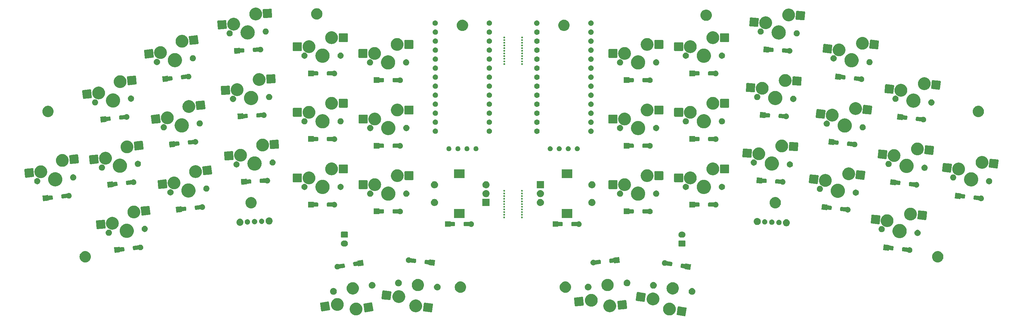
<source format=gbs>
%TF.GenerationSoftware,KiCad,Pcbnew,7.0.9*%
%TF.CreationDate,2024-02-19T09:25:44+08:00*%
%TF.ProjectId,ascend,61736365-6e64-42e6-9b69-6361645f7063,v1.2*%
%TF.SameCoordinates,Original*%
%TF.FileFunction,Soldermask,Bot*%
%TF.FilePolarity,Negative*%
%FSLAX46Y46*%
G04 Gerber Fmt 4.6, Leading zero omitted, Abs format (unit mm)*
G04 Created by KiCad (PCBNEW 7.0.9) date 2024-02-19 09:25:44*
%MOMM*%
%LPD*%
G01*
G04 APERTURE LIST*
G04 APERTURE END LIST*
G36*
X265877337Y-186398327D02*
G01*
X265881533Y-186398163D01*
X267186451Y-186604842D01*
X267903400Y-186718395D01*
X267903405Y-186718396D01*
X267906294Y-186718854D01*
X267910209Y-186720298D01*
X267959933Y-186734198D01*
X267976028Y-186744580D01*
X267997810Y-186752616D01*
X268019344Y-186772521D01*
X268038388Y-186784806D01*
X268050156Y-186801003D01*
X268069440Y-186818829D01*
X268080433Y-186842677D01*
X268092201Y-186858873D01*
X268097998Y-186880777D01*
X268110278Y-186907415D01*
X268111189Y-186930622D01*
X268116087Y-186949127D01*
X268113942Y-187000687D01*
X268114107Y-187004885D01*
X267801238Y-188980261D01*
X267799790Y-188984184D01*
X267785893Y-189033900D01*
X267775512Y-189049991D01*
X267767476Y-189071777D01*
X267747568Y-189093312D01*
X267735285Y-189112356D01*
X267719087Y-189124124D01*
X267701263Y-189143407D01*
X267677415Y-189154400D01*
X267661218Y-189166169D01*
X267639312Y-189171966D01*
X267612678Y-189184245D01*
X267589471Y-189185156D01*
X267570964Y-189190055D01*
X267519414Y-189187909D01*
X267515207Y-189188075D01*
X265490446Y-188867384D01*
X265486522Y-188865936D01*
X265436806Y-188852039D01*
X265420713Y-188841658D01*
X265398930Y-188833622D01*
X265377394Y-188813715D01*
X265358351Y-188801431D01*
X265346582Y-188785233D01*
X265327300Y-188767409D01*
X265316306Y-188743561D01*
X265304538Y-188727364D01*
X265298740Y-188705457D01*
X265286462Y-188678823D01*
X265285550Y-188655618D01*
X265280652Y-188637110D01*
X265282797Y-188585537D01*
X265282633Y-188581353D01*
X265370281Y-188027963D01*
X265595043Y-186608869D01*
X265595045Y-186608861D01*
X265595502Y-186605977D01*
X265596944Y-186602067D01*
X265610846Y-186552337D01*
X265621229Y-186536240D01*
X265629264Y-186514461D01*
X265649165Y-186492930D01*
X265661454Y-186473881D01*
X265677657Y-186462108D01*
X265695477Y-186442831D01*
X265719317Y-186431840D01*
X265735521Y-186420068D01*
X265757433Y-186414268D01*
X265784062Y-186401993D01*
X265807262Y-186401081D01*
X265825775Y-186396182D01*
X265877337Y-186398327D01*
G37*
G36*
X263325659Y-185351862D02*
G01*
X263391619Y-185351862D01*
X263451178Y-185360839D01*
X263513256Y-185365279D01*
X263586855Y-185381289D01*
X263657643Y-185391959D01*
X263709654Y-185408002D01*
X263764187Y-185419865D01*
X263841030Y-185448526D01*
X263914719Y-185471256D01*
X263958504Y-185492341D01*
X264004799Y-185509609D01*
X264082776Y-185552188D01*
X264157105Y-185587983D01*
X264192407Y-185612052D01*
X264230183Y-185632679D01*
X264306948Y-185690144D01*
X264379387Y-185739532D01*
X264406375Y-185764573D01*
X264435774Y-185786581D01*
X264508846Y-185859653D01*
X264576598Y-185922518D01*
X264595841Y-185946648D01*
X264617352Y-185968159D01*
X264684052Y-186057261D01*
X264744335Y-186132853D01*
X264756796Y-186154436D01*
X264771254Y-186173750D01*
X264828939Y-186279392D01*
X264878849Y-186365838D01*
X264885764Y-186383458D01*
X264894324Y-186399134D01*
X264940398Y-186522665D01*
X264977136Y-186616270D01*
X264980012Y-186628872D01*
X264984068Y-186639746D01*
X265016039Y-186786717D01*
X265037000Y-186878553D01*
X265037516Y-186885449D01*
X265038654Y-186890677D01*
X265054235Y-187108541D01*
X265057105Y-187146829D01*
X265054235Y-187185120D01*
X265038654Y-187402980D01*
X265037516Y-187408207D01*
X265037000Y-187415105D01*
X265016034Y-187506960D01*
X264984068Y-187653911D01*
X264980013Y-187664782D01*
X264977136Y-187677388D01*
X264940391Y-187771011D01*
X264894324Y-187894523D01*
X264885766Y-187910195D01*
X264878849Y-187927820D01*
X264828929Y-188014282D01*
X264771254Y-188119907D01*
X264756798Y-188139217D01*
X264744335Y-188160805D01*
X264684040Y-188236411D01*
X264617352Y-188325498D01*
X264595845Y-188347004D01*
X264576598Y-188371140D01*
X264508832Y-188434017D01*
X264435774Y-188507076D01*
X264406380Y-188529079D01*
X264379387Y-188554126D01*
X264306933Y-188603523D01*
X264230183Y-188660978D01*
X264192415Y-188681600D01*
X264157105Y-188705675D01*
X264082760Y-188741477D01*
X264004799Y-188784048D01*
X263958513Y-188801311D01*
X263914719Y-188822402D01*
X263841014Y-188845136D01*
X263764187Y-188873792D01*
X263709665Y-188885652D01*
X263657643Y-188901699D01*
X263586840Y-188912370D01*
X263513256Y-188928378D01*
X263451190Y-188932816D01*
X263391619Y-188941796D01*
X263325645Y-188941796D01*
X263257105Y-188946698D01*
X263188565Y-188941796D01*
X263122591Y-188941796D01*
X263063019Y-188932817D01*
X263000953Y-188928378D01*
X262927365Y-188912370D01*
X262856567Y-188901699D01*
X262804546Y-188885653D01*
X262750022Y-188873792D01*
X262673189Y-188845134D01*
X262599491Y-188822402D01*
X262555699Y-188801313D01*
X262509410Y-188784048D01*
X262431440Y-188741473D01*
X262357105Y-188705675D01*
X262321798Y-188681603D01*
X262284026Y-188660978D01*
X262207265Y-188603516D01*
X262134823Y-188554126D01*
X262107833Y-188529083D01*
X262078435Y-188507076D01*
X262005363Y-188434004D01*
X261937612Y-188371140D01*
X261918368Y-188347009D01*
X261896857Y-188325498D01*
X261830153Y-188236391D01*
X261769875Y-188160805D01*
X261757414Y-188139222D01*
X261742955Y-188119907D01*
X261685261Y-188014250D01*
X261635361Y-187927820D01*
X261628446Y-187910202D01*
X261619885Y-187894523D01*
X261573798Y-187770960D01*
X261537074Y-187677388D01*
X261534198Y-187664789D01*
X261530141Y-187653911D01*
X261498153Y-187506867D01*
X261477210Y-187415105D01*
X261476693Y-187408214D01*
X261475555Y-187402980D01*
X261459952Y-187184827D01*
X261457105Y-187146829D01*
X261459952Y-187108833D01*
X261475555Y-186890677D01*
X261476693Y-186885442D01*
X261477210Y-186878553D01*
X261498149Y-186786811D01*
X261530141Y-186639746D01*
X261534199Y-186628865D01*
X261537074Y-186616270D01*
X261573790Y-186522716D01*
X261619885Y-186399134D01*
X261628447Y-186383452D01*
X261635361Y-186365838D01*
X261685251Y-186279424D01*
X261742955Y-186173750D01*
X261757417Y-186154430D01*
X261769875Y-186132853D01*
X261830140Y-186057282D01*
X261896857Y-185968159D01*
X261918372Y-185946643D01*
X261937612Y-185922518D01*
X262005349Y-185859666D01*
X262078435Y-185786581D01*
X262107838Y-185764569D01*
X262134823Y-185739532D01*
X262207250Y-185690151D01*
X262284026Y-185632679D01*
X262321806Y-185612049D01*
X262357105Y-185587983D01*
X262431425Y-185552192D01*
X262509410Y-185509609D01*
X262555709Y-185492340D01*
X262599491Y-185471256D01*
X262673174Y-185448527D01*
X262750022Y-185419865D01*
X262804557Y-185408001D01*
X262856567Y-185391959D01*
X262927350Y-185381289D01*
X263000953Y-185365279D01*
X263063032Y-185360839D01*
X263122591Y-185351862D01*
X263188551Y-185351862D01*
X263257105Y-185346959D01*
X263325659Y-185351862D01*
G37*
G36*
X175148755Y-185340434D02*
G01*
X175214715Y-185340434D01*
X175274274Y-185349411D01*
X175336352Y-185353851D01*
X175409951Y-185369861D01*
X175480739Y-185380531D01*
X175532750Y-185396574D01*
X175587283Y-185408437D01*
X175664126Y-185437098D01*
X175737815Y-185459828D01*
X175781600Y-185480913D01*
X175827895Y-185498181D01*
X175905872Y-185540760D01*
X175980201Y-185576555D01*
X176015503Y-185600624D01*
X176053279Y-185621251D01*
X176130044Y-185678716D01*
X176202483Y-185728104D01*
X176229471Y-185753145D01*
X176258870Y-185775153D01*
X176331942Y-185848225D01*
X176399694Y-185911090D01*
X176418937Y-185935220D01*
X176440448Y-185956731D01*
X176507148Y-186045833D01*
X176567431Y-186121425D01*
X176579892Y-186143008D01*
X176594350Y-186162322D01*
X176652035Y-186267964D01*
X176701945Y-186354410D01*
X176708860Y-186372030D01*
X176717420Y-186387706D01*
X176763494Y-186511237D01*
X176800232Y-186604842D01*
X176803108Y-186617444D01*
X176807164Y-186628318D01*
X176839135Y-186775289D01*
X176860096Y-186867125D01*
X176860612Y-186874021D01*
X176861750Y-186879249D01*
X176877331Y-187097113D01*
X176880201Y-187135401D01*
X176877331Y-187173692D01*
X176861750Y-187391552D01*
X176860612Y-187396779D01*
X176860096Y-187403677D01*
X176839130Y-187495532D01*
X176807164Y-187642483D01*
X176803109Y-187653354D01*
X176800232Y-187665960D01*
X176763487Y-187759583D01*
X176717420Y-187883095D01*
X176708862Y-187898767D01*
X176701945Y-187916392D01*
X176652025Y-188002854D01*
X176594350Y-188108479D01*
X176579894Y-188127789D01*
X176567431Y-188149377D01*
X176507136Y-188224983D01*
X176440448Y-188314070D01*
X176418941Y-188335576D01*
X176399694Y-188359712D01*
X176331928Y-188422589D01*
X176258870Y-188495648D01*
X176229476Y-188517651D01*
X176202483Y-188542698D01*
X176130029Y-188592095D01*
X176053279Y-188649550D01*
X176015511Y-188670172D01*
X175980201Y-188694247D01*
X175905856Y-188730049D01*
X175827895Y-188772620D01*
X175781609Y-188789883D01*
X175737815Y-188810974D01*
X175664110Y-188833708D01*
X175587283Y-188862364D01*
X175532761Y-188874224D01*
X175480739Y-188890271D01*
X175409936Y-188900942D01*
X175336352Y-188916950D01*
X175274286Y-188921388D01*
X175214715Y-188930368D01*
X175148741Y-188930368D01*
X175080201Y-188935270D01*
X175011661Y-188930368D01*
X174945687Y-188930368D01*
X174886115Y-188921389D01*
X174824049Y-188916950D01*
X174750461Y-188900942D01*
X174679663Y-188890271D01*
X174627642Y-188874225D01*
X174573118Y-188862364D01*
X174496285Y-188833706D01*
X174422587Y-188810974D01*
X174378795Y-188789885D01*
X174332506Y-188772620D01*
X174254536Y-188730045D01*
X174180201Y-188694247D01*
X174144894Y-188670175D01*
X174107122Y-188649550D01*
X174030361Y-188592088D01*
X173957919Y-188542698D01*
X173930929Y-188517655D01*
X173901531Y-188495648D01*
X173828459Y-188422576D01*
X173760708Y-188359712D01*
X173741464Y-188335581D01*
X173719953Y-188314070D01*
X173653249Y-188224963D01*
X173592971Y-188149377D01*
X173580510Y-188127794D01*
X173566051Y-188108479D01*
X173508357Y-188002822D01*
X173458457Y-187916392D01*
X173451542Y-187898774D01*
X173442981Y-187883095D01*
X173396894Y-187759532D01*
X173360170Y-187665960D01*
X173357294Y-187653361D01*
X173353237Y-187642483D01*
X173321249Y-187495439D01*
X173300306Y-187403677D01*
X173299789Y-187396786D01*
X173298651Y-187391552D01*
X173283048Y-187173399D01*
X173280201Y-187135401D01*
X173283048Y-187097405D01*
X173298651Y-186879249D01*
X173299789Y-186874014D01*
X173300306Y-186867125D01*
X173321245Y-186775383D01*
X173353237Y-186628318D01*
X173357295Y-186617437D01*
X173360170Y-186604842D01*
X173396886Y-186511288D01*
X173442981Y-186387706D01*
X173451543Y-186372024D01*
X173458457Y-186354410D01*
X173508347Y-186267996D01*
X173566051Y-186162322D01*
X173580513Y-186143002D01*
X173592971Y-186121425D01*
X173653236Y-186045854D01*
X173719953Y-185956731D01*
X173741468Y-185935215D01*
X173760708Y-185911090D01*
X173828445Y-185848238D01*
X173901531Y-185775153D01*
X173930934Y-185753141D01*
X173957919Y-185728104D01*
X174030346Y-185678723D01*
X174107122Y-185621251D01*
X174144902Y-185600621D01*
X174180201Y-185576555D01*
X174254521Y-185540764D01*
X174332506Y-185498181D01*
X174378805Y-185480912D01*
X174422587Y-185459828D01*
X174496270Y-185437099D01*
X174573118Y-185408437D01*
X174627653Y-185396573D01*
X174679663Y-185380531D01*
X174750446Y-185369861D01*
X174824049Y-185353851D01*
X174886128Y-185349411D01*
X174945687Y-185340434D01*
X175011647Y-185340434D01*
X175080201Y-185335531D01*
X175148755Y-185340434D01*
G37*
G36*
X179443860Y-185294611D02*
G01*
X179467062Y-185295523D01*
X179493691Y-185307799D01*
X179515602Y-185313598D01*
X179531803Y-185325368D01*
X179555647Y-185336361D01*
X179573468Y-185355640D01*
X179589669Y-185367411D01*
X179601954Y-185386456D01*
X179621860Y-185407991D01*
X179629896Y-185429775D01*
X179640275Y-185445865D01*
X179654167Y-185495565D01*
X179655622Y-185499507D01*
X179968491Y-187474883D01*
X179968326Y-187479069D01*
X179970471Y-187530639D01*
X179965573Y-187549143D01*
X179964662Y-187572353D01*
X179952381Y-187598992D01*
X179946585Y-187620894D01*
X179934819Y-187637088D01*
X179923824Y-187660939D01*
X179904538Y-187678766D01*
X179892772Y-187694961D01*
X179873732Y-187707242D01*
X179852194Y-187727152D01*
X179830406Y-187735189D01*
X179814319Y-187745567D01*
X179764625Y-187759457D01*
X179760678Y-187760914D01*
X177735917Y-188081605D01*
X177731719Y-188081440D01*
X177680159Y-188083585D01*
X177661651Y-188078686D01*
X177638446Y-188077775D01*
X177611812Y-188065496D01*
X177589905Y-188059699D01*
X177573705Y-188047929D01*
X177549861Y-188036937D01*
X177532038Y-188017656D01*
X177515838Y-188005886D01*
X177503552Y-187986839D01*
X177483648Y-187965307D01*
X177475611Y-187943523D01*
X177465232Y-187927432D01*
X177451337Y-187877724D01*
X177449886Y-187873791D01*
X177307137Y-186972511D01*
X177137475Y-185901310D01*
X177137474Y-185901305D01*
X177137017Y-185898415D01*
X177137181Y-185894240D01*
X177135036Y-185842658D01*
X177139934Y-185824148D01*
X177140846Y-185800945D01*
X177153123Y-185774311D01*
X177158922Y-185752403D01*
X177170691Y-185736203D01*
X177181684Y-185712359D01*
X177200964Y-185694536D01*
X177212735Y-185678336D01*
X177231781Y-185666050D01*
X177253314Y-185646146D01*
X177275095Y-185638110D01*
X177291188Y-185627730D01*
X177340896Y-185613835D01*
X177344830Y-185612384D01*
X179369591Y-185291693D01*
X179373775Y-185291857D01*
X179425348Y-185289712D01*
X179443860Y-185294611D01*
G37*
G36*
X196487660Y-185570095D02*
G01*
X196491663Y-185571338D01*
X196542028Y-185582612D01*
X196558639Y-185592134D01*
X196580817Y-185599021D01*
X196603364Y-185617773D01*
X196623025Y-185629044D01*
X196635625Y-185644604D01*
X196655814Y-185661395D01*
X196668039Y-185684633D01*
X196680640Y-185700193D01*
X196687576Y-185721766D01*
X196701232Y-185747722D01*
X196703357Y-185770848D01*
X196709217Y-185789074D01*
X196709772Y-185840661D01*
X196710158Y-185844858D01*
X196501101Y-187833902D01*
X196499856Y-187837909D01*
X196488583Y-187888270D01*
X196479062Y-187904877D01*
X196472175Y-187927059D01*
X196453419Y-187949610D01*
X196442151Y-187969267D01*
X196426592Y-187981865D01*
X196409801Y-188002056D01*
X196386561Y-188014283D01*
X196371003Y-188026882D01*
X196349434Y-188033816D01*
X196323474Y-188047475D01*
X196300341Y-188049600D01*
X196282120Y-188055459D01*
X196230523Y-188056015D01*
X196226338Y-188056400D01*
X194187568Y-187842117D01*
X194183555Y-187840871D01*
X194133199Y-187829599D01*
X194116589Y-187820077D01*
X194094411Y-187813191D01*
X194071861Y-187794437D01*
X194052202Y-187783167D01*
X194039601Y-187767606D01*
X194019414Y-187750817D01*
X194007188Y-187727579D01*
X193994587Y-187712018D01*
X193987650Y-187690442D01*
X193973996Y-187664490D01*
X193971871Y-187641366D01*
X193966010Y-187623137D01*
X193965454Y-187571537D01*
X193965070Y-187567354D01*
X194140178Y-185901310D01*
X194173820Y-185581227D01*
X194173820Y-185581223D01*
X194174127Y-185578310D01*
X194175366Y-185574316D01*
X194186644Y-185523941D01*
X194196167Y-185507328D01*
X194203053Y-185485153D01*
X194221803Y-185462607D01*
X194233076Y-185442944D01*
X194248639Y-185430340D01*
X194265427Y-185410156D01*
X194288660Y-185397932D01*
X194304224Y-185385329D01*
X194325800Y-185378391D01*
X194351754Y-185364737D01*
X194374880Y-185362612D01*
X194393107Y-185356752D01*
X194444716Y-185356195D01*
X194448890Y-185355812D01*
X196487660Y-185570095D01*
G37*
G36*
X191935794Y-184445837D02*
G01*
X192001754Y-184445837D01*
X192061313Y-184454814D01*
X192123391Y-184459254D01*
X192196990Y-184475264D01*
X192267778Y-184485934D01*
X192319789Y-184501977D01*
X192374322Y-184513840D01*
X192451165Y-184542501D01*
X192524854Y-184565231D01*
X192568639Y-184586316D01*
X192614934Y-184603584D01*
X192692911Y-184646163D01*
X192767240Y-184681958D01*
X192802542Y-184706027D01*
X192840318Y-184726654D01*
X192917083Y-184784119D01*
X192989522Y-184833507D01*
X193016510Y-184858548D01*
X193045909Y-184880556D01*
X193118981Y-184953628D01*
X193186733Y-185016493D01*
X193205976Y-185040623D01*
X193227487Y-185062134D01*
X193294187Y-185151236D01*
X193354470Y-185226828D01*
X193366931Y-185248411D01*
X193381389Y-185267725D01*
X193439074Y-185373367D01*
X193488984Y-185459813D01*
X193495899Y-185477433D01*
X193504459Y-185493109D01*
X193550533Y-185616640D01*
X193587271Y-185710245D01*
X193590147Y-185722847D01*
X193594203Y-185733721D01*
X193626174Y-185880692D01*
X193647135Y-185972528D01*
X193647651Y-185979424D01*
X193648789Y-185984652D01*
X193664370Y-186202516D01*
X193667240Y-186240804D01*
X193664370Y-186279095D01*
X193648789Y-186496955D01*
X193647651Y-186502182D01*
X193647135Y-186509080D01*
X193626169Y-186600935D01*
X193594203Y-186747886D01*
X193590148Y-186758757D01*
X193587271Y-186771363D01*
X193550526Y-186864986D01*
X193504459Y-186988498D01*
X193495901Y-187004170D01*
X193488984Y-187021795D01*
X193439064Y-187108257D01*
X193381389Y-187213882D01*
X193366933Y-187233192D01*
X193354470Y-187254780D01*
X193294175Y-187330386D01*
X193227487Y-187419473D01*
X193205980Y-187440979D01*
X193186733Y-187465115D01*
X193118967Y-187527992D01*
X193045909Y-187601051D01*
X193016515Y-187623054D01*
X192989522Y-187648101D01*
X192917068Y-187697498D01*
X192840318Y-187754953D01*
X192802550Y-187775575D01*
X192767240Y-187799650D01*
X192692895Y-187835452D01*
X192614934Y-187878023D01*
X192568648Y-187895286D01*
X192524854Y-187916377D01*
X192451149Y-187939111D01*
X192374322Y-187967767D01*
X192319800Y-187979627D01*
X192267778Y-187995674D01*
X192196975Y-188006345D01*
X192123391Y-188022353D01*
X192061325Y-188026791D01*
X192001754Y-188035771D01*
X191935780Y-188035771D01*
X191867240Y-188040673D01*
X191798700Y-188035771D01*
X191732726Y-188035771D01*
X191673154Y-188026792D01*
X191611088Y-188022353D01*
X191537500Y-188006345D01*
X191466702Y-187995674D01*
X191414681Y-187979628D01*
X191360157Y-187967767D01*
X191283324Y-187939109D01*
X191209626Y-187916377D01*
X191165834Y-187895288D01*
X191119545Y-187878023D01*
X191041575Y-187835448D01*
X190967240Y-187799650D01*
X190931933Y-187775578D01*
X190894161Y-187754953D01*
X190817400Y-187697491D01*
X190744958Y-187648101D01*
X190717968Y-187623058D01*
X190688570Y-187601051D01*
X190615498Y-187527979D01*
X190547747Y-187465115D01*
X190528503Y-187440984D01*
X190506992Y-187419473D01*
X190440288Y-187330366D01*
X190380010Y-187254780D01*
X190367549Y-187233197D01*
X190353090Y-187213882D01*
X190295396Y-187108225D01*
X190245496Y-187021795D01*
X190238581Y-187004177D01*
X190230020Y-186988498D01*
X190183933Y-186864935D01*
X190147209Y-186771363D01*
X190144333Y-186758764D01*
X190140276Y-186747886D01*
X190108288Y-186600842D01*
X190087345Y-186509080D01*
X190086828Y-186502189D01*
X190085690Y-186496955D01*
X190070087Y-186278802D01*
X190067240Y-186240804D01*
X190070087Y-186202808D01*
X190085690Y-185984652D01*
X190086828Y-185979417D01*
X190087345Y-185972528D01*
X190108284Y-185880786D01*
X190140276Y-185733721D01*
X190144334Y-185722840D01*
X190147209Y-185710245D01*
X190183925Y-185616691D01*
X190230020Y-185493109D01*
X190238582Y-185477427D01*
X190245496Y-185459813D01*
X190295386Y-185373399D01*
X190353090Y-185267725D01*
X190367552Y-185248405D01*
X190380010Y-185226828D01*
X190440275Y-185151257D01*
X190506992Y-185062134D01*
X190528507Y-185040618D01*
X190547747Y-185016493D01*
X190615484Y-184953641D01*
X190688570Y-184880556D01*
X190717973Y-184858544D01*
X190744958Y-184833507D01*
X190817385Y-184784126D01*
X190894161Y-184726654D01*
X190931941Y-184706024D01*
X190967240Y-184681958D01*
X191041560Y-184646167D01*
X191119545Y-184603584D01*
X191165844Y-184586315D01*
X191209626Y-184565231D01*
X191283309Y-184542502D01*
X191360157Y-184513840D01*
X191414692Y-184501976D01*
X191466702Y-184485934D01*
X191537485Y-184475264D01*
X191611088Y-184459254D01*
X191673167Y-184454814D01*
X191732726Y-184445837D01*
X191798686Y-184445837D01*
X191867240Y-184440934D01*
X191935794Y-184445837D01*
G37*
G36*
X246539242Y-184438029D02*
G01*
X246605202Y-184438029D01*
X246664761Y-184447006D01*
X246726839Y-184451446D01*
X246800438Y-184467456D01*
X246871226Y-184478126D01*
X246923237Y-184494169D01*
X246977770Y-184506032D01*
X247054613Y-184534693D01*
X247128302Y-184557423D01*
X247172087Y-184578508D01*
X247218382Y-184595776D01*
X247296359Y-184638355D01*
X247370688Y-184674150D01*
X247405990Y-184698219D01*
X247443766Y-184718846D01*
X247520531Y-184776311D01*
X247592970Y-184825699D01*
X247619958Y-184850740D01*
X247649357Y-184872748D01*
X247722429Y-184945820D01*
X247790181Y-185008685D01*
X247809424Y-185032815D01*
X247830935Y-185054326D01*
X247897635Y-185143428D01*
X247957918Y-185219020D01*
X247970379Y-185240603D01*
X247984837Y-185259917D01*
X248042522Y-185365559D01*
X248092432Y-185452005D01*
X248099347Y-185469625D01*
X248107907Y-185485301D01*
X248153981Y-185608832D01*
X248190719Y-185702437D01*
X248193595Y-185715039D01*
X248197651Y-185725913D01*
X248229622Y-185872884D01*
X248250583Y-185964720D01*
X248251099Y-185971616D01*
X248252237Y-185976844D01*
X248267818Y-186194708D01*
X248270688Y-186232996D01*
X248267818Y-186271287D01*
X248252237Y-186489147D01*
X248251099Y-186494374D01*
X248250583Y-186501272D01*
X248229617Y-186593127D01*
X248197651Y-186740078D01*
X248193596Y-186750949D01*
X248190719Y-186763555D01*
X248153974Y-186857178D01*
X248107907Y-186980690D01*
X248099349Y-186996362D01*
X248092432Y-187013987D01*
X248042512Y-187100449D01*
X247984837Y-187206074D01*
X247970381Y-187225384D01*
X247957918Y-187246972D01*
X247897623Y-187322578D01*
X247830935Y-187411665D01*
X247809428Y-187433171D01*
X247790181Y-187457307D01*
X247722415Y-187520184D01*
X247649357Y-187593243D01*
X247619963Y-187615246D01*
X247592970Y-187640293D01*
X247520516Y-187689690D01*
X247443766Y-187747145D01*
X247405998Y-187767767D01*
X247370688Y-187791842D01*
X247296343Y-187827644D01*
X247218382Y-187870215D01*
X247172096Y-187887478D01*
X247128302Y-187908569D01*
X247054597Y-187931303D01*
X246977770Y-187959959D01*
X246923248Y-187971819D01*
X246871226Y-187987866D01*
X246800423Y-187998537D01*
X246726839Y-188014545D01*
X246664773Y-188018983D01*
X246605202Y-188027963D01*
X246539228Y-188027963D01*
X246470688Y-188032865D01*
X246402148Y-188027963D01*
X246336174Y-188027963D01*
X246276602Y-188018984D01*
X246214536Y-188014545D01*
X246140948Y-187998537D01*
X246070150Y-187987866D01*
X246018129Y-187971820D01*
X245963605Y-187959959D01*
X245886772Y-187931301D01*
X245813074Y-187908569D01*
X245769282Y-187887480D01*
X245722993Y-187870215D01*
X245645023Y-187827640D01*
X245570688Y-187791842D01*
X245535381Y-187767770D01*
X245497609Y-187747145D01*
X245420848Y-187689683D01*
X245348406Y-187640293D01*
X245321416Y-187615250D01*
X245292018Y-187593243D01*
X245218946Y-187520171D01*
X245151195Y-187457307D01*
X245131951Y-187433176D01*
X245110440Y-187411665D01*
X245043736Y-187322558D01*
X244983458Y-187246972D01*
X244970997Y-187225389D01*
X244956538Y-187206074D01*
X244898844Y-187100417D01*
X244848944Y-187013987D01*
X244842029Y-186996369D01*
X244833468Y-186980690D01*
X244787381Y-186857127D01*
X244750657Y-186763555D01*
X244747781Y-186750956D01*
X244743724Y-186740078D01*
X244711736Y-186593034D01*
X244690793Y-186501272D01*
X244690276Y-186494381D01*
X244689138Y-186489147D01*
X244673535Y-186270994D01*
X244670688Y-186232996D01*
X244673535Y-186195000D01*
X244689138Y-185976844D01*
X244690276Y-185971609D01*
X244690793Y-185964720D01*
X244711732Y-185872978D01*
X244743724Y-185725913D01*
X244747782Y-185715032D01*
X244750657Y-185702437D01*
X244787373Y-185608883D01*
X244833468Y-185485301D01*
X244842030Y-185469619D01*
X244848944Y-185452005D01*
X244898834Y-185365591D01*
X244956538Y-185259917D01*
X244971000Y-185240597D01*
X244983458Y-185219020D01*
X245043723Y-185143449D01*
X245110440Y-185054326D01*
X245131955Y-185032810D01*
X245151195Y-185008685D01*
X245218932Y-184945833D01*
X245292018Y-184872748D01*
X245321421Y-184850736D01*
X245348406Y-184825699D01*
X245420833Y-184776318D01*
X245497609Y-184718846D01*
X245535389Y-184698216D01*
X245570688Y-184674150D01*
X245645008Y-184638359D01*
X245722993Y-184595776D01*
X245769292Y-184578507D01*
X245813074Y-184557423D01*
X245886757Y-184534694D01*
X245963605Y-184506032D01*
X246018140Y-184494168D01*
X246070150Y-184478126D01*
X246140933Y-184467456D01*
X246214536Y-184451446D01*
X246276615Y-184447006D01*
X246336174Y-184438029D01*
X246402134Y-184438029D01*
X246470688Y-184433126D01*
X246539242Y-184438029D01*
G37*
G36*
X167247444Y-184998911D02*
G01*
X167270646Y-184999823D01*
X167297275Y-185012099D01*
X167319186Y-185017898D01*
X167335387Y-185029668D01*
X167359231Y-185040661D01*
X167377052Y-185059940D01*
X167393253Y-185071711D01*
X167405538Y-185090756D01*
X167425444Y-185112291D01*
X167433480Y-185134075D01*
X167443859Y-185150165D01*
X167457751Y-185199865D01*
X167459206Y-185203807D01*
X167772075Y-187179183D01*
X167771910Y-187183369D01*
X167774055Y-187234939D01*
X167769157Y-187253443D01*
X167768246Y-187276653D01*
X167755965Y-187303292D01*
X167750169Y-187325194D01*
X167738403Y-187341388D01*
X167727408Y-187365239D01*
X167708122Y-187383066D01*
X167696356Y-187399261D01*
X167677316Y-187411542D01*
X167655778Y-187431452D01*
X167633990Y-187439489D01*
X167617903Y-187449867D01*
X167568209Y-187463757D01*
X167564262Y-187465214D01*
X165539501Y-187785905D01*
X165535303Y-187785740D01*
X165483743Y-187787885D01*
X165465235Y-187782986D01*
X165442030Y-187782075D01*
X165415396Y-187769796D01*
X165393489Y-187763999D01*
X165377289Y-187752229D01*
X165353445Y-187741237D01*
X165335622Y-187721956D01*
X165319422Y-187710186D01*
X165307136Y-187691139D01*
X165287232Y-187669607D01*
X165279195Y-187647823D01*
X165268816Y-187631732D01*
X165254921Y-187582024D01*
X165253470Y-187578091D01*
X165124460Y-186763555D01*
X164941059Y-185605610D01*
X164941058Y-185605605D01*
X164940601Y-185602715D01*
X164940765Y-185598540D01*
X164938620Y-185546958D01*
X164943518Y-185528448D01*
X164944430Y-185505245D01*
X164956707Y-185478611D01*
X164962506Y-185456703D01*
X164974275Y-185440503D01*
X164985268Y-185416659D01*
X165004548Y-185398836D01*
X165016319Y-185382636D01*
X165035365Y-185370350D01*
X165056898Y-185350446D01*
X165078679Y-185342410D01*
X165094772Y-185332030D01*
X165144480Y-185318135D01*
X165148414Y-185316684D01*
X167173175Y-184995993D01*
X167177359Y-184996157D01*
X167228932Y-184994012D01*
X167247444Y-184998911D01*
G37*
G36*
X169881801Y-184048461D02*
G01*
X169947761Y-184048461D01*
X170007320Y-184057438D01*
X170069398Y-184061878D01*
X170142997Y-184077888D01*
X170213785Y-184088558D01*
X170265796Y-184104601D01*
X170320329Y-184116464D01*
X170397172Y-184145125D01*
X170470861Y-184167855D01*
X170514646Y-184188940D01*
X170560941Y-184206208D01*
X170638918Y-184248787D01*
X170713247Y-184284582D01*
X170748549Y-184308651D01*
X170786325Y-184329278D01*
X170863090Y-184386743D01*
X170935529Y-184436131D01*
X170962517Y-184461172D01*
X170991916Y-184483180D01*
X171064988Y-184556252D01*
X171132740Y-184619117D01*
X171151983Y-184643247D01*
X171173494Y-184664758D01*
X171240194Y-184753860D01*
X171300477Y-184829452D01*
X171312938Y-184851035D01*
X171327396Y-184870349D01*
X171385081Y-184975991D01*
X171434991Y-185062437D01*
X171441906Y-185080057D01*
X171450466Y-185095733D01*
X171496540Y-185219264D01*
X171533278Y-185312869D01*
X171536154Y-185325471D01*
X171540210Y-185336345D01*
X171572181Y-185483316D01*
X171593142Y-185575152D01*
X171593658Y-185582048D01*
X171594796Y-185587276D01*
X171610377Y-185805140D01*
X171613247Y-185843428D01*
X171610377Y-185881719D01*
X171594796Y-186099579D01*
X171593658Y-186104806D01*
X171593142Y-186111704D01*
X171572176Y-186203559D01*
X171540210Y-186350510D01*
X171536155Y-186361381D01*
X171533278Y-186373987D01*
X171496533Y-186467610D01*
X171450466Y-186591122D01*
X171441908Y-186606794D01*
X171434991Y-186624419D01*
X171385071Y-186710881D01*
X171327396Y-186816506D01*
X171312940Y-186835816D01*
X171300477Y-186857404D01*
X171240182Y-186933010D01*
X171173494Y-187022097D01*
X171151987Y-187043603D01*
X171132740Y-187067739D01*
X171064974Y-187130616D01*
X170991916Y-187203675D01*
X170962522Y-187225678D01*
X170935529Y-187250725D01*
X170863075Y-187300122D01*
X170786325Y-187357577D01*
X170748557Y-187378199D01*
X170713247Y-187402274D01*
X170638902Y-187438076D01*
X170560941Y-187480647D01*
X170514655Y-187497910D01*
X170470861Y-187519001D01*
X170397156Y-187541735D01*
X170320329Y-187570391D01*
X170265807Y-187582251D01*
X170213785Y-187598298D01*
X170142982Y-187608969D01*
X170069398Y-187624977D01*
X170007332Y-187629415D01*
X169947761Y-187638395D01*
X169881787Y-187638395D01*
X169813247Y-187643297D01*
X169744707Y-187638395D01*
X169678733Y-187638395D01*
X169619161Y-187629416D01*
X169557095Y-187624977D01*
X169483507Y-187608969D01*
X169412709Y-187598298D01*
X169360688Y-187582252D01*
X169306164Y-187570391D01*
X169229331Y-187541733D01*
X169155633Y-187519001D01*
X169111841Y-187497912D01*
X169065552Y-187480647D01*
X168987582Y-187438072D01*
X168913247Y-187402274D01*
X168877940Y-187378202D01*
X168840168Y-187357577D01*
X168763407Y-187300115D01*
X168690965Y-187250725D01*
X168663975Y-187225682D01*
X168634577Y-187203675D01*
X168561505Y-187130603D01*
X168493754Y-187067739D01*
X168474510Y-187043608D01*
X168452999Y-187022097D01*
X168386295Y-186932990D01*
X168326017Y-186857404D01*
X168313556Y-186835821D01*
X168299097Y-186816506D01*
X168241403Y-186710849D01*
X168191503Y-186624419D01*
X168184588Y-186606801D01*
X168176027Y-186591122D01*
X168129940Y-186467559D01*
X168093216Y-186373987D01*
X168090340Y-186361388D01*
X168086283Y-186350510D01*
X168054295Y-186203466D01*
X168033352Y-186111704D01*
X168032835Y-186104813D01*
X168031697Y-186099579D01*
X168016094Y-185881426D01*
X168013247Y-185843428D01*
X168016094Y-185805432D01*
X168031697Y-185587276D01*
X168032835Y-185582041D01*
X168033352Y-185575152D01*
X168054291Y-185483410D01*
X168086283Y-185336345D01*
X168090341Y-185325464D01*
X168093216Y-185312869D01*
X168129932Y-185219315D01*
X168176027Y-185095733D01*
X168184589Y-185080051D01*
X168191503Y-185062437D01*
X168241393Y-184976023D01*
X168299097Y-184870349D01*
X168313559Y-184851029D01*
X168326017Y-184829452D01*
X168386282Y-184753881D01*
X168452999Y-184664758D01*
X168474514Y-184643242D01*
X168493754Y-184619117D01*
X168561491Y-184556265D01*
X168634577Y-184483180D01*
X168663980Y-184461168D01*
X168690965Y-184436131D01*
X168763392Y-184386750D01*
X168840168Y-184329278D01*
X168877948Y-184308648D01*
X168913247Y-184284582D01*
X168987567Y-184248791D01*
X169065552Y-184206208D01*
X169111851Y-184188939D01*
X169155633Y-184167855D01*
X169229316Y-184145126D01*
X169306164Y-184116464D01*
X169360699Y-184104600D01*
X169412709Y-184088558D01*
X169483492Y-184077888D01*
X169557095Y-184061878D01*
X169619174Y-184057438D01*
X169678733Y-184048461D01*
X169744693Y-184048461D01*
X169813247Y-184043558D01*
X169881801Y-184048461D01*
G37*
G36*
X250854853Y-184616687D02*
G01*
X250906473Y-184617245D01*
X250924699Y-184623104D01*
X250947827Y-184625230D01*
X250973782Y-184638885D01*
X250995356Y-184645822D01*
X251010917Y-184658423D01*
X251034154Y-184670649D01*
X251050943Y-184690836D01*
X251066504Y-184703437D01*
X251077774Y-184723096D01*
X251096528Y-184745646D01*
X251103414Y-184767824D01*
X251112936Y-184784434D01*
X251124208Y-184834790D01*
X251125454Y-184838803D01*
X251334511Y-186827847D01*
X251334127Y-186832021D01*
X251333570Y-186883629D01*
X251327710Y-186901854D01*
X251325585Y-186924983D01*
X251311928Y-186950940D01*
X251304993Y-186972511D01*
X251292394Y-186988068D01*
X251280167Y-187011310D01*
X251259976Y-187028102D01*
X251247378Y-187043660D01*
X251227721Y-187054928D01*
X251205170Y-187073684D01*
X251182988Y-187080571D01*
X251166381Y-187090092D01*
X251116030Y-187101362D01*
X251112013Y-187102610D01*
X249073243Y-187316893D01*
X249069067Y-187316509D01*
X249017460Y-187315952D01*
X248999237Y-187310093D01*
X248976107Y-187307968D01*
X248950148Y-187294310D01*
X248928577Y-187287375D01*
X248913016Y-187274774D01*
X248889780Y-187262549D01*
X248872990Y-187242361D01*
X248857429Y-187229760D01*
X248846158Y-187210099D01*
X248827406Y-187187552D01*
X248820519Y-187165374D01*
X248810997Y-187148763D01*
X248799723Y-187098398D01*
X248798480Y-187094395D01*
X248692954Y-186090380D01*
X248589729Y-185108269D01*
X248589729Y-185108263D01*
X248589423Y-185105351D01*
X248589805Y-185101188D01*
X248590363Y-185049568D01*
X248596224Y-185031338D01*
X248598349Y-185008215D01*
X248612002Y-184982263D01*
X248618940Y-184960686D01*
X248631542Y-184945122D01*
X248643767Y-184921888D01*
X248663952Y-184905100D01*
X248676555Y-184889537D01*
X248696218Y-184878264D01*
X248718764Y-184859514D01*
X248740939Y-184852628D01*
X248757552Y-184843105D01*
X248807917Y-184831831D01*
X248811921Y-184830588D01*
X249677284Y-184739634D01*
X250847772Y-184616611D01*
X250847778Y-184616611D01*
X250850691Y-184616305D01*
X250854853Y-184616687D01*
G37*
G36*
X241347123Y-182872176D02*
G01*
X241413083Y-182872176D01*
X241472642Y-182881153D01*
X241534720Y-182885593D01*
X241608319Y-182901603D01*
X241679107Y-182912273D01*
X241731118Y-182928316D01*
X241785651Y-182940179D01*
X241862494Y-182968840D01*
X241936183Y-182991570D01*
X241979968Y-183012655D01*
X242026263Y-183029923D01*
X242104240Y-183072502D01*
X242178569Y-183108297D01*
X242213871Y-183132366D01*
X242251647Y-183152993D01*
X242328412Y-183210458D01*
X242400851Y-183259846D01*
X242427839Y-183284887D01*
X242457238Y-183306895D01*
X242530310Y-183379967D01*
X242598062Y-183442832D01*
X242617305Y-183466962D01*
X242638816Y-183488473D01*
X242705516Y-183577575D01*
X242765799Y-183653167D01*
X242778260Y-183674750D01*
X242792718Y-183694064D01*
X242850403Y-183799706D01*
X242900313Y-183886152D01*
X242907228Y-183903772D01*
X242915788Y-183919448D01*
X242961862Y-184042979D01*
X242998600Y-184136584D01*
X243001476Y-184149186D01*
X243005532Y-184160060D01*
X243037503Y-184307031D01*
X243058464Y-184398867D01*
X243058980Y-184405763D01*
X243060118Y-184410991D01*
X243075688Y-184628695D01*
X243078569Y-184667143D01*
X243075699Y-184705434D01*
X243060118Y-184923294D01*
X243058980Y-184928521D01*
X243058464Y-184935419D01*
X243037498Y-185027274D01*
X243005532Y-185174225D01*
X243001477Y-185185096D01*
X242998600Y-185197702D01*
X242961855Y-185291325D01*
X242915788Y-185414837D01*
X242907230Y-185430509D01*
X242900313Y-185448134D01*
X242850393Y-185534596D01*
X242792718Y-185640221D01*
X242778262Y-185659531D01*
X242765799Y-185681119D01*
X242705504Y-185756725D01*
X242638816Y-185845812D01*
X242617309Y-185867318D01*
X242598062Y-185891454D01*
X242530296Y-185954331D01*
X242457238Y-186027390D01*
X242427844Y-186049393D01*
X242400851Y-186074440D01*
X242328397Y-186123837D01*
X242251647Y-186181292D01*
X242213879Y-186201914D01*
X242178569Y-186225989D01*
X242104224Y-186261791D01*
X242026263Y-186304362D01*
X241979977Y-186321625D01*
X241936183Y-186342716D01*
X241862478Y-186365450D01*
X241785651Y-186394106D01*
X241731129Y-186405966D01*
X241679107Y-186422013D01*
X241608304Y-186432684D01*
X241534720Y-186448692D01*
X241472654Y-186453130D01*
X241413083Y-186462110D01*
X241347109Y-186462110D01*
X241278569Y-186467012D01*
X241210029Y-186462110D01*
X241144055Y-186462110D01*
X241084483Y-186453131D01*
X241022417Y-186448692D01*
X240948829Y-186432684D01*
X240878031Y-186422013D01*
X240826010Y-186405967D01*
X240771486Y-186394106D01*
X240694653Y-186365448D01*
X240620955Y-186342716D01*
X240577163Y-186321627D01*
X240530874Y-186304362D01*
X240452904Y-186261787D01*
X240378569Y-186225989D01*
X240343262Y-186201917D01*
X240305490Y-186181292D01*
X240228729Y-186123830D01*
X240156287Y-186074440D01*
X240129297Y-186049397D01*
X240099899Y-186027390D01*
X240026827Y-185954318D01*
X239959076Y-185891454D01*
X239939832Y-185867323D01*
X239918321Y-185845812D01*
X239851617Y-185756705D01*
X239791339Y-185681119D01*
X239778878Y-185659536D01*
X239764419Y-185640221D01*
X239706725Y-185534564D01*
X239656825Y-185448134D01*
X239649910Y-185430516D01*
X239641349Y-185414837D01*
X239595262Y-185291274D01*
X239558538Y-185197702D01*
X239555662Y-185185103D01*
X239551605Y-185174225D01*
X239519617Y-185027181D01*
X239498674Y-184935419D01*
X239498157Y-184928528D01*
X239497019Y-184923294D01*
X239481416Y-184705141D01*
X239478569Y-184667143D01*
X239481416Y-184629147D01*
X239497019Y-184410991D01*
X239498157Y-184405756D01*
X239498674Y-184398867D01*
X239519613Y-184307125D01*
X239551605Y-184160060D01*
X239555663Y-184149179D01*
X239558538Y-184136584D01*
X239595254Y-184043030D01*
X239641349Y-183919448D01*
X239649911Y-183903766D01*
X239656825Y-183886152D01*
X239706715Y-183799738D01*
X239764419Y-183694064D01*
X239778881Y-183674744D01*
X239791339Y-183653167D01*
X239851604Y-183577596D01*
X239918321Y-183488473D01*
X239939836Y-183466957D01*
X239959076Y-183442832D01*
X240026813Y-183379980D01*
X240099899Y-183306895D01*
X240129302Y-183284883D01*
X240156287Y-183259846D01*
X240228714Y-183210465D01*
X240305490Y-183152993D01*
X240343270Y-183132363D01*
X240378569Y-183108297D01*
X240452889Y-183072506D01*
X240530874Y-183029923D01*
X240577173Y-183012654D01*
X240620955Y-182991570D01*
X240694638Y-182968841D01*
X240771486Y-182940179D01*
X240826021Y-182928315D01*
X240878031Y-182912273D01*
X240948814Y-182901603D01*
X241022417Y-182885593D01*
X241084496Y-182881153D01*
X241144055Y-182872176D01*
X241210015Y-182872176D01*
X241278569Y-182867273D01*
X241347123Y-182872176D01*
G37*
G36*
X238690628Y-183683080D02*
G01*
X238742248Y-183683638D01*
X238760474Y-183689497D01*
X238783602Y-183691623D01*
X238809557Y-183705278D01*
X238831131Y-183712215D01*
X238846692Y-183724816D01*
X238869929Y-183737042D01*
X238886718Y-183757229D01*
X238902279Y-183769830D01*
X238913549Y-183789489D01*
X238932303Y-183812039D01*
X238939189Y-183834217D01*
X238948711Y-183850827D01*
X238959983Y-183901183D01*
X238961229Y-183905196D01*
X239170286Y-185894240D01*
X239169902Y-185898414D01*
X239169345Y-185950022D01*
X239163485Y-185968247D01*
X239161360Y-185991376D01*
X239147703Y-186017333D01*
X239140768Y-186038904D01*
X239128169Y-186054461D01*
X239115942Y-186077703D01*
X239095751Y-186094495D01*
X239083153Y-186110053D01*
X239063496Y-186121321D01*
X239040945Y-186140077D01*
X239018763Y-186146964D01*
X239002156Y-186156485D01*
X238951805Y-186167755D01*
X238947788Y-186169003D01*
X236909018Y-186383286D01*
X236904842Y-186382902D01*
X236853235Y-186382345D01*
X236835012Y-186376486D01*
X236811882Y-186374361D01*
X236785923Y-186360703D01*
X236764352Y-186353768D01*
X236748791Y-186341167D01*
X236725555Y-186328942D01*
X236708765Y-186308754D01*
X236693204Y-186296153D01*
X236681933Y-186276492D01*
X236663181Y-186253945D01*
X236656294Y-186231767D01*
X236646772Y-186215156D01*
X236635498Y-186164791D01*
X236634255Y-186160788D01*
X236526702Y-185137486D01*
X236425504Y-184174662D01*
X236425504Y-184174656D01*
X236425198Y-184171744D01*
X236425580Y-184167581D01*
X236426138Y-184115961D01*
X236431999Y-184097731D01*
X236434124Y-184074608D01*
X236447777Y-184048656D01*
X236454715Y-184027079D01*
X236467317Y-184011515D01*
X236479542Y-183988281D01*
X236499727Y-183971493D01*
X236512330Y-183955930D01*
X236531993Y-183944657D01*
X236554539Y-183925907D01*
X236576714Y-183919021D01*
X236593327Y-183909498D01*
X236643692Y-183898224D01*
X236647696Y-183896981D01*
X237513059Y-183806027D01*
X238683547Y-183683004D01*
X238683553Y-183683004D01*
X238686466Y-183682698D01*
X238690628Y-183683080D01*
G37*
G36*
X258715729Y-182495544D02*
G01*
X258781689Y-182495544D01*
X258841248Y-182504521D01*
X258903326Y-182508961D01*
X258976925Y-182524971D01*
X259047713Y-182535641D01*
X259099724Y-182551684D01*
X259154257Y-182563547D01*
X259231100Y-182592208D01*
X259304789Y-182614938D01*
X259348574Y-182636023D01*
X259394869Y-182653291D01*
X259472846Y-182695870D01*
X259547175Y-182731665D01*
X259582477Y-182755734D01*
X259620253Y-182776361D01*
X259697018Y-182833826D01*
X259769457Y-182883214D01*
X259796445Y-182908255D01*
X259825844Y-182930263D01*
X259898916Y-183003335D01*
X259966668Y-183066200D01*
X259985911Y-183090330D01*
X260007422Y-183111841D01*
X260074122Y-183200943D01*
X260134405Y-183276535D01*
X260146866Y-183298118D01*
X260161324Y-183317432D01*
X260219009Y-183423074D01*
X260268919Y-183509520D01*
X260275834Y-183527140D01*
X260284394Y-183542816D01*
X260330468Y-183666347D01*
X260367206Y-183759952D01*
X260370082Y-183772554D01*
X260374138Y-183783428D01*
X260406109Y-183930399D01*
X260427070Y-184022235D01*
X260427586Y-184029131D01*
X260428724Y-184034359D01*
X260444305Y-184252223D01*
X260447175Y-184290511D01*
X260444305Y-184328802D01*
X260428724Y-184546662D01*
X260427586Y-184551889D01*
X260427070Y-184558787D01*
X260406104Y-184650642D01*
X260374138Y-184797593D01*
X260370083Y-184808464D01*
X260367206Y-184821070D01*
X260330461Y-184914693D01*
X260284394Y-185038205D01*
X260275836Y-185053877D01*
X260268919Y-185071502D01*
X260218999Y-185157964D01*
X260161324Y-185263589D01*
X260146868Y-185282899D01*
X260134405Y-185304487D01*
X260074110Y-185380093D01*
X260007422Y-185469180D01*
X259985915Y-185490686D01*
X259966668Y-185514822D01*
X259898902Y-185577699D01*
X259825844Y-185650758D01*
X259796450Y-185672761D01*
X259769457Y-185697808D01*
X259697003Y-185747205D01*
X259620253Y-185804660D01*
X259582485Y-185825282D01*
X259547175Y-185849357D01*
X259472830Y-185885159D01*
X259394869Y-185927730D01*
X259348583Y-185944993D01*
X259304789Y-185966084D01*
X259231084Y-185988818D01*
X259154257Y-186017474D01*
X259099735Y-186029334D01*
X259047713Y-186045381D01*
X258976910Y-186056052D01*
X258903326Y-186072060D01*
X258841260Y-186076498D01*
X258781689Y-186085478D01*
X258715715Y-186085478D01*
X258647175Y-186090380D01*
X258578635Y-186085478D01*
X258512661Y-186085478D01*
X258453089Y-186076499D01*
X258391023Y-186072060D01*
X258317435Y-186056052D01*
X258246637Y-186045381D01*
X258194616Y-186029335D01*
X258140092Y-186017474D01*
X258063259Y-185988816D01*
X257989561Y-185966084D01*
X257945769Y-185944995D01*
X257899480Y-185927730D01*
X257821510Y-185885155D01*
X257747175Y-185849357D01*
X257711868Y-185825285D01*
X257674096Y-185804660D01*
X257597335Y-185747198D01*
X257524893Y-185697808D01*
X257497903Y-185672765D01*
X257468505Y-185650758D01*
X257395433Y-185577686D01*
X257327682Y-185514822D01*
X257308438Y-185490691D01*
X257286927Y-185469180D01*
X257220223Y-185380073D01*
X257159945Y-185304487D01*
X257147484Y-185282904D01*
X257133025Y-185263589D01*
X257075331Y-185157932D01*
X257025431Y-185071502D01*
X257018516Y-185053884D01*
X257009955Y-185038205D01*
X256963868Y-184914642D01*
X256927144Y-184821070D01*
X256924268Y-184808471D01*
X256920211Y-184797593D01*
X256888223Y-184650549D01*
X256867280Y-184558787D01*
X256866763Y-184551896D01*
X256865625Y-184546662D01*
X256850022Y-184328509D01*
X256847175Y-184290511D01*
X256850022Y-184252515D01*
X256865625Y-184034359D01*
X256866763Y-184029124D01*
X256867280Y-184022235D01*
X256888219Y-183930493D01*
X256920211Y-183783428D01*
X256924269Y-183772547D01*
X256927144Y-183759952D01*
X256963860Y-183666398D01*
X257009955Y-183542816D01*
X257018517Y-183527134D01*
X257025431Y-183509520D01*
X257075321Y-183423106D01*
X257133025Y-183317432D01*
X257147487Y-183298112D01*
X257159945Y-183276535D01*
X257220210Y-183200964D01*
X257286927Y-183111841D01*
X257308442Y-183090325D01*
X257327682Y-183066200D01*
X257395419Y-183003348D01*
X257468505Y-182930263D01*
X257497908Y-182908251D01*
X257524893Y-182883214D01*
X257597320Y-182833833D01*
X257674096Y-182776361D01*
X257711876Y-182755731D01*
X257747175Y-182731665D01*
X257821495Y-182695874D01*
X257899480Y-182653291D01*
X257945779Y-182636022D01*
X257989561Y-182614938D01*
X258063244Y-182592209D01*
X258140092Y-182563547D01*
X258194627Y-182551683D01*
X258246637Y-182535641D01*
X258317420Y-182524971D01*
X258391023Y-182508961D01*
X258453102Y-182504521D01*
X258512661Y-182495544D01*
X258578621Y-182495544D01*
X258647175Y-182490641D01*
X258715729Y-182495544D01*
G37*
G36*
X187182694Y-181834699D02*
G01*
X187248654Y-181834699D01*
X187308213Y-181843676D01*
X187370291Y-181848116D01*
X187443890Y-181864126D01*
X187514678Y-181874796D01*
X187566689Y-181890839D01*
X187621222Y-181902702D01*
X187698065Y-181931363D01*
X187771754Y-181954093D01*
X187815539Y-181975178D01*
X187861834Y-181992446D01*
X187939811Y-182035025D01*
X188014140Y-182070820D01*
X188049442Y-182094889D01*
X188087218Y-182115516D01*
X188163983Y-182172981D01*
X188236422Y-182222369D01*
X188263410Y-182247410D01*
X188292809Y-182269418D01*
X188365881Y-182342490D01*
X188433633Y-182405355D01*
X188452876Y-182429485D01*
X188474387Y-182450996D01*
X188541087Y-182540098D01*
X188601370Y-182615690D01*
X188613831Y-182637273D01*
X188628289Y-182656587D01*
X188685974Y-182762229D01*
X188735884Y-182848675D01*
X188742799Y-182866295D01*
X188751359Y-182881971D01*
X188797433Y-183005502D01*
X188834171Y-183099107D01*
X188837047Y-183111709D01*
X188841103Y-183122583D01*
X188873074Y-183269554D01*
X188894035Y-183361390D01*
X188894551Y-183368286D01*
X188895689Y-183373514D01*
X188911270Y-183591378D01*
X188914140Y-183629666D01*
X188911270Y-183667957D01*
X188895689Y-183885817D01*
X188894551Y-183891044D01*
X188894035Y-183897942D01*
X188873069Y-183989797D01*
X188841103Y-184136748D01*
X188837048Y-184147619D01*
X188834171Y-184160225D01*
X188797426Y-184253848D01*
X188751359Y-184377360D01*
X188742801Y-184393032D01*
X188735884Y-184410657D01*
X188685964Y-184497119D01*
X188628289Y-184602744D01*
X188613833Y-184622054D01*
X188601370Y-184643642D01*
X188541075Y-184719248D01*
X188474387Y-184808335D01*
X188452880Y-184829841D01*
X188433633Y-184853977D01*
X188365867Y-184916854D01*
X188292809Y-184989913D01*
X188263415Y-185011916D01*
X188236422Y-185036963D01*
X188163968Y-185086360D01*
X188087218Y-185143815D01*
X188049450Y-185164437D01*
X188014140Y-185188512D01*
X187939795Y-185224314D01*
X187861834Y-185266885D01*
X187815548Y-185284148D01*
X187771754Y-185305239D01*
X187698049Y-185327973D01*
X187621222Y-185356629D01*
X187566700Y-185368489D01*
X187514678Y-185384536D01*
X187443875Y-185395207D01*
X187370291Y-185411215D01*
X187308225Y-185415653D01*
X187248654Y-185424633D01*
X187182680Y-185424633D01*
X187114140Y-185429535D01*
X187045600Y-185424633D01*
X186979626Y-185424633D01*
X186920054Y-185415654D01*
X186857988Y-185411215D01*
X186784400Y-185395207D01*
X186713602Y-185384536D01*
X186661581Y-185368490D01*
X186607057Y-185356629D01*
X186530224Y-185327971D01*
X186456526Y-185305239D01*
X186412734Y-185284150D01*
X186366445Y-185266885D01*
X186288475Y-185224310D01*
X186214140Y-185188512D01*
X186178833Y-185164440D01*
X186141061Y-185143815D01*
X186064300Y-185086353D01*
X185991858Y-185036963D01*
X185964868Y-185011920D01*
X185935470Y-184989913D01*
X185862398Y-184916841D01*
X185794647Y-184853977D01*
X185775403Y-184829846D01*
X185753892Y-184808335D01*
X185687188Y-184719228D01*
X185626910Y-184643642D01*
X185614449Y-184622059D01*
X185599990Y-184602744D01*
X185542296Y-184497087D01*
X185492396Y-184410657D01*
X185485481Y-184393039D01*
X185476920Y-184377360D01*
X185430833Y-184253797D01*
X185394109Y-184160225D01*
X185391233Y-184147626D01*
X185387176Y-184136748D01*
X185355188Y-183989704D01*
X185334245Y-183897942D01*
X185333728Y-183891051D01*
X185332590Y-183885817D01*
X185316987Y-183667664D01*
X185314140Y-183629666D01*
X185316987Y-183591670D01*
X185332590Y-183373514D01*
X185333728Y-183368279D01*
X185334245Y-183361390D01*
X185355184Y-183269648D01*
X185387176Y-183122583D01*
X185391234Y-183111702D01*
X185394109Y-183099107D01*
X185430825Y-183005553D01*
X185476920Y-182881971D01*
X185485482Y-182866289D01*
X185492396Y-182848675D01*
X185542286Y-182762261D01*
X185599990Y-182656587D01*
X185614452Y-182637267D01*
X185626910Y-182615690D01*
X185687175Y-182540119D01*
X185753892Y-182450996D01*
X185775407Y-182429480D01*
X185794647Y-182405355D01*
X185862384Y-182342503D01*
X185935470Y-182269418D01*
X185964873Y-182247406D01*
X185991858Y-182222369D01*
X186064285Y-182172988D01*
X186141061Y-182115516D01*
X186178841Y-182094886D01*
X186214140Y-182070820D01*
X186288460Y-182035029D01*
X186366445Y-181992446D01*
X186412744Y-181975177D01*
X186456526Y-181954093D01*
X186530209Y-181931364D01*
X186607057Y-181902702D01*
X186661592Y-181890838D01*
X186713602Y-181874796D01*
X186784385Y-181864126D01*
X186857988Y-181848116D01*
X186920067Y-181843676D01*
X186979626Y-181834699D01*
X187045586Y-181834699D01*
X187114140Y-181829796D01*
X187182694Y-181834699D01*
G37*
G36*
X254369233Y-182348199D02*
G01*
X254373429Y-182348035D01*
X255685513Y-182555849D01*
X256395296Y-182668267D01*
X256395301Y-182668268D01*
X256398190Y-182668726D01*
X256402105Y-182670170D01*
X256451829Y-182684070D01*
X256467924Y-182694452D01*
X256489706Y-182702488D01*
X256511240Y-182722393D01*
X256530284Y-182734678D01*
X256542052Y-182750875D01*
X256561336Y-182768701D01*
X256572329Y-182792549D01*
X256584097Y-182808745D01*
X256589894Y-182830649D01*
X256602174Y-182857287D01*
X256603085Y-182880494D01*
X256607983Y-182898999D01*
X256605838Y-182950559D01*
X256606003Y-182954757D01*
X256293134Y-184930133D01*
X256291686Y-184934056D01*
X256277789Y-184983772D01*
X256267408Y-184999863D01*
X256259372Y-185021649D01*
X256239464Y-185043184D01*
X256227181Y-185062228D01*
X256210983Y-185073996D01*
X256193159Y-185093279D01*
X256169311Y-185104272D01*
X256153114Y-185116041D01*
X256131208Y-185121838D01*
X256104574Y-185134117D01*
X256081367Y-185135028D01*
X256062860Y-185139927D01*
X256011310Y-185137781D01*
X256007103Y-185137947D01*
X253982342Y-184817256D01*
X253978418Y-184815808D01*
X253928702Y-184801911D01*
X253912609Y-184791530D01*
X253890826Y-184783494D01*
X253869290Y-184763587D01*
X253850247Y-184751303D01*
X253838478Y-184735105D01*
X253819196Y-184717281D01*
X253808202Y-184693433D01*
X253796434Y-184677236D01*
X253790636Y-184655329D01*
X253778358Y-184628695D01*
X253777446Y-184605490D01*
X253772548Y-184586982D01*
X253774693Y-184535409D01*
X253774529Y-184531225D01*
X253875032Y-183896675D01*
X254086939Y-182558741D01*
X254086941Y-182558733D01*
X254087398Y-182555849D01*
X254088840Y-182551939D01*
X254102742Y-182502209D01*
X254113125Y-182486112D01*
X254121160Y-182464333D01*
X254141061Y-182442802D01*
X254153350Y-182423753D01*
X254169553Y-182411980D01*
X254187373Y-182392703D01*
X254211213Y-182381712D01*
X254227417Y-182369940D01*
X254249329Y-182364140D01*
X254275958Y-182351865D01*
X254299158Y-182350953D01*
X254317671Y-182346054D01*
X254369233Y-182348199D01*
G37*
G36*
X184783360Y-182127805D02*
G01*
X184787363Y-182129048D01*
X184837728Y-182140322D01*
X184854339Y-182149844D01*
X184876517Y-182156731D01*
X184899064Y-182175483D01*
X184918725Y-182186754D01*
X184931325Y-182202314D01*
X184951514Y-182219105D01*
X184963739Y-182242343D01*
X184976340Y-182257903D01*
X184983276Y-182279476D01*
X184996932Y-182305432D01*
X184999057Y-182328558D01*
X185004917Y-182346784D01*
X185005472Y-182398371D01*
X185005858Y-182402568D01*
X184796801Y-184391612D01*
X184795556Y-184395619D01*
X184784283Y-184445980D01*
X184774762Y-184462587D01*
X184767875Y-184484769D01*
X184749119Y-184507320D01*
X184737851Y-184526977D01*
X184722292Y-184539575D01*
X184705501Y-184559766D01*
X184682261Y-184571993D01*
X184666703Y-184584592D01*
X184645134Y-184591526D01*
X184619174Y-184605185D01*
X184596041Y-184607310D01*
X184577820Y-184613169D01*
X184526223Y-184613725D01*
X184522038Y-184614110D01*
X182483268Y-184399827D01*
X182479255Y-184398581D01*
X182428899Y-184387309D01*
X182412289Y-184377787D01*
X182390111Y-184370901D01*
X182367561Y-184352147D01*
X182347902Y-184340877D01*
X182335301Y-184325316D01*
X182315114Y-184308527D01*
X182302888Y-184285289D01*
X182290287Y-184269728D01*
X182283350Y-184248152D01*
X182269696Y-184222200D01*
X182267571Y-184199076D01*
X182261710Y-184180847D01*
X182261154Y-184129247D01*
X182260770Y-184125064D01*
X182424590Y-182566421D01*
X182469520Y-182138937D01*
X182469520Y-182138933D01*
X182469827Y-182136020D01*
X182471066Y-182132026D01*
X182482344Y-182081651D01*
X182491867Y-182065038D01*
X182498753Y-182042863D01*
X182517503Y-182020317D01*
X182528776Y-182000654D01*
X182544339Y-181988050D01*
X182561127Y-181967866D01*
X182584360Y-181955642D01*
X182599924Y-181943039D01*
X182621500Y-181936101D01*
X182647454Y-181922447D01*
X182670580Y-181920322D01*
X182688807Y-181914462D01*
X182740416Y-181913905D01*
X182744590Y-181913522D01*
X184783360Y-182127805D01*
G37*
G36*
X269797690Y-181248112D02*
G01*
X269975903Y-181302172D01*
X270140146Y-181389962D01*
X270284105Y-181508107D01*
X270402250Y-181652066D01*
X270490040Y-181816309D01*
X270544100Y-181994522D01*
X270562354Y-182179858D01*
X270544100Y-182365194D01*
X270490040Y-182543407D01*
X270402250Y-182707650D01*
X270284105Y-182851609D01*
X270140146Y-182969754D01*
X269975903Y-183057544D01*
X269797690Y-183111604D01*
X269612354Y-183129858D01*
X269427018Y-183111604D01*
X269248805Y-183057544D01*
X269084562Y-182969754D01*
X268940603Y-182851609D01*
X268822458Y-182707650D01*
X268734668Y-182543407D01*
X268680608Y-182365194D01*
X268662354Y-182179858D01*
X268680608Y-181994522D01*
X268734668Y-181816309D01*
X268822458Y-181652066D01*
X268940603Y-181508107D01*
X269084562Y-181389962D01*
X269248805Y-181302172D01*
X269427018Y-181248112D01*
X269612354Y-181229858D01*
X269797690Y-181248112D01*
G37*
G36*
X168910288Y-181236684D02*
G01*
X169088501Y-181290744D01*
X169252744Y-181378534D01*
X169396703Y-181496679D01*
X169514848Y-181640638D01*
X169602638Y-181804881D01*
X169656698Y-181983094D01*
X169674952Y-182168430D01*
X169656698Y-182353766D01*
X169602638Y-182531979D01*
X169514848Y-182696222D01*
X169396703Y-182840181D01*
X169252744Y-182958326D01*
X169088501Y-183046116D01*
X168910288Y-183100176D01*
X168724952Y-183118430D01*
X168539616Y-183100176D01*
X168361403Y-183046116D01*
X168197160Y-182958326D01*
X168053201Y-182840181D01*
X167935056Y-182696222D01*
X167847266Y-182531979D01*
X167793206Y-182353766D01*
X167774952Y-182168430D01*
X167793206Y-181983094D01*
X167847266Y-181804881D01*
X167935056Y-181640638D01*
X168053201Y-181496679D01*
X168197160Y-181378534D01*
X168361403Y-181290744D01*
X168539616Y-181236684D01*
X168724952Y-181218430D01*
X168910288Y-181236684D01*
G37*
G36*
X264563917Y-179637717D02*
G01*
X264810281Y-179713711D01*
X265042568Y-179825574D01*
X265255588Y-179970809D01*
X265444582Y-180146170D01*
X265605330Y-180347741D01*
X265734239Y-180571019D01*
X265828431Y-180811015D01*
X265885801Y-181062370D01*
X265905068Y-181319468D01*
X265885801Y-181576566D01*
X265828431Y-181827921D01*
X265734239Y-182067917D01*
X265605330Y-182291195D01*
X265444582Y-182492766D01*
X265255588Y-182668127D01*
X265042568Y-182813362D01*
X264810281Y-182925225D01*
X264563917Y-183001219D01*
X264308977Y-183039645D01*
X264051159Y-183039645D01*
X263796219Y-183001219D01*
X263549855Y-182925225D01*
X263317568Y-182813362D01*
X263104548Y-182668127D01*
X262915554Y-182492766D01*
X262754806Y-182291195D01*
X262625897Y-182067917D01*
X262531705Y-181827921D01*
X262474335Y-181576566D01*
X262455068Y-181319468D01*
X262474335Y-181062370D01*
X262531705Y-180811015D01*
X262625897Y-180571019D01*
X262754806Y-180347741D01*
X262915554Y-180146170D01*
X263104548Y-179970809D01*
X263317568Y-179825574D01*
X263549855Y-179713711D01*
X263796219Y-179637717D01*
X264051159Y-179599291D01*
X264308977Y-179599291D01*
X264563917Y-179637717D01*
G37*
G36*
X174541087Y-179626289D02*
G01*
X174787451Y-179702283D01*
X175019738Y-179814146D01*
X175232758Y-179959381D01*
X175421752Y-180134742D01*
X175582500Y-180336313D01*
X175711409Y-180559591D01*
X175805601Y-180799587D01*
X175862971Y-181050942D01*
X175882238Y-181308040D01*
X175862971Y-181565138D01*
X175805601Y-181816493D01*
X175711409Y-182056489D01*
X175582500Y-182279767D01*
X175421752Y-182481338D01*
X175232758Y-182656699D01*
X175019738Y-182801934D01*
X174787451Y-182913797D01*
X174541087Y-182989791D01*
X174286147Y-183028217D01*
X174028329Y-183028217D01*
X173773389Y-182989791D01*
X173527025Y-182913797D01*
X173294738Y-182801934D01*
X173081718Y-182656699D01*
X172892724Y-182481338D01*
X172731976Y-182279767D01*
X172603067Y-182056489D01*
X172508875Y-181816493D01*
X172451505Y-181565138D01*
X172432238Y-181308040D01*
X172451505Y-181050942D01*
X172508875Y-180799587D01*
X172603067Y-180559591D01*
X172731976Y-180336313D01*
X172892724Y-180134742D01*
X173081718Y-179959381D01*
X173294738Y-179814146D01*
X173527025Y-179702283D01*
X173773389Y-179626289D01*
X174028329Y-179587863D01*
X174286147Y-179587863D01*
X174541087Y-179626289D01*
G37*
G36*
X204709608Y-179386120D02*
G01*
X204953740Y-179444731D01*
X205185698Y-179540811D01*
X205399769Y-179671994D01*
X205590684Y-179835050D01*
X205753740Y-180025965D01*
X205884923Y-180240036D01*
X205981003Y-180471994D01*
X206039614Y-180716126D01*
X206059313Y-180966421D01*
X206039614Y-181216716D01*
X205981003Y-181460848D01*
X205884923Y-181692806D01*
X205753740Y-181906877D01*
X205590684Y-182097792D01*
X205399769Y-182260848D01*
X205185698Y-182392031D01*
X204953740Y-182488111D01*
X204709608Y-182546722D01*
X204459313Y-182566421D01*
X204209018Y-182546722D01*
X203964886Y-182488111D01*
X203732928Y-182392031D01*
X203518857Y-182260848D01*
X203327942Y-182097792D01*
X203164886Y-181906877D01*
X203033703Y-181692806D01*
X202937623Y-181460848D01*
X202879012Y-181216716D01*
X202859313Y-180966421D01*
X202879012Y-180716126D01*
X202937623Y-180471994D01*
X203033703Y-180240036D01*
X203164886Y-180025965D01*
X203327942Y-179835050D01*
X203518857Y-179671994D01*
X203732928Y-179540811D01*
X203964886Y-179444731D01*
X204209018Y-179386120D01*
X204459313Y-179366421D01*
X204709608Y-179386120D01*
G37*
G36*
X234237108Y-179386120D02*
G01*
X234481240Y-179444731D01*
X234713198Y-179540811D01*
X234927269Y-179671994D01*
X235118184Y-179835050D01*
X235281240Y-180025965D01*
X235412423Y-180240036D01*
X235508503Y-180471994D01*
X235567114Y-180716126D01*
X235586813Y-180966421D01*
X235567114Y-181216716D01*
X235508503Y-181460848D01*
X235412423Y-181692806D01*
X235281240Y-181906877D01*
X235118184Y-182097792D01*
X234927269Y-182260848D01*
X234713198Y-182392031D01*
X234481240Y-182488111D01*
X234237108Y-182546722D01*
X233986813Y-182566421D01*
X233736518Y-182546722D01*
X233492386Y-182488111D01*
X233260428Y-182392031D01*
X233046357Y-182260848D01*
X232855442Y-182097792D01*
X232692386Y-181906877D01*
X232561203Y-181692806D01*
X232465123Y-181460848D01*
X232406512Y-181216716D01*
X232386813Y-180966421D01*
X232406512Y-180716126D01*
X232465123Y-180471994D01*
X232561203Y-180240036D01*
X232692386Y-180025965D01*
X232855442Y-179835050D01*
X233046357Y-179671994D01*
X233260428Y-179540811D01*
X233492386Y-179444731D01*
X233736518Y-179386120D01*
X233986813Y-179366421D01*
X234237108Y-179386120D01*
G37*
G36*
X192867807Y-178691374D02*
G01*
X193114171Y-178767368D01*
X193346458Y-178879231D01*
X193559478Y-179024466D01*
X193748472Y-179199827D01*
X193909220Y-179401398D01*
X194038129Y-179624676D01*
X194132321Y-179864672D01*
X194189691Y-180116027D01*
X194208958Y-180373125D01*
X194189691Y-180630223D01*
X194132321Y-180881578D01*
X194038129Y-181121574D01*
X193909220Y-181344852D01*
X193748472Y-181546423D01*
X193559478Y-181721784D01*
X193346458Y-181867019D01*
X193114171Y-181978882D01*
X192867807Y-182054876D01*
X192612867Y-182093302D01*
X192355049Y-182093302D01*
X192100109Y-182054876D01*
X191853745Y-181978882D01*
X191621458Y-181867019D01*
X191408438Y-181721784D01*
X191219444Y-181546423D01*
X191058696Y-181344852D01*
X190929787Y-181121574D01*
X190835595Y-180881578D01*
X190778225Y-180630223D01*
X190758958Y-180373125D01*
X190778225Y-180116027D01*
X190835595Y-179864672D01*
X190929787Y-179624676D01*
X191058696Y-179401398D01*
X191219444Y-179199827D01*
X191408438Y-179024466D01*
X191621458Y-178879231D01*
X191853745Y-178767368D01*
X192100109Y-178691374D01*
X192355049Y-178652948D01*
X192612867Y-178652948D01*
X192867807Y-178691374D01*
G37*
G36*
X246237819Y-178683566D02*
G01*
X246484183Y-178759560D01*
X246716470Y-178871423D01*
X246929490Y-179016658D01*
X247118484Y-179192019D01*
X247279232Y-179393590D01*
X247408141Y-179616868D01*
X247502333Y-179856864D01*
X247559703Y-180108219D01*
X247578970Y-180365317D01*
X247559703Y-180622415D01*
X247502333Y-180873770D01*
X247408141Y-181113766D01*
X247279232Y-181337044D01*
X247118484Y-181538615D01*
X246929490Y-181713976D01*
X246716470Y-181859211D01*
X246484183Y-181971074D01*
X246237819Y-182047068D01*
X245982879Y-182085494D01*
X245725061Y-182085494D01*
X245470121Y-182047068D01*
X245223757Y-181971074D01*
X244991470Y-181859211D01*
X244778450Y-181713976D01*
X244589456Y-181538615D01*
X244428708Y-181337044D01*
X244299799Y-181113766D01*
X244205607Y-180873770D01*
X244148237Y-180622415D01*
X244128970Y-180365317D01*
X244148237Y-180108219D01*
X244205607Y-179856864D01*
X244299799Y-179616868D01*
X244428708Y-179393590D01*
X244589456Y-179192019D01*
X244778450Y-179016658D01*
X244991470Y-178871423D01*
X245223757Y-178759560D01*
X245470121Y-178683566D01*
X245725061Y-178645140D01*
X245982879Y-178645140D01*
X246237819Y-178683566D01*
G37*
G36*
X198139164Y-180016286D02*
G01*
X198317377Y-180070346D01*
X198481620Y-180158136D01*
X198625579Y-180276281D01*
X198743724Y-180420240D01*
X198831514Y-180584483D01*
X198885574Y-180762696D01*
X198903828Y-180948032D01*
X198885574Y-181133368D01*
X198831514Y-181311581D01*
X198743724Y-181475824D01*
X198625579Y-181619783D01*
X198481620Y-181737928D01*
X198317377Y-181825718D01*
X198139164Y-181879778D01*
X197953828Y-181898032D01*
X197768492Y-181879778D01*
X197590279Y-181825718D01*
X197426036Y-181737928D01*
X197282077Y-181619783D01*
X197163932Y-181475824D01*
X197076142Y-181311581D01*
X197022082Y-181133368D01*
X197003828Y-180948032D01*
X197022082Y-180762696D01*
X197076142Y-180584483D01*
X197163932Y-180420240D01*
X197282077Y-180276281D01*
X197426036Y-180158136D01*
X197590279Y-180070346D01*
X197768492Y-180016286D01*
X197953828Y-179998032D01*
X198139164Y-180016286D01*
G37*
G36*
X240569436Y-180008478D02*
G01*
X240747649Y-180062538D01*
X240911892Y-180150328D01*
X241055851Y-180268473D01*
X241173996Y-180412432D01*
X241261786Y-180576675D01*
X241315846Y-180754888D01*
X241334100Y-180940224D01*
X241315846Y-181125560D01*
X241261786Y-181303773D01*
X241173996Y-181468016D01*
X241055851Y-181611975D01*
X240911892Y-181730120D01*
X240747649Y-181817910D01*
X240569436Y-181871970D01*
X240384100Y-181890224D01*
X240198764Y-181871970D01*
X240020551Y-181817910D01*
X239856308Y-181730120D01*
X239712349Y-181611975D01*
X239594204Y-181468016D01*
X239506414Y-181303773D01*
X239452354Y-181125560D01*
X239434100Y-180940224D01*
X239452354Y-180754888D01*
X239506414Y-180576675D01*
X239594204Y-180412432D01*
X239712349Y-180268473D01*
X239856308Y-180150328D01*
X240020551Y-180062538D01*
X240198764Y-180008478D01*
X240384100Y-179990224D01*
X240569436Y-180008478D01*
G37*
G36*
X258933118Y-179527332D02*
G01*
X259111331Y-179581392D01*
X259275574Y-179669182D01*
X259419533Y-179787327D01*
X259537678Y-179931286D01*
X259625468Y-180095529D01*
X259679528Y-180273742D01*
X259697782Y-180459078D01*
X259679528Y-180644414D01*
X259625468Y-180822627D01*
X259537678Y-180986870D01*
X259419533Y-181130829D01*
X259275574Y-181248974D01*
X259111331Y-181336764D01*
X258933118Y-181390824D01*
X258747782Y-181409078D01*
X258562446Y-181390824D01*
X258384233Y-181336764D01*
X258219990Y-181248974D01*
X258076031Y-181130829D01*
X257957886Y-180986870D01*
X257870096Y-180822627D01*
X257816036Y-180644414D01*
X257797782Y-180459078D01*
X257816036Y-180273742D01*
X257870096Y-180095529D01*
X257957886Y-179931286D01*
X258076031Y-179787327D01*
X258219990Y-179669182D01*
X258384233Y-179581392D01*
X258562446Y-179527332D01*
X258747782Y-179509078D01*
X258933118Y-179527332D01*
G37*
G36*
X179774860Y-179515904D02*
G01*
X179953073Y-179569964D01*
X180117316Y-179657754D01*
X180261275Y-179775899D01*
X180379420Y-179919858D01*
X180467210Y-180084101D01*
X180521270Y-180262314D01*
X180539524Y-180447650D01*
X180521270Y-180632986D01*
X180467210Y-180811199D01*
X180379420Y-180975442D01*
X180261275Y-181119401D01*
X180117316Y-181237546D01*
X179953073Y-181325336D01*
X179774860Y-181379396D01*
X179589524Y-181397650D01*
X179404188Y-181379396D01*
X179225975Y-181325336D01*
X179061732Y-181237546D01*
X178917773Y-181119401D01*
X178799628Y-180975442D01*
X178711838Y-180811199D01*
X178657778Y-180632986D01*
X178639524Y-180447650D01*
X178657778Y-180262314D01*
X178711838Y-180084101D01*
X178799628Y-179919858D01*
X178917773Y-179775899D01*
X179061732Y-179657754D01*
X179225975Y-179569964D01*
X179404188Y-179515904D01*
X179589524Y-179497650D01*
X179774860Y-179515904D01*
G37*
G36*
X187199424Y-178866472D02*
G01*
X187377637Y-178920532D01*
X187541880Y-179008322D01*
X187685839Y-179126467D01*
X187803984Y-179270426D01*
X187891774Y-179434669D01*
X187945834Y-179612882D01*
X187964088Y-179798218D01*
X187945834Y-179983554D01*
X187891774Y-180161767D01*
X187803984Y-180326010D01*
X187685839Y-180469969D01*
X187541880Y-180588114D01*
X187377637Y-180675904D01*
X187199424Y-180729964D01*
X187014088Y-180748218D01*
X186828752Y-180729964D01*
X186650539Y-180675904D01*
X186486296Y-180588114D01*
X186342337Y-180469969D01*
X186224192Y-180326010D01*
X186136402Y-180161767D01*
X186082342Y-179983554D01*
X186064088Y-179798218D01*
X186082342Y-179612882D01*
X186136402Y-179434669D01*
X186224192Y-179270426D01*
X186342337Y-179126467D01*
X186486296Y-179008322D01*
X186650539Y-178920532D01*
X186828752Y-178866472D01*
X187014088Y-178848218D01*
X187199424Y-178866472D01*
G37*
G36*
X251509176Y-178858664D02*
G01*
X251687389Y-178912724D01*
X251851632Y-179000514D01*
X251995591Y-179118659D01*
X252113736Y-179262618D01*
X252201526Y-179426861D01*
X252255586Y-179605074D01*
X252273840Y-179790410D01*
X252255586Y-179975746D01*
X252201526Y-180153959D01*
X252113736Y-180318202D01*
X251995591Y-180462161D01*
X251851632Y-180580306D01*
X251687389Y-180668096D01*
X251509176Y-180722156D01*
X251323840Y-180740410D01*
X251138504Y-180722156D01*
X250960291Y-180668096D01*
X250796048Y-180580306D01*
X250652089Y-180462161D01*
X250533944Y-180318202D01*
X250446154Y-180153959D01*
X250392094Y-179975746D01*
X250373840Y-179790410D01*
X250392094Y-179605074D01*
X250446154Y-179426861D01*
X250533944Y-179262618D01*
X250652089Y-179118659D01*
X250796048Y-179000514D01*
X250960291Y-178912724D01*
X251138504Y-178858664D01*
X251323840Y-178840410D01*
X251509176Y-178858664D01*
G37*
G36*
X268971699Y-174484899D02*
G01*
X269358399Y-174546146D01*
X269358400Y-174546146D01*
X269363341Y-174546929D01*
X269113046Y-176127230D01*
X267532745Y-175876935D01*
X267559377Y-175708787D01*
X267534642Y-175674742D01*
X266615851Y-175529220D01*
X266549259Y-175510605D01*
X266541260Y-175505445D01*
X266533998Y-175503185D01*
X266491137Y-175473114D01*
X266456611Y-175450844D01*
X266453717Y-175446861D01*
X266452903Y-175446290D01*
X266394992Y-175366584D01*
X266394699Y-175365629D01*
X266391808Y-175361650D01*
X266381301Y-175321949D01*
X266365941Y-175271873D01*
X266366035Y-175264267D01*
X266363601Y-175255069D01*
X266366475Y-175185983D01*
X266457687Y-174610092D01*
X266459760Y-174597006D01*
X266459760Y-174597005D01*
X266460336Y-174593370D01*
X266478951Y-174526778D01*
X266484107Y-174518783D01*
X266486370Y-174511516D01*
X266516472Y-174468609D01*
X266538713Y-174434130D01*
X266542688Y-174431241D01*
X266543263Y-174430423D01*
X266622972Y-174372511D01*
X266623926Y-174372218D01*
X266627906Y-174369327D01*
X266667597Y-174358822D01*
X266717683Y-174343460D01*
X266725291Y-174343554D01*
X266734487Y-174341121D01*
X266803573Y-174343994D01*
X267600056Y-174470145D01*
X267722361Y-174489516D01*
X267756407Y-174464780D01*
X267782257Y-174301575D01*
X267782257Y-174301572D01*
X267783040Y-174296634D01*
X268971699Y-174484899D01*
G37*
G36*
X171612014Y-174332127D02*
G01*
X171619623Y-174332033D01*
X171669694Y-174347391D01*
X171709401Y-174357900D01*
X171713382Y-174360792D01*
X171714332Y-174361084D01*
X171794044Y-174418998D01*
X171794615Y-174419812D01*
X171798594Y-174422703D01*
X171820844Y-174457197D01*
X171850936Y-174500089D01*
X171853197Y-174507355D01*
X171858355Y-174515351D01*
X171876971Y-174581944D01*
X171970832Y-175174557D01*
X171973705Y-175243643D01*
X171971270Y-175252841D01*
X171971365Y-175260445D01*
X171956012Y-175310498D01*
X171945499Y-175350224D01*
X171942605Y-175354206D01*
X171942314Y-175355157D01*
X171884402Y-175434866D01*
X171883587Y-175435437D01*
X171880696Y-175439417D01*
X171846192Y-175461672D01*
X171803309Y-175491759D01*
X171796044Y-175494020D01*
X171788048Y-175499178D01*
X171721456Y-175517794D01*
X170420106Y-175723907D01*
X170405006Y-175732105D01*
X170403760Y-175733351D01*
X170357052Y-175785228D01*
X170338153Y-175798958D01*
X170320727Y-175816385D01*
X170272200Y-175846876D01*
X170221795Y-175883498D01*
X170194764Y-175895532D01*
X170169042Y-175911695D01*
X170119620Y-175928988D01*
X170069062Y-175951498D01*
X170033980Y-175958955D01*
X169999952Y-175970862D01*
X169953160Y-175976134D01*
X169905528Y-175986259D01*
X169863302Y-175986259D01*
X169821935Y-175990920D01*
X169780568Y-175986259D01*
X169738342Y-175986259D01*
X169690709Y-175976134D01*
X169643918Y-175970862D01*
X169609890Y-175958955D01*
X169574807Y-175951498D01*
X169524244Y-175928986D01*
X169474828Y-175911695D01*
X169449108Y-175895534D01*
X169422074Y-175883498D01*
X169371661Y-175846871D01*
X169323143Y-175816385D01*
X169305719Y-175798961D01*
X169286817Y-175785228D01*
X169240089Y-175733331D01*
X169196470Y-175689712D01*
X169186435Y-175673742D01*
X169174948Y-175660984D01*
X169135644Y-175592907D01*
X169101160Y-175538027D01*
X169096854Y-175525723D01*
X169091354Y-175516196D01*
X169063184Y-175429500D01*
X169041993Y-175368937D01*
X169041189Y-175361804D01*
X169039690Y-175357190D01*
X169026100Y-175227886D01*
X169021935Y-175190920D01*
X169026099Y-175153956D01*
X169039690Y-175024649D01*
X169041189Y-175020033D01*
X169041993Y-175012903D01*
X169063180Y-174952352D01*
X169091354Y-174865643D01*
X169096855Y-174856113D01*
X169101160Y-174843813D01*
X169135636Y-174788943D01*
X169174948Y-174720855D01*
X169186437Y-174708094D01*
X169196470Y-174692128D01*
X169240080Y-174648517D01*
X169286817Y-174596611D01*
X169305722Y-174582875D01*
X169323143Y-174565455D01*
X169371656Y-174534972D01*
X169422075Y-174498341D01*
X169449111Y-174486303D01*
X169474828Y-174470145D01*
X169524236Y-174452856D01*
X169574807Y-174430341D01*
X169609896Y-174422882D01*
X169643918Y-174410978D01*
X169690706Y-174405706D01*
X169738342Y-174395581D01*
X169780568Y-174395581D01*
X169821935Y-174390920D01*
X169863302Y-174395581D01*
X169905528Y-174395581D01*
X169953163Y-174405706D01*
X169999952Y-174410978D01*
X170033974Y-174422882D01*
X170069062Y-174430341D01*
X170119630Y-174452855D01*
X170169042Y-174470145D01*
X170194758Y-174486303D01*
X170221795Y-174498341D01*
X170260428Y-174526410D01*
X170280079Y-174531127D01*
X171530101Y-174333143D01*
X171530103Y-174333142D01*
X171533734Y-174332568D01*
X171602820Y-174329694D01*
X171612014Y-174332127D01*
G37*
G36*
X177244289Y-174845556D02*
G01*
X175663988Y-175095851D01*
X175637355Y-174927702D01*
X175603311Y-174902968D01*
X174684521Y-175048491D01*
X174615435Y-175051364D01*
X174606236Y-175048929D01*
X174598631Y-175049024D01*
X174548569Y-175033668D01*
X174508854Y-175023158D01*
X174504872Y-175020265D01*
X174503920Y-175019973D01*
X174424211Y-174962061D01*
X174423638Y-174961244D01*
X174419661Y-174958355D01*
X174397412Y-174923863D01*
X174367318Y-174880968D01*
X174365056Y-174873702D01*
X174359899Y-174865707D01*
X174341284Y-174799115D01*
X174247423Y-174206502D01*
X174244549Y-174137416D01*
X174246983Y-174128217D01*
X174246889Y-174120612D01*
X174262250Y-174070531D01*
X174272756Y-174030835D01*
X174275646Y-174026856D01*
X174275940Y-174025900D01*
X174333851Y-173946194D01*
X174334667Y-173945621D01*
X174337559Y-173941641D01*
X174372059Y-173919387D01*
X174414946Y-173889298D01*
X174422213Y-173887035D01*
X174430207Y-173881880D01*
X174496799Y-173863265D01*
X175415588Y-173717742D01*
X175440324Y-173683697D01*
X175414475Y-173520490D01*
X175414475Y-173520487D01*
X175413693Y-173515550D01*
X176256162Y-173382116D01*
X176989053Y-173266037D01*
X176989055Y-173266037D01*
X176993994Y-173265255D01*
X177244289Y-174845556D01*
G37*
G36*
X261988611Y-173366719D02*
G01*
X262030837Y-173366719D01*
X262078472Y-173376844D01*
X262125261Y-173382116D01*
X262159283Y-173394020D01*
X262194371Y-173401479D01*
X262244939Y-173423993D01*
X262294351Y-173441283D01*
X262320067Y-173457441D01*
X262347104Y-173469479D01*
X262397519Y-173506108D01*
X262446036Y-173536593D01*
X262463458Y-173554015D01*
X262482361Y-173567749D01*
X262529092Y-173619649D01*
X262572709Y-173663266D01*
X262577253Y-173670499D01*
X262587947Y-173676305D01*
X262654146Y-173686790D01*
X263840508Y-173874691D01*
X263907100Y-173893307D01*
X263915093Y-173898462D01*
X263922361Y-173900725D01*
X263965262Y-173930823D01*
X263999748Y-173953068D01*
X264002637Y-173957045D01*
X264003454Y-173957618D01*
X264061366Y-174037327D01*
X264061658Y-174038279D01*
X264064551Y-174042261D01*
X264075061Y-174081976D01*
X264090417Y-174132038D01*
X264090322Y-174139643D01*
X264092757Y-174148842D01*
X264089884Y-174217928D01*
X263996023Y-174810541D01*
X263977407Y-174877134D01*
X263972249Y-174885129D01*
X263969988Y-174892395D01*
X263939904Y-174935275D01*
X263917646Y-174969782D01*
X263913665Y-174972673D01*
X263913096Y-174973486D01*
X263833384Y-175031400D01*
X263832436Y-175031690D01*
X263828453Y-175034585D01*
X263788722Y-175045099D01*
X263738675Y-175060451D01*
X263731070Y-175060356D01*
X263721872Y-175062791D01*
X263652786Y-175059917D01*
X262357205Y-174854717D01*
X262342604Y-174856640D01*
X262320070Y-174866672D01*
X262294351Y-174882833D01*
X262244931Y-174900125D01*
X262194371Y-174922636D01*
X262159289Y-174930093D01*
X262125261Y-174942000D01*
X262078469Y-174947272D01*
X262030837Y-174957397D01*
X261988611Y-174957397D01*
X261947244Y-174962058D01*
X261905877Y-174957397D01*
X261863651Y-174957397D01*
X261816018Y-174947272D01*
X261769227Y-174942000D01*
X261735199Y-174930093D01*
X261700116Y-174922636D01*
X261649553Y-174900124D01*
X261600137Y-174882833D01*
X261574417Y-174866672D01*
X261547383Y-174854636D01*
X261496970Y-174818009D01*
X261448452Y-174787523D01*
X261431028Y-174770099D01*
X261412126Y-174756366D01*
X261365398Y-174704469D01*
X261321779Y-174660850D01*
X261311744Y-174644880D01*
X261300257Y-174632122D01*
X261260953Y-174564045D01*
X261226469Y-174509165D01*
X261222163Y-174496861D01*
X261216663Y-174487334D01*
X261188493Y-174400638D01*
X261167302Y-174340075D01*
X261166498Y-174332942D01*
X261164999Y-174328328D01*
X261151409Y-174199024D01*
X261147244Y-174162058D01*
X261151408Y-174125094D01*
X261164999Y-173995787D01*
X261166498Y-173991171D01*
X261167302Y-173984041D01*
X261188489Y-173923490D01*
X261216663Y-173836781D01*
X261222164Y-173827251D01*
X261226469Y-173814951D01*
X261260945Y-173760081D01*
X261300257Y-173691993D01*
X261311746Y-173679232D01*
X261321779Y-173663266D01*
X261365389Y-173619655D01*
X261412126Y-173567749D01*
X261431031Y-173554013D01*
X261448452Y-173536593D01*
X261496965Y-173506110D01*
X261547384Y-173469479D01*
X261574420Y-173457441D01*
X261600137Y-173441283D01*
X261649545Y-173423994D01*
X261700116Y-173401479D01*
X261735205Y-173394020D01*
X261769227Y-173382116D01*
X261816015Y-173376844D01*
X261863651Y-173366719D01*
X261905877Y-173366719D01*
X261947244Y-173362058D01*
X261988611Y-173366719D01*
G37*
G36*
X197305682Y-173338600D02*
G01*
X197138437Y-174929835D01*
X195547202Y-174762590D01*
X195558494Y-174655151D01*
X195564997Y-174593278D01*
X195538513Y-174560574D01*
X194613367Y-174463338D01*
X194545891Y-174448233D01*
X194537637Y-174443501D01*
X194530265Y-174441624D01*
X194485876Y-174413830D01*
X194450242Y-174393403D01*
X194447144Y-174389578D01*
X194446301Y-174389050D01*
X194384297Y-174312480D01*
X194383956Y-174311546D01*
X194380860Y-174307723D01*
X194368296Y-174268645D01*
X194350329Y-174219424D01*
X194350024Y-174211815D01*
X194347115Y-174202765D01*
X194346369Y-174133623D01*
X194379396Y-173819392D01*
X194408701Y-173540566D01*
X194408702Y-173540561D01*
X194409086Y-173536910D01*
X194424191Y-173469434D01*
X194428920Y-173461183D01*
X194430799Y-173453808D01*
X194458604Y-173409400D01*
X194479021Y-173373785D01*
X194482843Y-173370689D01*
X194483373Y-173369844D01*
X194559943Y-173307840D01*
X194560878Y-173307498D01*
X194564701Y-173304403D01*
X194603769Y-173291841D01*
X194652999Y-173273872D01*
X194660608Y-173273567D01*
X194669659Y-173270658D01*
X194738801Y-173269912D01*
X195227812Y-173321309D01*
X195663947Y-173367148D01*
X195696652Y-173340664D01*
X195697588Y-173331762D01*
X195714447Y-173171355D01*
X197305682Y-173338600D01*
G37*
G36*
X241886118Y-173234347D02*
G01*
X241928344Y-173234347D01*
X241975979Y-173244472D01*
X242022768Y-173249744D01*
X242056790Y-173261648D01*
X242091878Y-173269107D01*
X242142446Y-173291621D01*
X242191858Y-173308911D01*
X242217574Y-173325069D01*
X242244611Y-173337107D01*
X242295027Y-173373736D01*
X242323554Y-173391661D01*
X242335632Y-173394897D01*
X242924470Y-173333008D01*
X243595471Y-173262483D01*
X243595472Y-173262483D01*
X243599127Y-173262099D01*
X243668269Y-173262845D01*
X243677319Y-173265754D01*
X243684927Y-173266059D01*
X243734150Y-173284026D01*
X243773227Y-173296590D01*
X243777049Y-173299685D01*
X243777985Y-173300027D01*
X243854555Y-173362032D01*
X243855084Y-173362877D01*
X243858907Y-173365973D01*
X243879327Y-173401596D01*
X243907128Y-173445995D01*
X243909005Y-173453367D01*
X243913737Y-173461621D01*
X243928842Y-173529097D01*
X243991559Y-174125810D01*
X243990814Y-174194952D01*
X243987901Y-174204009D01*
X243987598Y-174211610D01*
X243969643Y-174260797D01*
X243957068Y-174299910D01*
X243953969Y-174303735D01*
X243953630Y-174304667D01*
X243891626Y-174381237D01*
X243890784Y-174381764D01*
X243887686Y-174385590D01*
X243852045Y-174406020D01*
X243807663Y-174433811D01*
X243800290Y-174435688D01*
X243792037Y-174440420D01*
X243724561Y-174455525D01*
X242416882Y-174592967D01*
X242400106Y-174601517D01*
X242379867Y-174623994D01*
X242360971Y-174637722D01*
X242343543Y-174655151D01*
X242295014Y-174685643D01*
X242244611Y-174722264D01*
X242217580Y-174734298D01*
X242191858Y-174750461D01*
X242142436Y-174767754D01*
X242091878Y-174790264D01*
X242056796Y-174797721D01*
X242022768Y-174809628D01*
X241975976Y-174814900D01*
X241928344Y-174825025D01*
X241886118Y-174825025D01*
X241844751Y-174829686D01*
X241803384Y-174825025D01*
X241761158Y-174825025D01*
X241713525Y-174814900D01*
X241666734Y-174809628D01*
X241632706Y-174797721D01*
X241597623Y-174790264D01*
X241547060Y-174767752D01*
X241497644Y-174750461D01*
X241471924Y-174734300D01*
X241444890Y-174722264D01*
X241394477Y-174685637D01*
X241345959Y-174655151D01*
X241328535Y-174637727D01*
X241309633Y-174623994D01*
X241262905Y-174572097D01*
X241219286Y-174528478D01*
X241209251Y-174512508D01*
X241197764Y-174499750D01*
X241158460Y-174431673D01*
X241123976Y-174376793D01*
X241119670Y-174364489D01*
X241114170Y-174354962D01*
X241086000Y-174268266D01*
X241064809Y-174207703D01*
X241064005Y-174200570D01*
X241062506Y-174195956D01*
X241048916Y-174066652D01*
X241044751Y-174029686D01*
X241048915Y-173992722D01*
X241062506Y-173863415D01*
X241064005Y-173858799D01*
X241064809Y-173851669D01*
X241085996Y-173791118D01*
X241114170Y-173704409D01*
X241119671Y-173694879D01*
X241123976Y-173682579D01*
X241158452Y-173627709D01*
X241197764Y-173559621D01*
X241209253Y-173546860D01*
X241219286Y-173530894D01*
X241262896Y-173487283D01*
X241309633Y-173435377D01*
X241328538Y-173421641D01*
X241345959Y-173404221D01*
X241394472Y-173373738D01*
X241444891Y-173337107D01*
X241471927Y-173325069D01*
X241497644Y-173308911D01*
X241547052Y-173291622D01*
X241597623Y-173269107D01*
X241632712Y-173261648D01*
X241666734Y-173249744D01*
X241713522Y-173244472D01*
X241761158Y-173234347D01*
X241803384Y-173234347D01*
X241844751Y-173229686D01*
X241886118Y-173234347D01*
G37*
G36*
X249275008Y-174073251D02*
G01*
X247683773Y-174240496D01*
X247665977Y-174071184D01*
X247633274Y-174044702D01*
X246708127Y-174141939D01*
X246638985Y-174141193D01*
X246629930Y-174138282D01*
X246622326Y-174137978D01*
X246573122Y-174120017D01*
X246534027Y-174107448D01*
X246530201Y-174104350D01*
X246529269Y-174104010D01*
X246452699Y-174042006D01*
X246452170Y-174041162D01*
X246448347Y-174038066D01*
X246427923Y-174002438D01*
X246400125Y-173958042D01*
X246398246Y-173950668D01*
X246393517Y-173942417D01*
X246378412Y-173874941D01*
X246315695Y-173278228D01*
X246316441Y-173209086D01*
X246319350Y-173200035D01*
X246319655Y-173192427D01*
X246337623Y-173143200D01*
X246350186Y-173104128D01*
X246353281Y-173100305D01*
X246353623Y-173099370D01*
X246415627Y-173022800D01*
X246416472Y-173022270D01*
X246419568Y-173018448D01*
X246455183Y-172998031D01*
X246499591Y-172970226D01*
X246506966Y-172968347D01*
X246515217Y-172963618D01*
X246582693Y-172948513D01*
X247004265Y-172904204D01*
X247507838Y-172851276D01*
X247534322Y-172818572D01*
X247517050Y-172654236D01*
X247517050Y-172654231D01*
X247516528Y-172649261D01*
X248163634Y-172581247D01*
X249102787Y-172482538D01*
X249102792Y-172482538D01*
X249107763Y-172482016D01*
X249275008Y-174073251D01*
G37*
G36*
X189920973Y-172547045D02*
G01*
X189963199Y-172547045D01*
X190010834Y-172557170D01*
X190057623Y-172562442D01*
X190091645Y-172574346D01*
X190126733Y-172581805D01*
X190177301Y-172604319D01*
X190226713Y-172621609D01*
X190252429Y-172637767D01*
X190279466Y-172649805D01*
X190329881Y-172686434D01*
X190378398Y-172716919D01*
X190395820Y-172734341D01*
X190414723Y-172748075D01*
X190461448Y-172799969D01*
X190478011Y-172816532D01*
X190491739Y-172823527D01*
X191183207Y-172896203D01*
X191751578Y-172955941D01*
X191751582Y-172955942D01*
X191755235Y-172956326D01*
X191822711Y-172971431D01*
X191830961Y-172976160D01*
X191838337Y-172978039D01*
X191882737Y-173005840D01*
X191918360Y-173026261D01*
X191921456Y-173030084D01*
X191922300Y-173030613D01*
X191984304Y-173107183D01*
X191984644Y-173108115D01*
X191987742Y-173111941D01*
X192000313Y-173151041D01*
X192018272Y-173200239D01*
X192018575Y-173207841D01*
X192021488Y-173216899D01*
X192022233Y-173286041D01*
X191959516Y-173882754D01*
X191944411Y-173950230D01*
X191939679Y-173958483D01*
X191937802Y-173965855D01*
X191910008Y-174010242D01*
X191889581Y-174045878D01*
X191885757Y-174048974D01*
X191885229Y-174049818D01*
X191808659Y-174111823D01*
X191807725Y-174112163D01*
X191803901Y-174115261D01*
X191764805Y-174127830D01*
X191715602Y-174145791D01*
X191707997Y-174146094D01*
X191698943Y-174149006D01*
X191629801Y-174149752D01*
X190322123Y-174012309D01*
X190303936Y-174017183D01*
X190279466Y-174034962D01*
X190252435Y-174046996D01*
X190226713Y-174063159D01*
X190177291Y-174080452D01*
X190126733Y-174102962D01*
X190091651Y-174110419D01*
X190057623Y-174122326D01*
X190010831Y-174127598D01*
X189963199Y-174137723D01*
X189920973Y-174137723D01*
X189879606Y-174142384D01*
X189838239Y-174137723D01*
X189796013Y-174137723D01*
X189748380Y-174127598D01*
X189701589Y-174122326D01*
X189667561Y-174110419D01*
X189632478Y-174102962D01*
X189581915Y-174080450D01*
X189532499Y-174063159D01*
X189506779Y-174046998D01*
X189479745Y-174034962D01*
X189429332Y-173998335D01*
X189380814Y-173967849D01*
X189363390Y-173950425D01*
X189344488Y-173936692D01*
X189297760Y-173884795D01*
X189254141Y-173841176D01*
X189244106Y-173825206D01*
X189232619Y-173812448D01*
X189193315Y-173744371D01*
X189158831Y-173689491D01*
X189154525Y-173677187D01*
X189149025Y-173667660D01*
X189120855Y-173580964D01*
X189099664Y-173520401D01*
X189098860Y-173513268D01*
X189097361Y-173508654D01*
X189083771Y-173379350D01*
X189079606Y-173342384D01*
X189083770Y-173305420D01*
X189097361Y-173176113D01*
X189098860Y-173171497D01*
X189099664Y-173164367D01*
X189120851Y-173103816D01*
X189149025Y-173017107D01*
X189154526Y-173007577D01*
X189158831Y-172995277D01*
X189193307Y-172940407D01*
X189232619Y-172872319D01*
X189244108Y-172859558D01*
X189254141Y-172843592D01*
X189297751Y-172799981D01*
X189344488Y-172748075D01*
X189363393Y-172734339D01*
X189380814Y-172716919D01*
X189429327Y-172686436D01*
X189479746Y-172649805D01*
X189506782Y-172637767D01*
X189532499Y-172621609D01*
X189581907Y-172604320D01*
X189632478Y-172581805D01*
X189667567Y-172574346D01*
X189701589Y-172562442D01*
X189748377Y-172557170D01*
X189796013Y-172547045D01*
X189838239Y-172547045D01*
X189879606Y-172542384D01*
X189920973Y-172547045D01*
G37*
G36*
X339012108Y-170813620D02*
G01*
X339256240Y-170872231D01*
X339488198Y-170968311D01*
X339702269Y-171099494D01*
X339893184Y-171262550D01*
X340056240Y-171453465D01*
X340187423Y-171667536D01*
X340283503Y-171899494D01*
X340342114Y-172143626D01*
X340361813Y-172393921D01*
X340342114Y-172644216D01*
X340283503Y-172888348D01*
X340187423Y-173120306D01*
X340056240Y-173334377D01*
X339893184Y-173525292D01*
X339702269Y-173688348D01*
X339488198Y-173819531D01*
X339256240Y-173915611D01*
X339012108Y-173974222D01*
X338761813Y-173993921D01*
X338511518Y-173974222D01*
X338267386Y-173915611D01*
X338035428Y-173819531D01*
X337821357Y-173688348D01*
X337630442Y-173525292D01*
X337467386Y-173334377D01*
X337336203Y-173120306D01*
X337240123Y-172888348D01*
X337181512Y-172644216D01*
X337161813Y-172393921D01*
X337181512Y-172143626D01*
X337240123Y-171899494D01*
X337336203Y-171667536D01*
X337467386Y-171453465D01*
X337630442Y-171262550D01*
X337821357Y-171099494D01*
X338035428Y-170968311D01*
X338267386Y-170872231D01*
X338511518Y-170813620D01*
X338761813Y-170793921D01*
X339012108Y-170813620D01*
G37*
G36*
X99124594Y-170811097D02*
G01*
X99368726Y-170869708D01*
X99600684Y-170965788D01*
X99814755Y-171096971D01*
X100005670Y-171260027D01*
X100168726Y-171450942D01*
X100299909Y-171665013D01*
X100395989Y-171896971D01*
X100454600Y-172141103D01*
X100474299Y-172391398D01*
X100454600Y-172641693D01*
X100395989Y-172885825D01*
X100299909Y-173117783D01*
X100168726Y-173331854D01*
X100005670Y-173522769D01*
X99814755Y-173685825D01*
X99600684Y-173817008D01*
X99368726Y-173913088D01*
X99124594Y-173971699D01*
X98874299Y-173991398D01*
X98624004Y-173971699D01*
X98379872Y-173913088D01*
X98147914Y-173817008D01*
X97933843Y-173685825D01*
X97742928Y-173522769D01*
X97579872Y-173331854D01*
X97448689Y-173117783D01*
X97352609Y-172885825D01*
X97293998Y-172641693D01*
X97274299Y-172391398D01*
X97293998Y-172141103D01*
X97352609Y-171896971D01*
X97448689Y-171665013D01*
X97579872Y-171450942D01*
X97742928Y-171260027D01*
X97933843Y-171096971D01*
X98147914Y-170965788D01*
X98379872Y-170869708D01*
X98624004Y-170811097D01*
X98874299Y-170791398D01*
X99124594Y-170811097D01*
G37*
G36*
X108573817Y-169735341D02*
G01*
X108606520Y-169761823D01*
X109136631Y-169706107D01*
X109528012Y-169664971D01*
X109528013Y-169664971D01*
X109531668Y-169664587D01*
X109600810Y-169665333D01*
X109609860Y-169668242D01*
X109617468Y-169668547D01*
X109666686Y-169686513D01*
X109705768Y-169699078D01*
X109709591Y-169702174D01*
X109710525Y-169702515D01*
X109787095Y-169764519D01*
X109787623Y-169765362D01*
X109791448Y-169768460D01*
X109811875Y-169804094D01*
X109839669Y-169848483D01*
X109841546Y-169855855D01*
X109846278Y-169864109D01*
X109861383Y-169931585D01*
X109924100Y-170528298D01*
X109923354Y-170597440D01*
X109920442Y-170606494D01*
X109920139Y-170614098D01*
X109902181Y-170663293D01*
X109889609Y-170702398D01*
X109886510Y-170706223D01*
X109886171Y-170707155D01*
X109824167Y-170783725D01*
X109823325Y-170784252D01*
X109820227Y-170788078D01*
X109784580Y-170808512D01*
X109740203Y-170836299D01*
X109732832Y-170838176D01*
X109724578Y-170842908D01*
X109657102Y-170858013D01*
X108731955Y-170955249D01*
X108705472Y-170987954D01*
X108711481Y-171045127D01*
X108723267Y-171157265D01*
X107132032Y-171324510D01*
X107047963Y-170524642D01*
X106965309Y-169738250D01*
X106965309Y-169738245D01*
X106964787Y-169733275D01*
X107618312Y-169664587D01*
X108551046Y-169566552D01*
X108551051Y-169566552D01*
X108556022Y-169566030D01*
X108573817Y-169735341D01*
G37*
G36*
X329886666Y-169790021D02*
G01*
X330395954Y-169843549D01*
X330414142Y-169838676D01*
X330438614Y-169820896D01*
X330465650Y-169808858D01*
X330491367Y-169792700D01*
X330540775Y-169775411D01*
X330591346Y-169752896D01*
X330626435Y-169745437D01*
X330660457Y-169733533D01*
X330707245Y-169728261D01*
X330754881Y-169718136D01*
X330797107Y-169718136D01*
X330838474Y-169713475D01*
X330879841Y-169718136D01*
X330922067Y-169718136D01*
X330969702Y-169728261D01*
X331016491Y-169733533D01*
X331050513Y-169745437D01*
X331085601Y-169752896D01*
X331136169Y-169775410D01*
X331185581Y-169792700D01*
X331211297Y-169808858D01*
X331238334Y-169820896D01*
X331288749Y-169857525D01*
X331337266Y-169888010D01*
X331354688Y-169905432D01*
X331373591Y-169919166D01*
X331420318Y-169971062D01*
X331463939Y-170014683D01*
X331473973Y-170030652D01*
X331485460Y-170043410D01*
X331524759Y-170111478D01*
X331559249Y-170166368D01*
X331563554Y-170178672D01*
X331569054Y-170188198D01*
X331597214Y-170274867D01*
X331618416Y-170335458D01*
X331619220Y-170342593D01*
X331620718Y-170347204D01*
X331634294Y-170476379D01*
X331638474Y-170513475D01*
X331634293Y-170550573D01*
X331620718Y-170679745D01*
X331619220Y-170684354D01*
X331618416Y-170691492D01*
X331597210Y-170752095D01*
X331569054Y-170838751D01*
X331563555Y-170848274D01*
X331559249Y-170860582D01*
X331524752Y-170915482D01*
X331485460Y-170983539D01*
X331473975Y-170996293D01*
X331463939Y-171012267D01*
X331420309Y-171055896D01*
X331373591Y-171107783D01*
X331354692Y-171121513D01*
X331337266Y-171138940D01*
X331288739Y-171169431D01*
X331238334Y-171206053D01*
X331211303Y-171218087D01*
X331185581Y-171234250D01*
X331136159Y-171251543D01*
X331085601Y-171274053D01*
X331050519Y-171281510D01*
X331016491Y-171293417D01*
X330969699Y-171298689D01*
X330922067Y-171308814D01*
X330879841Y-171308814D01*
X330838474Y-171313475D01*
X330797107Y-171308814D01*
X330754881Y-171308814D01*
X330707248Y-171298689D01*
X330660457Y-171293417D01*
X330626429Y-171281510D01*
X330591346Y-171274053D01*
X330540783Y-171251541D01*
X330491367Y-171234250D01*
X330465647Y-171218089D01*
X330438613Y-171206053D01*
X330388200Y-171169426D01*
X330339682Y-171138940D01*
X330322258Y-171121516D01*
X330303356Y-171107783D01*
X330256630Y-171055888D01*
X330240067Y-171039325D01*
X330226342Y-171032332D01*
X328962845Y-170899533D01*
X328895369Y-170884428D01*
X328887116Y-170879697D01*
X328879742Y-170877819D01*
X328835349Y-170850022D01*
X328799720Y-170829598D01*
X328796622Y-170825773D01*
X328795779Y-170825245D01*
X328733775Y-170748675D01*
X328733434Y-170747741D01*
X328730338Y-170743918D01*
X328717771Y-170704832D01*
X328699807Y-170655619D01*
X328699503Y-170648014D01*
X328696592Y-170638960D01*
X328695847Y-170569818D01*
X328726963Y-170273771D01*
X328758179Y-169976761D01*
X328758180Y-169976756D01*
X328758564Y-169973105D01*
X328773669Y-169905629D01*
X328778398Y-169897379D01*
X328780277Y-169890003D01*
X328808088Y-169845585D01*
X328828499Y-169809981D01*
X328832319Y-169806887D01*
X328832850Y-169806040D01*
X328909420Y-169744035D01*
X328910357Y-169743692D01*
X328914179Y-169740598D01*
X328953243Y-169728038D01*
X329002477Y-169710067D01*
X329010086Y-169709762D01*
X329019137Y-169706853D01*
X329088279Y-169706107D01*
X329886666Y-169790021D01*
G37*
G36*
X325170878Y-169093269D02*
G01*
X325153082Y-169262579D01*
X325179566Y-169295284D01*
X326101056Y-169392136D01*
X326101060Y-169392137D01*
X326104713Y-169392521D01*
X326172189Y-169407626D01*
X326180439Y-169412355D01*
X326187814Y-169414234D01*
X326232210Y-169442032D01*
X326267838Y-169462456D01*
X326270934Y-169466279D01*
X326271778Y-169466808D01*
X326333782Y-169543378D01*
X326334122Y-169544310D01*
X326337220Y-169548136D01*
X326349788Y-169587227D01*
X326367750Y-169636434D01*
X326368053Y-169644039D01*
X326370965Y-169653094D01*
X326371711Y-169722236D01*
X326308994Y-170318949D01*
X326293889Y-170386425D01*
X326289157Y-170394679D01*
X326287280Y-170402050D01*
X326259493Y-170446427D01*
X326239059Y-170482074D01*
X326235233Y-170485172D01*
X326234706Y-170486014D01*
X326158136Y-170548018D01*
X326157204Y-170548357D01*
X326153379Y-170551456D01*
X326114278Y-170564027D01*
X326065080Y-170581986D01*
X326057475Y-170582289D01*
X326048421Y-170585201D01*
X325979279Y-170585947D01*
X325054130Y-170488710D01*
X325021428Y-170515192D01*
X325003633Y-170684504D01*
X323412398Y-170517259D01*
X323579643Y-168926024D01*
X325170878Y-169093269D01*
G37*
G36*
X114436411Y-168981501D02*
G01*
X114478637Y-168981501D01*
X114526272Y-168991626D01*
X114573061Y-168996898D01*
X114607083Y-169008802D01*
X114642171Y-169016261D01*
X114692739Y-169038775D01*
X114742151Y-169056065D01*
X114767867Y-169072223D01*
X114794904Y-169084261D01*
X114845319Y-169120890D01*
X114893836Y-169151375D01*
X114911258Y-169168797D01*
X114930161Y-169182531D01*
X114976888Y-169234427D01*
X115020509Y-169278048D01*
X115030543Y-169294017D01*
X115042030Y-169306775D01*
X115081329Y-169374843D01*
X115115819Y-169429733D01*
X115120124Y-169442037D01*
X115125624Y-169451563D01*
X115153784Y-169538232D01*
X115174986Y-169598823D01*
X115175790Y-169605958D01*
X115177288Y-169610569D01*
X115190864Y-169739744D01*
X115195044Y-169776840D01*
X115190863Y-169813938D01*
X115177288Y-169943110D01*
X115175790Y-169947719D01*
X115174986Y-169954857D01*
X115153780Y-170015460D01*
X115125624Y-170102116D01*
X115120125Y-170111639D01*
X115115819Y-170123947D01*
X115081322Y-170178847D01*
X115042030Y-170246904D01*
X115030545Y-170259658D01*
X115020509Y-170275632D01*
X114976879Y-170319261D01*
X114930161Y-170371148D01*
X114911262Y-170384878D01*
X114893836Y-170402305D01*
X114845309Y-170432796D01*
X114794904Y-170469418D01*
X114767873Y-170481452D01*
X114742151Y-170497615D01*
X114692729Y-170514908D01*
X114642171Y-170537418D01*
X114607089Y-170544875D01*
X114573061Y-170556782D01*
X114526269Y-170562054D01*
X114478637Y-170572179D01*
X114436411Y-170572179D01*
X114395044Y-170576840D01*
X114353677Y-170572179D01*
X114311451Y-170572179D01*
X114263818Y-170562054D01*
X114217027Y-170556782D01*
X114182999Y-170544875D01*
X114147916Y-170537418D01*
X114097353Y-170514906D01*
X114047937Y-170497615D01*
X114022217Y-170481454D01*
X113995183Y-170469418D01*
X113944770Y-170432791D01*
X113916238Y-170414863D01*
X113904164Y-170411627D01*
X112640668Y-170544427D01*
X112571526Y-170543681D01*
X112562471Y-170540770D01*
X112554867Y-170540466D01*
X112505659Y-170522504D01*
X112466568Y-170509936D01*
X112462743Y-170506839D01*
X112461809Y-170506498D01*
X112385239Y-170444493D01*
X112384709Y-170443647D01*
X112380888Y-170440553D01*
X112360471Y-170404936D01*
X112332666Y-170360530D01*
X112330787Y-170353156D01*
X112326058Y-170344905D01*
X112310953Y-170277429D01*
X112248236Y-169680716D01*
X112248981Y-169611574D01*
X112251891Y-169602520D01*
X112252196Y-169594915D01*
X112270161Y-169545697D01*
X112282727Y-169506616D01*
X112285822Y-169502793D01*
X112286164Y-169501858D01*
X112348168Y-169425288D01*
X112349013Y-169424758D01*
X112352109Y-169420936D01*
X112387719Y-169400522D01*
X112432131Y-169372714D01*
X112439508Y-169370835D01*
X112447758Y-169366106D01*
X112515234Y-169351001D01*
X113045345Y-169295284D01*
X113822909Y-169213558D01*
X113839686Y-169205009D01*
X113859925Y-169182532D01*
X113878830Y-169168796D01*
X113896252Y-169151375D01*
X113944766Y-169120891D01*
X113995184Y-169084261D01*
X114022220Y-169072223D01*
X114047937Y-169056065D01*
X114097345Y-169038776D01*
X114147916Y-169016261D01*
X114183005Y-169008802D01*
X114217027Y-168996898D01*
X114263815Y-168991626D01*
X114311451Y-168981501D01*
X114353677Y-168981501D01*
X114395044Y-168976840D01*
X114436411Y-168981501D01*
G37*
G36*
X172047786Y-167827240D02*
G01*
X172090876Y-167836724D01*
X172132551Y-167841105D01*
X172178286Y-167855965D01*
X172227291Y-167866752D01*
X172264580Y-167884003D01*
X172301498Y-167895999D01*
X172345822Y-167921590D01*
X172394106Y-167943928D01*
X172424399Y-167966956D01*
X172455338Y-167984819D01*
X172495678Y-168021141D01*
X172540430Y-168055161D01*
X172563092Y-168081841D01*
X172587350Y-168103683D01*
X172621084Y-168150115D01*
X172659421Y-168195248D01*
X172674391Y-168223486D01*
X172691764Y-168247397D01*
X172716378Y-168302682D01*
X172745515Y-168357640D01*
X172753249Y-168385494D01*
X172764016Y-168409678D01*
X172777248Y-168471932D01*
X172794688Y-168534742D01*
X172796087Y-168560562D01*
X172800950Y-168583437D01*
X172800950Y-168650247D01*
X172804638Y-168718275D01*
X172800950Y-168740770D01*
X172800950Y-168761076D01*
X172786395Y-168829548D01*
X172774902Y-168899656D01*
X172767595Y-168917992D01*
X172764016Y-168934835D01*
X172734227Y-169001741D01*
X172706870Y-169070404D01*
X172697512Y-169084204D01*
X172691764Y-169097117D01*
X172646764Y-169159052D01*
X172603723Y-169222535D01*
X172593841Y-169231895D01*
X172587350Y-169240830D01*
X172527886Y-169294371D01*
X172470283Y-169348936D01*
X172461249Y-169354371D01*
X172455338Y-169359694D01*
X172382752Y-169401601D01*
X172312791Y-169443696D01*
X172305711Y-169446081D01*
X172301498Y-169448514D01*
X172217212Y-169475899D01*
X172138610Y-169502384D01*
X172134239Y-169502859D01*
X172132551Y-169503408D01*
X172032590Y-169513914D01*
X171955885Y-169522257D01*
X171953220Y-169522257D01*
X171658550Y-169522257D01*
X171655885Y-169522257D01*
X171563984Y-169517274D01*
X171520887Y-169507787D01*
X171479218Y-169503408D01*
X171433489Y-169488550D01*
X171384479Y-169477762D01*
X171347184Y-169460507D01*
X171310271Y-169448514D01*
X171265950Y-169422925D01*
X171217664Y-169400586D01*
X171187368Y-169377555D01*
X171156431Y-169359694D01*
X171116092Y-169323373D01*
X171071340Y-169289353D01*
X171048676Y-169262671D01*
X171024419Y-169240830D01*
X170990683Y-169194396D01*
X170952349Y-169149266D01*
X170937379Y-169121029D01*
X170920005Y-169097116D01*
X170895387Y-169041825D01*
X170866255Y-168986874D01*
X170858521Y-168959022D01*
X170847753Y-168934835D01*
X170834519Y-168872574D01*
X170817082Y-168809772D01*
X170815682Y-168783950D01*
X170810820Y-168761076D01*
X170810820Y-168694266D01*
X170807132Y-168626239D01*
X170810820Y-168603743D01*
X170810820Y-168583437D01*
X170825376Y-168514953D01*
X170836868Y-168444858D01*
X170844171Y-168426527D01*
X170847753Y-168409678D01*
X170877554Y-168342741D01*
X170904900Y-168274110D01*
X170914253Y-168260315D01*
X170920005Y-168247396D01*
X170965029Y-168185425D01*
X171008047Y-168121979D01*
X171017922Y-168112624D01*
X171024419Y-168103683D01*
X171083924Y-168050104D01*
X171141487Y-167995578D01*
X171150514Y-167990146D01*
X171156431Y-167984819D01*
X171229082Y-167942873D01*
X171298979Y-167900818D01*
X171306052Y-167898434D01*
X171310271Y-167895999D01*
X171394667Y-167868577D01*
X171473160Y-167842130D01*
X171477524Y-167841655D01*
X171479218Y-167841105D01*
X171579312Y-167830584D01*
X171655885Y-167822257D01*
X171955885Y-167822257D01*
X172047786Y-167827240D01*
G37*
G36*
X267540001Y-167823075D02*
G01*
X267591264Y-167829023D01*
X267608777Y-167836756D01*
X267631556Y-167841287D01*
X267655942Y-167857581D01*
X267676673Y-167866735D01*
X267690831Y-167880893D01*
X267712662Y-167895480D01*
X267727248Y-167917310D01*
X267741406Y-167931468D01*
X267750558Y-167952196D01*
X267766855Y-167976586D01*
X267771386Y-167999366D01*
X267779118Y-168016877D01*
X267785063Y-168068129D01*
X267785885Y-168072257D01*
X267785885Y-169272257D01*
X267785063Y-169276385D01*
X267779118Y-169327636D01*
X267771386Y-169345145D01*
X267766855Y-169367928D01*
X267750557Y-169392319D01*
X267741406Y-169413045D01*
X267727250Y-169427200D01*
X267712662Y-169449034D01*
X267690828Y-169463622D01*
X267676673Y-169477778D01*
X267655947Y-169486929D01*
X267631556Y-169503227D01*
X267608773Y-169507758D01*
X267591264Y-169515490D01*
X267540014Y-169521435D01*
X267535885Y-169522257D01*
X266035885Y-169522257D01*
X266031758Y-169521436D01*
X265980505Y-169515490D01*
X265962994Y-169507758D01*
X265940214Y-169503227D01*
X265915824Y-169486930D01*
X265895096Y-169477778D01*
X265880938Y-169463620D01*
X265859108Y-169449034D01*
X265844521Y-169427203D01*
X265830363Y-169413045D01*
X265821209Y-169392314D01*
X265804915Y-169367928D01*
X265800384Y-169345149D01*
X265792651Y-169327636D01*
X265786703Y-169276374D01*
X265785885Y-169272257D01*
X265785885Y-168072257D01*
X265786703Y-168068142D01*
X265792651Y-168016877D01*
X265800384Y-167999362D01*
X265804915Y-167976586D01*
X265821208Y-167952201D01*
X265830363Y-167931468D01*
X265844523Y-167917307D01*
X265859108Y-167895480D01*
X265880935Y-167880895D01*
X265895096Y-167866735D01*
X265915829Y-167857580D01*
X265940214Y-167841287D01*
X265962990Y-167836756D01*
X265980505Y-167829023D01*
X266031769Y-167823075D01*
X266035885Y-167822257D01*
X267535885Y-167822257D01*
X267540001Y-167823075D01*
G37*
G36*
X328101020Y-163150723D02*
G01*
X328170647Y-163150723D01*
X328246186Y-163161105D01*
X328318802Y-163166299D01*
X328378570Y-163179300D01*
X328441062Y-163187890D01*
X328520956Y-163210275D01*
X328597637Y-163226956D01*
X328649403Y-163246263D01*
X328703893Y-163261531D01*
X328786268Y-163297311D01*
X328865002Y-163326678D01*
X328908278Y-163350308D01*
X328954243Y-163370274D01*
X329036938Y-163420562D01*
X329115454Y-163463435D01*
X329150147Y-163489406D01*
X329187464Y-163512099D01*
X329268154Y-163577745D01*
X329343893Y-163634443D01*
X329370284Y-163660834D01*
X329399195Y-163684355D01*
X329475391Y-163765941D01*
X329545671Y-163836221D01*
X329564423Y-163861271D01*
X329585503Y-163883842D01*
X329654627Y-163981769D01*
X329716679Y-164064660D01*
X329728775Y-164086813D01*
X329742907Y-164106833D01*
X329802373Y-164221598D01*
X329853436Y-164315112D01*
X329860134Y-164333071D01*
X329868485Y-164349187D01*
X329915791Y-164482293D01*
X329953158Y-164582477D01*
X329955936Y-164595250D01*
X329959894Y-164606385D01*
X329992657Y-164764050D01*
X330013815Y-164861312D01*
X330014311Y-164868260D01*
X330015425Y-164873617D01*
X330031422Y-165107493D01*
X330034172Y-165145942D01*
X330031421Y-165184393D01*
X330015425Y-165418266D01*
X330014312Y-165423621D01*
X330013815Y-165430572D01*
X329992652Y-165527854D01*
X329959894Y-165685498D01*
X329955937Y-165696631D01*
X329953158Y-165709407D01*
X329915783Y-165809610D01*
X329868485Y-165942696D01*
X329860135Y-165958809D01*
X329853436Y-165976772D01*
X329802363Y-166070303D01*
X329742907Y-166185050D01*
X329728778Y-166205066D01*
X329716679Y-166227224D01*
X329654615Y-166310131D01*
X329585503Y-166408041D01*
X329564427Y-166430607D01*
X329545671Y-166455663D01*
X329475377Y-166525956D01*
X329399195Y-166607528D01*
X329370290Y-166631043D01*
X329343893Y-166657441D01*
X329268139Y-166714149D01*
X329187464Y-166779784D01*
X329150154Y-166802472D01*
X329115454Y-166828449D01*
X329036922Y-166871330D01*
X328954243Y-166921609D01*
X328908286Y-166941570D01*
X328865002Y-166965206D01*
X328786251Y-166994578D01*
X328703893Y-167030352D01*
X328649414Y-167045616D01*
X328597637Y-167064928D01*
X328520940Y-167081612D01*
X328441062Y-167103993D01*
X328378580Y-167112580D01*
X328318802Y-167125585D01*
X328246182Y-167130778D01*
X328170647Y-167141161D01*
X328101020Y-167141161D01*
X328034172Y-167145942D01*
X327967324Y-167141161D01*
X327897697Y-167141161D01*
X327822161Y-167130778D01*
X327749542Y-167125585D01*
X327689764Y-167112581D01*
X327627281Y-167103993D01*
X327547399Y-167081611D01*
X327470707Y-167064928D01*
X327418932Y-167045617D01*
X327364450Y-167030352D01*
X327282085Y-166994575D01*
X327203342Y-166965206D01*
X327160060Y-166941572D01*
X327114100Y-166921609D01*
X327031411Y-166871324D01*
X326952890Y-166828449D01*
X326918193Y-166802475D01*
X326880879Y-166779784D01*
X326800192Y-166714140D01*
X326724451Y-166657441D01*
X326698058Y-166631048D01*
X326669148Y-166607528D01*
X326592951Y-166525941D01*
X326522673Y-166455663D01*
X326503920Y-166430612D01*
X326482840Y-166408041D01*
X326413711Y-166310108D01*
X326351665Y-166227224D01*
X326339569Y-166205072D01*
X326325436Y-166185050D01*
X326265960Y-166070268D01*
X326214908Y-165976772D01*
X326208210Y-165958816D01*
X326199858Y-165942696D01*
X326152538Y-165809553D01*
X326115186Y-165709407D01*
X326112408Y-165696638D01*
X326108449Y-165685498D01*
X326075669Y-165527751D01*
X326054529Y-165430572D01*
X326054032Y-165423628D01*
X326052918Y-165418266D01*
X326036899Y-165184073D01*
X326034172Y-165145942D01*
X326036898Y-165107813D01*
X326052918Y-164873617D01*
X326054032Y-164868253D01*
X326054529Y-164861312D01*
X326075664Y-164764153D01*
X326108449Y-164606385D01*
X326112408Y-164595242D01*
X326115186Y-164582477D01*
X326152531Y-164482350D01*
X326199858Y-164349187D01*
X326208212Y-164333064D01*
X326214908Y-164315112D01*
X326265950Y-164221634D01*
X326325436Y-164106833D01*
X326339571Y-164086807D01*
X326351665Y-164064660D01*
X326413699Y-163981792D01*
X326482840Y-163883842D01*
X326503924Y-163861266D01*
X326522673Y-163836221D01*
X326592936Y-163765957D01*
X326669148Y-163684355D01*
X326698063Y-163660830D01*
X326724451Y-163634443D01*
X326800176Y-163577755D01*
X326880879Y-163512099D01*
X326918201Y-163489402D01*
X326952890Y-163463435D01*
X327031395Y-163420567D01*
X327114100Y-163370274D01*
X327160069Y-163350306D01*
X327203342Y-163326678D01*
X327282068Y-163297314D01*
X327364450Y-163261531D01*
X327418943Y-163246262D01*
X327470707Y-163226956D01*
X327547383Y-163210276D01*
X327627281Y-163187890D01*
X327689774Y-163179300D01*
X327749542Y-163166299D01*
X327822156Y-163161105D01*
X327897697Y-163150723D01*
X327967324Y-163150723D01*
X328034172Y-163145942D01*
X328101020Y-163150723D01*
G37*
G36*
X110625144Y-163086952D02*
G01*
X110694771Y-163086952D01*
X110770310Y-163097334D01*
X110842926Y-163102528D01*
X110902694Y-163115529D01*
X110965186Y-163124119D01*
X111045080Y-163146504D01*
X111121761Y-163163185D01*
X111173527Y-163182492D01*
X111228017Y-163197760D01*
X111310392Y-163233540D01*
X111389126Y-163262907D01*
X111432402Y-163286537D01*
X111478367Y-163306503D01*
X111561062Y-163356791D01*
X111639578Y-163399664D01*
X111674271Y-163425635D01*
X111711588Y-163448328D01*
X111792278Y-163513974D01*
X111868017Y-163570672D01*
X111894408Y-163597063D01*
X111923319Y-163620584D01*
X111999515Y-163702170D01*
X112069795Y-163772450D01*
X112088547Y-163797500D01*
X112109627Y-163820071D01*
X112178751Y-163917998D01*
X112240803Y-164000889D01*
X112252899Y-164023042D01*
X112267031Y-164043062D01*
X112326497Y-164157827D01*
X112377560Y-164251341D01*
X112384258Y-164269300D01*
X112392609Y-164285416D01*
X112439915Y-164418522D01*
X112477282Y-164518706D01*
X112480060Y-164531479D01*
X112484018Y-164542614D01*
X112516781Y-164700279D01*
X112537939Y-164797541D01*
X112538435Y-164804489D01*
X112539549Y-164809846D01*
X112555546Y-165043722D01*
X112558296Y-165082171D01*
X112555545Y-165120622D01*
X112539549Y-165354495D01*
X112538436Y-165359850D01*
X112537939Y-165366801D01*
X112516776Y-165464083D01*
X112484018Y-165621727D01*
X112480061Y-165632860D01*
X112477282Y-165645636D01*
X112439907Y-165745839D01*
X112392609Y-165878925D01*
X112384259Y-165895038D01*
X112377560Y-165913001D01*
X112326487Y-166006532D01*
X112267031Y-166121279D01*
X112252902Y-166141295D01*
X112240803Y-166163453D01*
X112178739Y-166246360D01*
X112109627Y-166344270D01*
X112088551Y-166366836D01*
X112069795Y-166391892D01*
X111999501Y-166462185D01*
X111923319Y-166543757D01*
X111894414Y-166567272D01*
X111868017Y-166593670D01*
X111792263Y-166650378D01*
X111711588Y-166716013D01*
X111674278Y-166738701D01*
X111639578Y-166764678D01*
X111561046Y-166807559D01*
X111478367Y-166857838D01*
X111432410Y-166877799D01*
X111389126Y-166901435D01*
X111310375Y-166930807D01*
X111228017Y-166966581D01*
X111173538Y-166981845D01*
X111121761Y-167001157D01*
X111045064Y-167017841D01*
X110965186Y-167040222D01*
X110902704Y-167048809D01*
X110842926Y-167061814D01*
X110770306Y-167067007D01*
X110694771Y-167077390D01*
X110625144Y-167077390D01*
X110558296Y-167082171D01*
X110491448Y-167077390D01*
X110421821Y-167077390D01*
X110346285Y-167067007D01*
X110273666Y-167061814D01*
X110213888Y-167048810D01*
X110151405Y-167040222D01*
X110071523Y-167017840D01*
X109994831Y-167001157D01*
X109943056Y-166981846D01*
X109888574Y-166966581D01*
X109806209Y-166930804D01*
X109727466Y-166901435D01*
X109684184Y-166877801D01*
X109638224Y-166857838D01*
X109555535Y-166807553D01*
X109477014Y-166764678D01*
X109442317Y-166738704D01*
X109405003Y-166716013D01*
X109324316Y-166650369D01*
X109248575Y-166593670D01*
X109222182Y-166567277D01*
X109193272Y-166543757D01*
X109117075Y-166462170D01*
X109046797Y-166391892D01*
X109028044Y-166366841D01*
X109006964Y-166344270D01*
X108937835Y-166246337D01*
X108875789Y-166163453D01*
X108863693Y-166141301D01*
X108849560Y-166121279D01*
X108790084Y-166006497D01*
X108739032Y-165913001D01*
X108732334Y-165895045D01*
X108723982Y-165878925D01*
X108676662Y-165745782D01*
X108639310Y-165645636D01*
X108636532Y-165632867D01*
X108632573Y-165621727D01*
X108599793Y-165463980D01*
X108578653Y-165366801D01*
X108578156Y-165359857D01*
X108577042Y-165354495D01*
X108561023Y-165120302D01*
X108558296Y-165082171D01*
X108561022Y-165044042D01*
X108577042Y-164809846D01*
X108578156Y-164804482D01*
X108578653Y-164797541D01*
X108599788Y-164700382D01*
X108632573Y-164542614D01*
X108636532Y-164531471D01*
X108639310Y-164518706D01*
X108676655Y-164418579D01*
X108723982Y-164285416D01*
X108732336Y-164269293D01*
X108739032Y-164251341D01*
X108790074Y-164157863D01*
X108849560Y-164043062D01*
X108863695Y-164023036D01*
X108875789Y-164000889D01*
X108937823Y-163918021D01*
X109006964Y-163820071D01*
X109028048Y-163797495D01*
X109046797Y-163772450D01*
X109117060Y-163702186D01*
X109193272Y-163620584D01*
X109222187Y-163597059D01*
X109248575Y-163570672D01*
X109324300Y-163513984D01*
X109405003Y-163448328D01*
X109442325Y-163425631D01*
X109477014Y-163399664D01*
X109555519Y-163356796D01*
X109638224Y-163306503D01*
X109684193Y-163286535D01*
X109727466Y-163262907D01*
X109806192Y-163233543D01*
X109888574Y-163197760D01*
X109943067Y-163182491D01*
X109994831Y-163163185D01*
X110071507Y-163146505D01*
X110151405Y-163124119D01*
X110213898Y-163115529D01*
X110273666Y-163102528D01*
X110346280Y-163097334D01*
X110421821Y-163086952D01*
X110491448Y-163086952D01*
X110558296Y-163082171D01*
X110625144Y-163086952D01*
G37*
G36*
X172560001Y-165323075D02*
G01*
X172611264Y-165329023D01*
X172628777Y-165336756D01*
X172651556Y-165341287D01*
X172675942Y-165357581D01*
X172696673Y-165366735D01*
X172710831Y-165380893D01*
X172732662Y-165395480D01*
X172747248Y-165417310D01*
X172761406Y-165431468D01*
X172770558Y-165452196D01*
X172786855Y-165476586D01*
X172791386Y-165499366D01*
X172799118Y-165516877D01*
X172805063Y-165568129D01*
X172805885Y-165572257D01*
X172805885Y-166772257D01*
X172805063Y-166776385D01*
X172799118Y-166827636D01*
X172791386Y-166845145D01*
X172786855Y-166867928D01*
X172770557Y-166892319D01*
X172761406Y-166913045D01*
X172747250Y-166927200D01*
X172732662Y-166949034D01*
X172710828Y-166963622D01*
X172696673Y-166977778D01*
X172675947Y-166986929D01*
X172651556Y-167003227D01*
X172628773Y-167007758D01*
X172611264Y-167015490D01*
X172560014Y-167021435D01*
X172555885Y-167022257D01*
X171055885Y-167022257D01*
X171051758Y-167021436D01*
X171000505Y-167015490D01*
X170982994Y-167007758D01*
X170960214Y-167003227D01*
X170935824Y-166986930D01*
X170915096Y-166977778D01*
X170900938Y-166963620D01*
X170879108Y-166949034D01*
X170864521Y-166927203D01*
X170850363Y-166913045D01*
X170841209Y-166892314D01*
X170824915Y-166867928D01*
X170820384Y-166845149D01*
X170812651Y-166827636D01*
X170806703Y-166776374D01*
X170805885Y-166772257D01*
X170805885Y-165572257D01*
X170806703Y-165568142D01*
X170812651Y-165516877D01*
X170820384Y-165499362D01*
X170824915Y-165476586D01*
X170841208Y-165452201D01*
X170850363Y-165431468D01*
X170864523Y-165417307D01*
X170879108Y-165395480D01*
X170900935Y-165380895D01*
X170915096Y-165366735D01*
X170935829Y-165357580D01*
X170960214Y-165341287D01*
X170982990Y-165336756D01*
X171000505Y-165329023D01*
X171051769Y-165323075D01*
X171055885Y-165322257D01*
X172555885Y-165322257D01*
X172560001Y-165323075D01*
G37*
G36*
X267027786Y-165327240D02*
G01*
X267070876Y-165336724D01*
X267112551Y-165341105D01*
X267158286Y-165355965D01*
X267207291Y-165366752D01*
X267244580Y-165384003D01*
X267281498Y-165395999D01*
X267325822Y-165421590D01*
X267374106Y-165443928D01*
X267404399Y-165466956D01*
X267435338Y-165484819D01*
X267475678Y-165521141D01*
X267520430Y-165555161D01*
X267543092Y-165581841D01*
X267567350Y-165603683D01*
X267601084Y-165650115D01*
X267639421Y-165695248D01*
X267654391Y-165723486D01*
X267671764Y-165747397D01*
X267696378Y-165802682D01*
X267725515Y-165857640D01*
X267733249Y-165885494D01*
X267744016Y-165909678D01*
X267757248Y-165971932D01*
X267774688Y-166034742D01*
X267776087Y-166060562D01*
X267780950Y-166083437D01*
X267780950Y-166150247D01*
X267784638Y-166218275D01*
X267780950Y-166240770D01*
X267780950Y-166261076D01*
X267766395Y-166329548D01*
X267754902Y-166399656D01*
X267747595Y-166417992D01*
X267744016Y-166434835D01*
X267714227Y-166501741D01*
X267686870Y-166570404D01*
X267677512Y-166584204D01*
X267671764Y-166597117D01*
X267626764Y-166659052D01*
X267583723Y-166722535D01*
X267573841Y-166731895D01*
X267567350Y-166740830D01*
X267507886Y-166794371D01*
X267450283Y-166848936D01*
X267441249Y-166854371D01*
X267435338Y-166859694D01*
X267362752Y-166901601D01*
X267292791Y-166943696D01*
X267285711Y-166946081D01*
X267281498Y-166948514D01*
X267197212Y-166975899D01*
X267118610Y-167002384D01*
X267114239Y-167002859D01*
X267112551Y-167003408D01*
X267012590Y-167013914D01*
X266935885Y-167022257D01*
X266933220Y-167022257D01*
X266638550Y-167022257D01*
X266635885Y-167022257D01*
X266543984Y-167017274D01*
X266500887Y-167007787D01*
X266459218Y-167003408D01*
X266413489Y-166988550D01*
X266364479Y-166977762D01*
X266327184Y-166960507D01*
X266290271Y-166948514D01*
X266245950Y-166922925D01*
X266197664Y-166900586D01*
X266167368Y-166877555D01*
X266136431Y-166859694D01*
X266096092Y-166823373D01*
X266051340Y-166789353D01*
X266028676Y-166762671D01*
X266004419Y-166740830D01*
X265970683Y-166694396D01*
X265932349Y-166649266D01*
X265917379Y-166621029D01*
X265900005Y-166597116D01*
X265875387Y-166541825D01*
X265846255Y-166486874D01*
X265838521Y-166459022D01*
X265827753Y-166434835D01*
X265814519Y-166372574D01*
X265797082Y-166309772D01*
X265795682Y-166283950D01*
X265790820Y-166261076D01*
X265790820Y-166194266D01*
X265787132Y-166126239D01*
X265790820Y-166103743D01*
X265790820Y-166083437D01*
X265805376Y-166014953D01*
X265816868Y-165944858D01*
X265824171Y-165926527D01*
X265827753Y-165909678D01*
X265857554Y-165842741D01*
X265884900Y-165774110D01*
X265894253Y-165760315D01*
X265900005Y-165747396D01*
X265945029Y-165685425D01*
X265988047Y-165621979D01*
X265997922Y-165612624D01*
X266004419Y-165603683D01*
X266063924Y-165550104D01*
X266121487Y-165495578D01*
X266130514Y-165490146D01*
X266136431Y-165484819D01*
X266209082Y-165442873D01*
X266278979Y-165400818D01*
X266286052Y-165398434D01*
X266290271Y-165395999D01*
X266374667Y-165368577D01*
X266453160Y-165342130D01*
X266457524Y-165341655D01*
X266459218Y-165341105D01*
X266559312Y-165330584D01*
X266635885Y-165322257D01*
X266935885Y-165322257D01*
X267027786Y-165327240D01*
G37*
G36*
X333356733Y-164844773D02*
G01*
X333523843Y-164919175D01*
X333671832Y-165026695D01*
X333794233Y-165162635D01*
X333885695Y-165321052D01*
X333942222Y-165495024D01*
X333961343Y-165676947D01*
X333942222Y-165858870D01*
X333885695Y-166032842D01*
X333794233Y-166191259D01*
X333671832Y-166327199D01*
X333523843Y-166434719D01*
X333356733Y-166509121D01*
X333177805Y-166547154D01*
X332994881Y-166547154D01*
X332815953Y-166509121D01*
X332648843Y-166434719D01*
X332500854Y-166327199D01*
X332378453Y-166191259D01*
X332286991Y-166032842D01*
X332230464Y-165858870D01*
X332211343Y-165676947D01*
X332230464Y-165495024D01*
X332286991Y-165321052D01*
X332378453Y-165162635D01*
X332500854Y-165026695D01*
X332648843Y-164919175D01*
X332815953Y-164844773D01*
X332994881Y-164806740D01*
X333177805Y-164806740D01*
X333356733Y-164844773D01*
G37*
G36*
X105776515Y-164781002D02*
G01*
X105943625Y-164855404D01*
X106091614Y-164962924D01*
X106214015Y-165098864D01*
X106305477Y-165257281D01*
X106362004Y-165431253D01*
X106381125Y-165613176D01*
X106362004Y-165795099D01*
X106305477Y-165969071D01*
X106214015Y-166127488D01*
X106091614Y-166263428D01*
X105943625Y-166370948D01*
X105776515Y-166445350D01*
X105597587Y-166483383D01*
X105414663Y-166483383D01*
X105235735Y-166445350D01*
X105068625Y-166370948D01*
X104920636Y-166263428D01*
X104798235Y-166127488D01*
X104706773Y-165969071D01*
X104650246Y-165795099D01*
X104631125Y-165613176D01*
X104650246Y-165431253D01*
X104706773Y-165257281D01*
X104798235Y-165098864D01*
X104920636Y-164962924D01*
X105068625Y-164855404D01*
X105235735Y-164781002D01*
X105414663Y-164742969D01*
X105597587Y-164742969D01*
X105776515Y-164781002D01*
G37*
G36*
X323252391Y-163782763D02*
G01*
X323419501Y-163857165D01*
X323567490Y-163964685D01*
X323689891Y-164100625D01*
X323781353Y-164259042D01*
X323837880Y-164433014D01*
X323857001Y-164614937D01*
X323837880Y-164796860D01*
X323781353Y-164970832D01*
X323689891Y-165129249D01*
X323567490Y-165265189D01*
X323419501Y-165372709D01*
X323252391Y-165447111D01*
X323073463Y-165485144D01*
X322890539Y-165485144D01*
X322711611Y-165447111D01*
X322544501Y-165372709D01*
X322396512Y-165265189D01*
X322274111Y-165129249D01*
X322182649Y-164970832D01*
X322126122Y-164796860D01*
X322107001Y-164614937D01*
X322126122Y-164433014D01*
X322182649Y-164259042D01*
X322274111Y-164100625D01*
X322396512Y-163964685D01*
X322544501Y-163857165D01*
X322711611Y-163782763D01*
X322890539Y-163744730D01*
X323073463Y-163744730D01*
X323252391Y-163782763D01*
G37*
G36*
X115880857Y-163718992D02*
G01*
X116047967Y-163793394D01*
X116195956Y-163900914D01*
X116318357Y-164036854D01*
X116409819Y-164195271D01*
X116466346Y-164369243D01*
X116485467Y-164551166D01*
X116466346Y-164733089D01*
X116409819Y-164907061D01*
X116318357Y-165065478D01*
X116195956Y-165201418D01*
X116047967Y-165308938D01*
X115880857Y-165383340D01*
X115701929Y-165421373D01*
X115519005Y-165421373D01*
X115340077Y-165383340D01*
X115172967Y-165308938D01*
X115024978Y-165201418D01*
X114902577Y-165065478D01*
X114811115Y-164907061D01*
X114754588Y-164733089D01*
X114735467Y-164551166D01*
X114754588Y-164369243D01*
X114811115Y-164195271D01*
X114902577Y-164036854D01*
X115024978Y-163900914D01*
X115172967Y-163793394D01*
X115340077Y-163718992D01*
X115519005Y-163680959D01*
X115701929Y-163680959D01*
X115880857Y-163718992D01*
G37*
G36*
X106572219Y-161159372D02*
G01*
X106638179Y-161159372D01*
X106697738Y-161168349D01*
X106759816Y-161172789D01*
X106833415Y-161188799D01*
X106904203Y-161199469D01*
X106956214Y-161215512D01*
X107010747Y-161227375D01*
X107087590Y-161256036D01*
X107161279Y-161278766D01*
X107205064Y-161299851D01*
X107251359Y-161317119D01*
X107329336Y-161359698D01*
X107403665Y-161395493D01*
X107438967Y-161419562D01*
X107476743Y-161440189D01*
X107553508Y-161497654D01*
X107625947Y-161547042D01*
X107652935Y-161572083D01*
X107682334Y-161594091D01*
X107755406Y-161667163D01*
X107823158Y-161730028D01*
X107842401Y-161754158D01*
X107863912Y-161775669D01*
X107930612Y-161864771D01*
X107990895Y-161940363D01*
X108003356Y-161961946D01*
X108017814Y-161981260D01*
X108075499Y-162086902D01*
X108125409Y-162173348D01*
X108132324Y-162190968D01*
X108140884Y-162206644D01*
X108186958Y-162330175D01*
X108223696Y-162423780D01*
X108226572Y-162436382D01*
X108230628Y-162447256D01*
X108262599Y-162594227D01*
X108283560Y-162686063D01*
X108284076Y-162692959D01*
X108285214Y-162698187D01*
X108300795Y-162916051D01*
X108303665Y-162954339D01*
X108300795Y-162992630D01*
X108285214Y-163210490D01*
X108284076Y-163215717D01*
X108283560Y-163222615D01*
X108262594Y-163314470D01*
X108230628Y-163461421D01*
X108226573Y-163472292D01*
X108223696Y-163484898D01*
X108186951Y-163578521D01*
X108140884Y-163702033D01*
X108132326Y-163717705D01*
X108125409Y-163735330D01*
X108075489Y-163821792D01*
X108017814Y-163927417D01*
X108003358Y-163946727D01*
X107990895Y-163968315D01*
X107930600Y-164043921D01*
X107863912Y-164133008D01*
X107842405Y-164154514D01*
X107823158Y-164178650D01*
X107755392Y-164241527D01*
X107682334Y-164314586D01*
X107652940Y-164336589D01*
X107625947Y-164361636D01*
X107553493Y-164411033D01*
X107476743Y-164468488D01*
X107438975Y-164489110D01*
X107403665Y-164513185D01*
X107329320Y-164548987D01*
X107251359Y-164591558D01*
X107205073Y-164608821D01*
X107161279Y-164629912D01*
X107087574Y-164652646D01*
X107010747Y-164681302D01*
X106956225Y-164693162D01*
X106904203Y-164709209D01*
X106833400Y-164719880D01*
X106759816Y-164735888D01*
X106697750Y-164740326D01*
X106638179Y-164749306D01*
X106572205Y-164749306D01*
X106503665Y-164754208D01*
X106435125Y-164749306D01*
X106369151Y-164749306D01*
X106309579Y-164740327D01*
X106247513Y-164735888D01*
X106173925Y-164719880D01*
X106103127Y-164709209D01*
X106051106Y-164693163D01*
X105996582Y-164681302D01*
X105919749Y-164652644D01*
X105846051Y-164629912D01*
X105802259Y-164608823D01*
X105755970Y-164591558D01*
X105678000Y-164548983D01*
X105603665Y-164513185D01*
X105568358Y-164489113D01*
X105530586Y-164468488D01*
X105453825Y-164411026D01*
X105381383Y-164361636D01*
X105354393Y-164336593D01*
X105324995Y-164314586D01*
X105251923Y-164241514D01*
X105184172Y-164178650D01*
X105164928Y-164154519D01*
X105143417Y-164133008D01*
X105076713Y-164043901D01*
X105016435Y-163968315D01*
X105003974Y-163946732D01*
X104989515Y-163927417D01*
X104931821Y-163821760D01*
X104881921Y-163735330D01*
X104875006Y-163717712D01*
X104866445Y-163702033D01*
X104820358Y-163578470D01*
X104783634Y-163484898D01*
X104780758Y-163472299D01*
X104776701Y-163461421D01*
X104744713Y-163314377D01*
X104723770Y-163222615D01*
X104723253Y-163215724D01*
X104722115Y-163210490D01*
X104706512Y-162992337D01*
X104703665Y-162954339D01*
X104706512Y-162916343D01*
X104722115Y-162698187D01*
X104723253Y-162692952D01*
X104723770Y-162686063D01*
X104744709Y-162594321D01*
X104776701Y-162447256D01*
X104780759Y-162436375D01*
X104783634Y-162423780D01*
X104820350Y-162330226D01*
X104866445Y-162206644D01*
X104875007Y-162190962D01*
X104881921Y-162173348D01*
X104931811Y-162086934D01*
X104989515Y-161981260D01*
X105003977Y-161961940D01*
X105016435Y-161940363D01*
X105076700Y-161864792D01*
X105143417Y-161775669D01*
X105164932Y-161754153D01*
X105184172Y-161730028D01*
X105251909Y-161667176D01*
X105324995Y-161594091D01*
X105354398Y-161572079D01*
X105381383Y-161547042D01*
X105453810Y-161497661D01*
X105530586Y-161440189D01*
X105568366Y-161419559D01*
X105603665Y-161395493D01*
X105677985Y-161359702D01*
X105755970Y-161317119D01*
X105802269Y-161299850D01*
X105846051Y-161278766D01*
X105919734Y-161256037D01*
X105996582Y-161227375D01*
X106051117Y-161215511D01*
X106103127Y-161199469D01*
X106173910Y-161188799D01*
X106247513Y-161172789D01*
X106309592Y-161168349D01*
X106369151Y-161159372D01*
X106435111Y-161159372D01*
X106503665Y-161154469D01*
X106572219Y-161159372D01*
G37*
G36*
X104139492Y-161946758D02*
G01*
X104191112Y-161947316D01*
X104209338Y-161953175D01*
X104232466Y-161955301D01*
X104258421Y-161968956D01*
X104279995Y-161975893D01*
X104295556Y-161988494D01*
X104318793Y-162000720D01*
X104335582Y-162020907D01*
X104351143Y-162033508D01*
X104362413Y-162053167D01*
X104381167Y-162075717D01*
X104388053Y-162097895D01*
X104397575Y-162114505D01*
X104408847Y-162164861D01*
X104410093Y-162168874D01*
X104619150Y-164157918D01*
X104618766Y-164162092D01*
X104618209Y-164213700D01*
X104612349Y-164231925D01*
X104610224Y-164255054D01*
X104596567Y-164281011D01*
X104589632Y-164302582D01*
X104577033Y-164318139D01*
X104564806Y-164341381D01*
X104544615Y-164358173D01*
X104532017Y-164373731D01*
X104512360Y-164384999D01*
X104489809Y-164403755D01*
X104467627Y-164410642D01*
X104451020Y-164420163D01*
X104400669Y-164431433D01*
X104396652Y-164432681D01*
X102357882Y-164646964D01*
X102353706Y-164646580D01*
X102302099Y-164646023D01*
X102283876Y-164640164D01*
X102260746Y-164638039D01*
X102234787Y-164624381D01*
X102213216Y-164617446D01*
X102197655Y-164604845D01*
X102174419Y-164592620D01*
X102157629Y-164572432D01*
X102142068Y-164559831D01*
X102130797Y-164540170D01*
X102112045Y-164517623D01*
X102105158Y-164495445D01*
X102095636Y-164478834D01*
X102084362Y-164428469D01*
X102083119Y-164424466D01*
X101972791Y-163374762D01*
X101874368Y-162438340D01*
X101874368Y-162438334D01*
X101874062Y-162435422D01*
X101874444Y-162431259D01*
X101875002Y-162379639D01*
X101880863Y-162361409D01*
X101882988Y-162338286D01*
X101896641Y-162312334D01*
X101903579Y-162290757D01*
X101916181Y-162275193D01*
X101928406Y-162251959D01*
X101948591Y-162235171D01*
X101961194Y-162219608D01*
X101980857Y-162208335D01*
X102003403Y-162189585D01*
X102025578Y-162182699D01*
X102042191Y-162173176D01*
X102092556Y-162161902D01*
X102096560Y-162160659D01*
X103080984Y-162057192D01*
X104132411Y-161946682D01*
X104132417Y-161946682D01*
X104135330Y-161946376D01*
X104139492Y-161946758D01*
G37*
G36*
X324579100Y-160426636D02*
G01*
X324645060Y-160426636D01*
X324704619Y-160435613D01*
X324766697Y-160440053D01*
X324840296Y-160456063D01*
X324911084Y-160466733D01*
X324963095Y-160482776D01*
X325017628Y-160494639D01*
X325094471Y-160523300D01*
X325168160Y-160546030D01*
X325211945Y-160567115D01*
X325258240Y-160584383D01*
X325336217Y-160626962D01*
X325410546Y-160662757D01*
X325445848Y-160686826D01*
X325483624Y-160707453D01*
X325560389Y-160764918D01*
X325632828Y-160814306D01*
X325659816Y-160839347D01*
X325689215Y-160861355D01*
X325762287Y-160934427D01*
X325830039Y-160997292D01*
X325849282Y-161021422D01*
X325870793Y-161042933D01*
X325937493Y-161132035D01*
X325997776Y-161207627D01*
X326010237Y-161229210D01*
X326024695Y-161248524D01*
X326082380Y-161354166D01*
X326132290Y-161440612D01*
X326139205Y-161458232D01*
X326147765Y-161473908D01*
X326193839Y-161597439D01*
X326230577Y-161691044D01*
X326233453Y-161703646D01*
X326237509Y-161714520D01*
X326269480Y-161861491D01*
X326290441Y-161953327D01*
X326290957Y-161960223D01*
X326292095Y-161965451D01*
X326307676Y-162183315D01*
X326310546Y-162221603D01*
X326307676Y-162259894D01*
X326292095Y-162477754D01*
X326290957Y-162482981D01*
X326290441Y-162489879D01*
X326269475Y-162581734D01*
X326237509Y-162728685D01*
X326233454Y-162739556D01*
X326230577Y-162752162D01*
X326193832Y-162845785D01*
X326147765Y-162969297D01*
X326139207Y-162984969D01*
X326132290Y-163002594D01*
X326082370Y-163089056D01*
X326024695Y-163194681D01*
X326010239Y-163213991D01*
X325997776Y-163235579D01*
X325937481Y-163311185D01*
X325870793Y-163400272D01*
X325849286Y-163421778D01*
X325830039Y-163445914D01*
X325762273Y-163508791D01*
X325689215Y-163581850D01*
X325659821Y-163603853D01*
X325632828Y-163628900D01*
X325560374Y-163678297D01*
X325483624Y-163735752D01*
X325445856Y-163756374D01*
X325410546Y-163780449D01*
X325336201Y-163816251D01*
X325258240Y-163858822D01*
X325211954Y-163876085D01*
X325168160Y-163897176D01*
X325094455Y-163919910D01*
X325017628Y-163948566D01*
X324963106Y-163960426D01*
X324911084Y-163976473D01*
X324840281Y-163987144D01*
X324766697Y-164003152D01*
X324704631Y-164007590D01*
X324645060Y-164016570D01*
X324579086Y-164016570D01*
X324510546Y-164021472D01*
X324442006Y-164016570D01*
X324376032Y-164016570D01*
X324316460Y-164007591D01*
X324254394Y-164003152D01*
X324180806Y-163987144D01*
X324110008Y-163976473D01*
X324057987Y-163960427D01*
X324003463Y-163948566D01*
X323926630Y-163919908D01*
X323852932Y-163897176D01*
X323809140Y-163876087D01*
X323762851Y-163858822D01*
X323684881Y-163816247D01*
X323610546Y-163780449D01*
X323575239Y-163756377D01*
X323537467Y-163735752D01*
X323460706Y-163678290D01*
X323388264Y-163628900D01*
X323361274Y-163603857D01*
X323331876Y-163581850D01*
X323258804Y-163508778D01*
X323191053Y-163445914D01*
X323171809Y-163421783D01*
X323150298Y-163400272D01*
X323083594Y-163311165D01*
X323023316Y-163235579D01*
X323010855Y-163213996D01*
X322996396Y-163194681D01*
X322938702Y-163089024D01*
X322888802Y-163002594D01*
X322881887Y-162984976D01*
X322873326Y-162969297D01*
X322827239Y-162845734D01*
X322790515Y-162752162D01*
X322787639Y-162739563D01*
X322783582Y-162728685D01*
X322751594Y-162581641D01*
X322730651Y-162489879D01*
X322730134Y-162482988D01*
X322728996Y-162477754D01*
X322713393Y-162259601D01*
X322710546Y-162221603D01*
X322713393Y-162183607D01*
X322728996Y-161965451D01*
X322730134Y-161960216D01*
X322730651Y-161953327D01*
X322751590Y-161861585D01*
X322783582Y-161714520D01*
X322787640Y-161703639D01*
X322790515Y-161691044D01*
X322827231Y-161597490D01*
X322873326Y-161473908D01*
X322881888Y-161458226D01*
X322888802Y-161440612D01*
X322938692Y-161354198D01*
X322996396Y-161248524D01*
X323010858Y-161229204D01*
X323023316Y-161207627D01*
X323083581Y-161132056D01*
X323150298Y-161042933D01*
X323171813Y-161021417D01*
X323191053Y-160997292D01*
X323258790Y-160934440D01*
X323331876Y-160861355D01*
X323361279Y-160839343D01*
X323388264Y-160814306D01*
X323460691Y-160764925D01*
X323537467Y-160707453D01*
X323575247Y-160686823D01*
X323610546Y-160662757D01*
X323684866Y-160626966D01*
X323762851Y-160584383D01*
X323809150Y-160567114D01*
X323852932Y-160546030D01*
X323926615Y-160523301D01*
X324003463Y-160494639D01*
X324057998Y-160482775D01*
X324110008Y-160466733D01*
X324180791Y-160456063D01*
X324254394Y-160440053D01*
X324316473Y-160435613D01*
X324376032Y-160426636D01*
X324441992Y-160426636D01*
X324510546Y-160421733D01*
X324579100Y-160426636D01*
G37*
G36*
X207512252Y-162399418D02*
G01*
X207554478Y-162399418D01*
X207602113Y-162409543D01*
X207648902Y-162414815D01*
X207682924Y-162426719D01*
X207718012Y-162434178D01*
X207768580Y-162456692D01*
X207817992Y-162473982D01*
X207843708Y-162490140D01*
X207870745Y-162502178D01*
X207921160Y-162538807D01*
X207969677Y-162569292D01*
X207987099Y-162586714D01*
X208006002Y-162600448D01*
X208052729Y-162652344D01*
X208096350Y-162695965D01*
X208106384Y-162711934D01*
X208117871Y-162724692D01*
X208157170Y-162792760D01*
X208191660Y-162847650D01*
X208195965Y-162859954D01*
X208201465Y-162869480D01*
X208229625Y-162956149D01*
X208250827Y-163016740D01*
X208251631Y-163023875D01*
X208253129Y-163028486D01*
X208266705Y-163157661D01*
X208270885Y-163194757D01*
X208266704Y-163231855D01*
X208253129Y-163361027D01*
X208251631Y-163365636D01*
X208250827Y-163372774D01*
X208229621Y-163433377D01*
X208201465Y-163520033D01*
X208195966Y-163529556D01*
X208191660Y-163541864D01*
X208157163Y-163596764D01*
X208117871Y-163664821D01*
X208106386Y-163677575D01*
X208096350Y-163693549D01*
X208052720Y-163737178D01*
X208006002Y-163789065D01*
X207987103Y-163802795D01*
X207969677Y-163820222D01*
X207921150Y-163850713D01*
X207870745Y-163887335D01*
X207843714Y-163899369D01*
X207817992Y-163915532D01*
X207768570Y-163932825D01*
X207718012Y-163955335D01*
X207682930Y-163962792D01*
X207648902Y-163974699D01*
X207602110Y-163979971D01*
X207554478Y-163990096D01*
X207512252Y-163990096D01*
X207470885Y-163994757D01*
X207429518Y-163990096D01*
X207387292Y-163990096D01*
X207339659Y-163979971D01*
X207292868Y-163974699D01*
X207258840Y-163962792D01*
X207223757Y-163955335D01*
X207173194Y-163932823D01*
X207123778Y-163915532D01*
X207098058Y-163899371D01*
X207071024Y-163887335D01*
X207020612Y-163850709D01*
X206972093Y-163820222D01*
X206954668Y-163802797D01*
X206935766Y-163789064D01*
X206930788Y-163783537D01*
X206911064Y-163774757D01*
X205645885Y-163774757D01*
X205577200Y-163766788D01*
X205568495Y-163762944D01*
X205560968Y-163761848D01*
X205513913Y-163738844D01*
X205476344Y-163722256D01*
X205472865Y-163718777D01*
X205471969Y-163718339D01*
X205402302Y-163648672D01*
X205401863Y-163647775D01*
X205398386Y-163644298D01*
X205381802Y-163606738D01*
X205358793Y-163559673D01*
X205357695Y-163552143D01*
X205353854Y-163543442D01*
X205345885Y-163474757D01*
X205345885Y-162874757D01*
X205353854Y-162806072D01*
X205357695Y-162797371D01*
X205358793Y-162789840D01*
X205381806Y-162742764D01*
X205398386Y-162705216D01*
X205401862Y-162701739D01*
X205402302Y-162700841D01*
X205471969Y-162631174D01*
X205472867Y-162630734D01*
X205476344Y-162627258D01*
X205513892Y-162610678D01*
X205560968Y-162587665D01*
X205568499Y-162586567D01*
X205577200Y-162582726D01*
X205645885Y-162574757D01*
X206962669Y-162574757D01*
X206968533Y-162572851D01*
X206972093Y-162569292D01*
X207020613Y-162538804D01*
X207071025Y-162502178D01*
X207098061Y-162490140D01*
X207123778Y-162473982D01*
X207173186Y-162456693D01*
X207223757Y-162434178D01*
X207258846Y-162426719D01*
X207292868Y-162414815D01*
X207339656Y-162409543D01*
X207387292Y-162399418D01*
X207429518Y-162399418D01*
X207470885Y-162394757D01*
X207512252Y-162399418D01*
G37*
G36*
X237812752Y-162399418D02*
G01*
X237854978Y-162399418D01*
X237902613Y-162409543D01*
X237949402Y-162414815D01*
X237983424Y-162426719D01*
X238018512Y-162434178D01*
X238069080Y-162456692D01*
X238118492Y-162473982D01*
X238144208Y-162490140D01*
X238171245Y-162502178D01*
X238221660Y-162538807D01*
X238270177Y-162569292D01*
X238287599Y-162586714D01*
X238306502Y-162600448D01*
X238353229Y-162652344D01*
X238396850Y-162695965D01*
X238406884Y-162711934D01*
X238418371Y-162724692D01*
X238457670Y-162792760D01*
X238492160Y-162847650D01*
X238496465Y-162859954D01*
X238501965Y-162869480D01*
X238530125Y-162956149D01*
X238551327Y-163016740D01*
X238552131Y-163023875D01*
X238553629Y-163028486D01*
X238567205Y-163157661D01*
X238571385Y-163194757D01*
X238567204Y-163231855D01*
X238553629Y-163361027D01*
X238552131Y-163365636D01*
X238551327Y-163372774D01*
X238530121Y-163433377D01*
X238501965Y-163520033D01*
X238496466Y-163529556D01*
X238492160Y-163541864D01*
X238457663Y-163596764D01*
X238418371Y-163664821D01*
X238406886Y-163677575D01*
X238396850Y-163693549D01*
X238353220Y-163737178D01*
X238306502Y-163789065D01*
X238287603Y-163802795D01*
X238270177Y-163820222D01*
X238221650Y-163850713D01*
X238171245Y-163887335D01*
X238144214Y-163899369D01*
X238118492Y-163915532D01*
X238069070Y-163932825D01*
X238018512Y-163955335D01*
X237983430Y-163962792D01*
X237949402Y-163974699D01*
X237902610Y-163979971D01*
X237854978Y-163990096D01*
X237812752Y-163990096D01*
X237771385Y-163994757D01*
X237730018Y-163990096D01*
X237687792Y-163990096D01*
X237640159Y-163979971D01*
X237593368Y-163974699D01*
X237559340Y-163962792D01*
X237524257Y-163955335D01*
X237473694Y-163932823D01*
X237424278Y-163915532D01*
X237398558Y-163899371D01*
X237371524Y-163887335D01*
X237321112Y-163850709D01*
X237272593Y-163820222D01*
X237255168Y-163802797D01*
X237236266Y-163789064D01*
X237231288Y-163783537D01*
X237211564Y-163774757D01*
X235946385Y-163774757D01*
X235877700Y-163766788D01*
X235868995Y-163762944D01*
X235861468Y-163761848D01*
X235814413Y-163738844D01*
X235776844Y-163722256D01*
X235773365Y-163718777D01*
X235772469Y-163718339D01*
X235702802Y-163648672D01*
X235702363Y-163647775D01*
X235698886Y-163644298D01*
X235682302Y-163606738D01*
X235659293Y-163559673D01*
X235658195Y-163552143D01*
X235654354Y-163543442D01*
X235646385Y-163474757D01*
X235646385Y-162874757D01*
X235654354Y-162806072D01*
X235658195Y-162797371D01*
X235659293Y-162789840D01*
X235682306Y-162742764D01*
X235698886Y-162705216D01*
X235702362Y-162701739D01*
X235702802Y-162700841D01*
X235772469Y-162631174D01*
X235773367Y-162630734D01*
X235776844Y-162627258D01*
X235814392Y-162610678D01*
X235861468Y-162587665D01*
X235868999Y-162586567D01*
X235877700Y-162582726D01*
X235946385Y-162574757D01*
X237263169Y-162574757D01*
X237269033Y-162572851D01*
X237272593Y-162569292D01*
X237321113Y-162538804D01*
X237371525Y-162502178D01*
X237398561Y-162490140D01*
X237424278Y-162473982D01*
X237473686Y-162456693D01*
X237524257Y-162434178D01*
X237559346Y-162426719D01*
X237593368Y-162414815D01*
X237640156Y-162409543D01*
X237687792Y-162399418D01*
X237730018Y-162399418D01*
X237771385Y-162394757D01*
X237812752Y-162399418D01*
G37*
G36*
X201685885Y-162545001D02*
G01*
X201715641Y-162574757D01*
X202645885Y-162574757D01*
X202714570Y-162582726D01*
X202723271Y-162586567D01*
X202730801Y-162587665D01*
X202777866Y-162610674D01*
X202815426Y-162627258D01*
X202818903Y-162630735D01*
X202819800Y-162631174D01*
X202889467Y-162700841D01*
X202889905Y-162701737D01*
X202893384Y-162705216D01*
X202909972Y-162742785D01*
X202932976Y-162789840D01*
X202934072Y-162797367D01*
X202937916Y-162806072D01*
X202945885Y-162874757D01*
X202945885Y-163474757D01*
X202937916Y-163543442D01*
X202934072Y-163552146D01*
X202932976Y-163559673D01*
X202909977Y-163606717D01*
X202893384Y-163644298D01*
X202889904Y-163647777D01*
X202889467Y-163648672D01*
X202819800Y-163718339D01*
X202818905Y-163718776D01*
X202815426Y-163722256D01*
X202777845Y-163738849D01*
X202730801Y-163761848D01*
X202723274Y-163762944D01*
X202714570Y-163766788D01*
X202645885Y-163774757D01*
X201715640Y-163774757D01*
X201685885Y-163804512D01*
X201685885Y-163974757D01*
X200085885Y-163974757D01*
X200085885Y-162374757D01*
X201685885Y-162374757D01*
X201685885Y-162545001D01*
G37*
G36*
X231986385Y-162545001D02*
G01*
X232016141Y-162574757D01*
X232946385Y-162574757D01*
X233015070Y-162582726D01*
X233023771Y-162586567D01*
X233031301Y-162587665D01*
X233078366Y-162610674D01*
X233115926Y-162627258D01*
X233119403Y-162630735D01*
X233120300Y-162631174D01*
X233189967Y-162700841D01*
X233190405Y-162701737D01*
X233193884Y-162705216D01*
X233210472Y-162742785D01*
X233233476Y-162789840D01*
X233234572Y-162797367D01*
X233238416Y-162806072D01*
X233246385Y-162874757D01*
X233246385Y-163474757D01*
X233238416Y-163543442D01*
X233234572Y-163552146D01*
X233233476Y-163559673D01*
X233210477Y-163606717D01*
X233193884Y-163644298D01*
X233190404Y-163647777D01*
X233189967Y-163648672D01*
X233120300Y-163718339D01*
X233119405Y-163718776D01*
X233115926Y-163722256D01*
X233078345Y-163738849D01*
X233031301Y-163761848D01*
X233023774Y-163762944D01*
X233015070Y-163766788D01*
X232946385Y-163774757D01*
X232016140Y-163774757D01*
X231986385Y-163804512D01*
X231986385Y-163974757D01*
X230386385Y-163974757D01*
X230386385Y-162374757D01*
X231986385Y-162374757D01*
X231986385Y-162545001D01*
G37*
G36*
X296364786Y-161841620D02*
G01*
X296552379Y-161898525D01*
X296725266Y-161990935D01*
X296876803Y-162115298D01*
X297001166Y-162266835D01*
X297093576Y-162439722D01*
X297150481Y-162627315D01*
X297169696Y-162822405D01*
X297150481Y-163017495D01*
X297093576Y-163205088D01*
X297001166Y-163377975D01*
X296876803Y-163529512D01*
X296725266Y-163653875D01*
X296552379Y-163746285D01*
X296364786Y-163803190D01*
X296169696Y-163822405D01*
X295974606Y-163803190D01*
X295787013Y-163746285D01*
X295614126Y-163653875D01*
X295462589Y-163529512D01*
X295338226Y-163377975D01*
X295245816Y-163205088D01*
X295188911Y-163017495D01*
X295169696Y-162822405D01*
X295188911Y-162627315D01*
X295245816Y-162439722D01*
X295338226Y-162266835D01*
X295462589Y-162115298D01*
X295614126Y-161990935D01*
X295787013Y-161898525D01*
X295974606Y-161841620D01*
X296169696Y-161822405D01*
X296364786Y-161841620D01*
G37*
G36*
X142614005Y-161689100D02*
G01*
X142801598Y-161746005D01*
X142974485Y-161838415D01*
X143126022Y-161962778D01*
X143250385Y-162114315D01*
X143342795Y-162287202D01*
X143399700Y-162474795D01*
X143418915Y-162669885D01*
X143399700Y-162864975D01*
X143342795Y-163052568D01*
X143250385Y-163225455D01*
X143126022Y-163376992D01*
X142974485Y-163501355D01*
X142801598Y-163593765D01*
X142614005Y-163650670D01*
X142418915Y-163669885D01*
X142223825Y-163650670D01*
X142036232Y-163593765D01*
X141863345Y-163501355D01*
X141711808Y-163376992D01*
X141587445Y-163225455D01*
X141495035Y-163052568D01*
X141438130Y-162864975D01*
X141418915Y-162669885D01*
X141438130Y-162474795D01*
X141495035Y-162287202D01*
X141587445Y-162114315D01*
X141711808Y-161962778D01*
X141863345Y-161838415D01*
X142036232Y-161746005D01*
X142223825Y-161689100D01*
X142418915Y-161669885D01*
X142614005Y-161689100D01*
G37*
G36*
X294238585Y-161999609D02*
G01*
X294397107Y-162055078D01*
X294539311Y-162144431D01*
X294658068Y-162263188D01*
X294747421Y-162405392D01*
X294802890Y-162563914D01*
X294821694Y-162730805D01*
X294802890Y-162897696D01*
X294747421Y-163056218D01*
X294658068Y-163198422D01*
X294539311Y-163317179D01*
X294397107Y-163406532D01*
X294238585Y-163462001D01*
X294071694Y-163480805D01*
X293904803Y-163462001D01*
X293746281Y-163406532D01*
X293604077Y-163317179D01*
X293485320Y-163198422D01*
X293395967Y-163056218D01*
X293340498Y-162897696D01*
X293321694Y-162730805D01*
X293340498Y-162563914D01*
X293395967Y-162405392D01*
X293485320Y-162263188D01*
X293604077Y-162144431D01*
X293746281Y-162055078D01*
X293904803Y-161999609D01*
X294071694Y-161980805D01*
X294238585Y-161999609D01*
G37*
G36*
X288172590Y-161483942D02*
G01*
X288360183Y-161540847D01*
X288533070Y-161633257D01*
X288684607Y-161757620D01*
X288808970Y-161909157D01*
X288901380Y-162082044D01*
X288958285Y-162269637D01*
X288977500Y-162464727D01*
X288958285Y-162659817D01*
X288901380Y-162847410D01*
X288808970Y-163020297D01*
X288684607Y-163171834D01*
X288533070Y-163296197D01*
X288360183Y-163388607D01*
X288172590Y-163445512D01*
X287977500Y-163464727D01*
X287782410Y-163445512D01*
X287594817Y-163388607D01*
X287421930Y-163296197D01*
X287270393Y-163171834D01*
X287146030Y-163020297D01*
X287053620Y-162847410D01*
X286996715Y-162659817D01*
X286977500Y-162464727D01*
X286996715Y-162269637D01*
X287053620Y-162082044D01*
X287146030Y-161909157D01*
X287270393Y-161757620D01*
X287421930Y-161633257D01*
X287594817Y-161540847D01*
X287782410Y-161483942D01*
X287977500Y-161464727D01*
X288172590Y-161483942D01*
G37*
G36*
X292240489Y-161912370D02*
G01*
X292399011Y-161967839D01*
X292541215Y-162057192D01*
X292659972Y-162175949D01*
X292749325Y-162318153D01*
X292804794Y-162476675D01*
X292823598Y-162643566D01*
X292804794Y-162810457D01*
X292749325Y-162968979D01*
X292659972Y-163111183D01*
X292541215Y-163229940D01*
X292399011Y-163319293D01*
X292240489Y-163374762D01*
X292073598Y-163393566D01*
X291906707Y-163374762D01*
X291748185Y-163319293D01*
X291605981Y-163229940D01*
X291487224Y-163111183D01*
X291397871Y-162968979D01*
X291342402Y-162810457D01*
X291323598Y-162643566D01*
X291342402Y-162476675D01*
X291397871Y-162318153D01*
X291487224Y-162175949D01*
X291605981Y-162057192D01*
X291748185Y-161967839D01*
X291906707Y-161912370D01*
X292073598Y-161893566D01*
X292240489Y-161912370D01*
G37*
G36*
X144683808Y-161847089D02*
G01*
X144842330Y-161902558D01*
X144984534Y-161991911D01*
X145103291Y-162110668D01*
X145192644Y-162252872D01*
X145248113Y-162411394D01*
X145266917Y-162578285D01*
X145248113Y-162745176D01*
X145192644Y-162903698D01*
X145103291Y-163045902D01*
X144984534Y-163164659D01*
X144842330Y-163254012D01*
X144683808Y-163309481D01*
X144516917Y-163328285D01*
X144350026Y-163309481D01*
X144191504Y-163254012D01*
X144049300Y-163164659D01*
X143930543Y-163045902D01*
X143841190Y-162903698D01*
X143785721Y-162745176D01*
X143766917Y-162578285D01*
X143785721Y-162411394D01*
X143841190Y-162252872D01*
X143930543Y-162110668D01*
X144049300Y-161991911D01*
X144191504Y-161902558D01*
X144350026Y-161847089D01*
X144516917Y-161828285D01*
X144683808Y-161847089D01*
G37*
G36*
X150806201Y-161331422D02*
G01*
X150993794Y-161388327D01*
X151166681Y-161480737D01*
X151318218Y-161605100D01*
X151442581Y-161756637D01*
X151534991Y-161929524D01*
X151591896Y-162117117D01*
X151611111Y-162312207D01*
X151591896Y-162507297D01*
X151534991Y-162694890D01*
X151442581Y-162867777D01*
X151318218Y-163019314D01*
X151166681Y-163143677D01*
X150993794Y-163236087D01*
X150806201Y-163292992D01*
X150611111Y-163312207D01*
X150416021Y-163292992D01*
X150228428Y-163236087D01*
X150055541Y-163143677D01*
X149904004Y-163019314D01*
X149779641Y-162867777D01*
X149687231Y-162694890D01*
X149630326Y-162507297D01*
X149611111Y-162312207D01*
X149630326Y-162117117D01*
X149687231Y-161929524D01*
X149779641Y-161756637D01*
X149904004Y-161605100D01*
X150055541Y-161480737D01*
X150228428Y-161388327D01*
X150416021Y-161331422D01*
X150611111Y-161312207D01*
X150806201Y-161331422D01*
G37*
G36*
X290242393Y-161825131D02*
G01*
X290400915Y-161880600D01*
X290543119Y-161969953D01*
X290661876Y-162088710D01*
X290751229Y-162230914D01*
X290806698Y-162389436D01*
X290825502Y-162556327D01*
X290806698Y-162723218D01*
X290751229Y-162881740D01*
X290661876Y-163023944D01*
X290543119Y-163142701D01*
X290400915Y-163232054D01*
X290242393Y-163287523D01*
X290075502Y-163306327D01*
X289908611Y-163287523D01*
X289750089Y-163232054D01*
X289607885Y-163142701D01*
X289489128Y-163023944D01*
X289399775Y-162881740D01*
X289344306Y-162723218D01*
X289325502Y-162556327D01*
X289344306Y-162389436D01*
X289399775Y-162230914D01*
X289489128Y-162088710D01*
X289607885Y-161969953D01*
X289750089Y-161880600D01*
X289908611Y-161825131D01*
X290075502Y-161806327D01*
X290242393Y-161825131D01*
G37*
G36*
X146681904Y-161759850D02*
G01*
X146840426Y-161815319D01*
X146982630Y-161904672D01*
X147101387Y-162023429D01*
X147190740Y-162165633D01*
X147246209Y-162324155D01*
X147265013Y-162491046D01*
X147246209Y-162657937D01*
X147190740Y-162816459D01*
X147101387Y-162958663D01*
X146982630Y-163077420D01*
X146840426Y-163166773D01*
X146681904Y-163222242D01*
X146515013Y-163241046D01*
X146348122Y-163222242D01*
X146189600Y-163166773D01*
X146047396Y-163077420D01*
X145928639Y-162958663D01*
X145839286Y-162816459D01*
X145783817Y-162657937D01*
X145765013Y-162491046D01*
X145783817Y-162324155D01*
X145839286Y-162165633D01*
X145928639Y-162023429D01*
X146047396Y-161904672D01*
X146189600Y-161815319D01*
X146348122Y-161759850D01*
X146515013Y-161741046D01*
X146681904Y-161759850D01*
G37*
G36*
X322403533Y-160743261D02*
G01*
X322407536Y-160744504D01*
X322457901Y-160755778D01*
X322474512Y-160765300D01*
X322496690Y-160772187D01*
X322519237Y-160790939D01*
X322538898Y-160802210D01*
X322551498Y-160817770D01*
X322571687Y-160834561D01*
X322583912Y-160857799D01*
X322596513Y-160873359D01*
X322603449Y-160894932D01*
X322617105Y-160920888D01*
X322619230Y-160944014D01*
X322625090Y-160962240D01*
X322625645Y-161013827D01*
X322626031Y-161018024D01*
X322416974Y-163007068D01*
X322415729Y-163011075D01*
X322404456Y-163061436D01*
X322394935Y-163078043D01*
X322388048Y-163100225D01*
X322369292Y-163122776D01*
X322358024Y-163142433D01*
X322342465Y-163155031D01*
X322325674Y-163175222D01*
X322302434Y-163187449D01*
X322286876Y-163200048D01*
X322265307Y-163206982D01*
X322239347Y-163220641D01*
X322216214Y-163222766D01*
X322197993Y-163228625D01*
X322146396Y-163229181D01*
X322142211Y-163229566D01*
X320103441Y-163015283D01*
X320099428Y-163014037D01*
X320049072Y-163002765D01*
X320032462Y-162993243D01*
X320010284Y-162986357D01*
X319987734Y-162967603D01*
X319968075Y-162956333D01*
X319955474Y-162940772D01*
X319935287Y-162923983D01*
X319923061Y-162900745D01*
X319910460Y-162885184D01*
X319903523Y-162863608D01*
X319889869Y-162837656D01*
X319887744Y-162814532D01*
X319881883Y-162796303D01*
X319881327Y-162744703D01*
X319880943Y-162740520D01*
X320057861Y-161057257D01*
X320089693Y-160754393D01*
X320089693Y-160754389D01*
X320090000Y-160751476D01*
X320091239Y-160747482D01*
X320102517Y-160697107D01*
X320112040Y-160680494D01*
X320118926Y-160658319D01*
X320137676Y-160635773D01*
X320148949Y-160616110D01*
X320164512Y-160603506D01*
X320181300Y-160583322D01*
X320204533Y-160571098D01*
X320220097Y-160558495D01*
X320241673Y-160551557D01*
X320267627Y-160537903D01*
X320290753Y-160535778D01*
X320308980Y-160529918D01*
X320360589Y-160529361D01*
X320364763Y-160528978D01*
X322403533Y-160743261D01*
G37*
G36*
X148680000Y-161672611D02*
G01*
X148838522Y-161728080D01*
X148980726Y-161817433D01*
X149099483Y-161936190D01*
X149188836Y-162078394D01*
X149244305Y-162236916D01*
X149263109Y-162403807D01*
X149244305Y-162570698D01*
X149188836Y-162729220D01*
X149099483Y-162871424D01*
X148980726Y-162990181D01*
X148838522Y-163079534D01*
X148680000Y-163135003D01*
X148513109Y-163153807D01*
X148346218Y-163135003D01*
X148187696Y-163079534D01*
X148045492Y-162990181D01*
X147926735Y-162871424D01*
X147837382Y-162729220D01*
X147781913Y-162570698D01*
X147763109Y-162403807D01*
X147781913Y-162236916D01*
X147837382Y-162078394D01*
X147926735Y-161936190D01*
X148045492Y-161817433D01*
X148187696Y-161728080D01*
X148346218Y-161672611D01*
X148513109Y-161653807D01*
X148680000Y-161672611D01*
G37*
G36*
X331159816Y-158564306D02*
G01*
X331225776Y-158564306D01*
X331285335Y-158573283D01*
X331347413Y-158577723D01*
X331421012Y-158593733D01*
X331491800Y-158604403D01*
X331543811Y-158620446D01*
X331598344Y-158632309D01*
X331675187Y-158660970D01*
X331748876Y-158683700D01*
X331792661Y-158704785D01*
X331838956Y-158722053D01*
X331916933Y-158764632D01*
X331991262Y-158800427D01*
X332026564Y-158824496D01*
X332064340Y-158845123D01*
X332141105Y-158902588D01*
X332213544Y-158951976D01*
X332240532Y-158977017D01*
X332269931Y-158999025D01*
X332343003Y-159072097D01*
X332410755Y-159134962D01*
X332429998Y-159159092D01*
X332451509Y-159180603D01*
X332518209Y-159269705D01*
X332578492Y-159345297D01*
X332590953Y-159366880D01*
X332605411Y-159386194D01*
X332663096Y-159491836D01*
X332713006Y-159578282D01*
X332719921Y-159595902D01*
X332728481Y-159611578D01*
X332774555Y-159735109D01*
X332811293Y-159828714D01*
X332814169Y-159841316D01*
X332818225Y-159852190D01*
X332850196Y-159999161D01*
X332871157Y-160090997D01*
X332871673Y-160097893D01*
X332872811Y-160103121D01*
X332888392Y-160320985D01*
X332891262Y-160359273D01*
X332888392Y-160397564D01*
X332872811Y-160615424D01*
X332871673Y-160620651D01*
X332871157Y-160627549D01*
X332850191Y-160719404D01*
X332818225Y-160866355D01*
X332814170Y-160877226D01*
X332811293Y-160889832D01*
X332774548Y-160983455D01*
X332728481Y-161106967D01*
X332719923Y-161122639D01*
X332713006Y-161140264D01*
X332663086Y-161226726D01*
X332605411Y-161332351D01*
X332590955Y-161351661D01*
X332578492Y-161373249D01*
X332518197Y-161448855D01*
X332451509Y-161537942D01*
X332430002Y-161559448D01*
X332410755Y-161583584D01*
X332342989Y-161646461D01*
X332269931Y-161719520D01*
X332240537Y-161741523D01*
X332213544Y-161766570D01*
X332141090Y-161815967D01*
X332064340Y-161873422D01*
X332026572Y-161894044D01*
X331991262Y-161918119D01*
X331916917Y-161953921D01*
X331838956Y-161996492D01*
X331792670Y-162013755D01*
X331748876Y-162034846D01*
X331675171Y-162057580D01*
X331598344Y-162086236D01*
X331543822Y-162098096D01*
X331491800Y-162114143D01*
X331420997Y-162124814D01*
X331347413Y-162140822D01*
X331285347Y-162145260D01*
X331225776Y-162154240D01*
X331159802Y-162154240D01*
X331091262Y-162159142D01*
X331022722Y-162154240D01*
X330956748Y-162154240D01*
X330897176Y-162145261D01*
X330835110Y-162140822D01*
X330761522Y-162124814D01*
X330690724Y-162114143D01*
X330638703Y-162098097D01*
X330584179Y-162086236D01*
X330507346Y-162057578D01*
X330433648Y-162034846D01*
X330389856Y-162013757D01*
X330343567Y-161996492D01*
X330265597Y-161953917D01*
X330191262Y-161918119D01*
X330155955Y-161894047D01*
X330118183Y-161873422D01*
X330041422Y-161815960D01*
X329968980Y-161766570D01*
X329941990Y-161741527D01*
X329912592Y-161719520D01*
X329839520Y-161646448D01*
X329771769Y-161583584D01*
X329752525Y-161559453D01*
X329731014Y-161537942D01*
X329664310Y-161448835D01*
X329604032Y-161373249D01*
X329591571Y-161351666D01*
X329577112Y-161332351D01*
X329519418Y-161226694D01*
X329469518Y-161140264D01*
X329462603Y-161122646D01*
X329454042Y-161106967D01*
X329407955Y-160983404D01*
X329371231Y-160889832D01*
X329368355Y-160877233D01*
X329364298Y-160866355D01*
X329332310Y-160719311D01*
X329311367Y-160627549D01*
X329310850Y-160620658D01*
X329309712Y-160615424D01*
X329294108Y-160397252D01*
X329291262Y-160359273D01*
X329294109Y-160321277D01*
X329309712Y-160103121D01*
X329310850Y-160097886D01*
X329311367Y-160090997D01*
X329332306Y-159999255D01*
X329364298Y-159852190D01*
X329368356Y-159841309D01*
X329371231Y-159828714D01*
X329407947Y-159735160D01*
X329454042Y-159611578D01*
X329462604Y-159595896D01*
X329469518Y-159578282D01*
X329519408Y-159491868D01*
X329577112Y-159386194D01*
X329591574Y-159366874D01*
X329604032Y-159345297D01*
X329664297Y-159269726D01*
X329731014Y-159180603D01*
X329752529Y-159159087D01*
X329771769Y-159134962D01*
X329839506Y-159072110D01*
X329912592Y-158999025D01*
X329941995Y-158977013D01*
X329968980Y-158951976D01*
X330041407Y-158902595D01*
X330118183Y-158845123D01*
X330155963Y-158824493D01*
X330191262Y-158800427D01*
X330265582Y-158764636D01*
X330343567Y-158722053D01*
X330389866Y-158704784D01*
X330433648Y-158683700D01*
X330507331Y-158660971D01*
X330584179Y-158632309D01*
X330638714Y-158620445D01*
X330690724Y-158604403D01*
X330761507Y-158593733D01*
X330835110Y-158577723D01*
X330897189Y-158573283D01*
X330956748Y-158564306D01*
X331022708Y-158564306D01*
X331091262Y-158559403D01*
X331159816Y-158564306D01*
G37*
G36*
X335525220Y-159568415D02*
G01*
X335529223Y-159569658D01*
X335579588Y-159580932D01*
X335596199Y-159590454D01*
X335618377Y-159597341D01*
X335640924Y-159616093D01*
X335660585Y-159627364D01*
X335673185Y-159642924D01*
X335693374Y-159659715D01*
X335705599Y-159682953D01*
X335718200Y-159698513D01*
X335725136Y-159720086D01*
X335738792Y-159746042D01*
X335740917Y-159769168D01*
X335746777Y-159787394D01*
X335747332Y-159838981D01*
X335747718Y-159843178D01*
X335538661Y-161832222D01*
X335537416Y-161836229D01*
X335526143Y-161886590D01*
X335516622Y-161903197D01*
X335509735Y-161925379D01*
X335490979Y-161947930D01*
X335479711Y-161967587D01*
X335464152Y-161980185D01*
X335447361Y-162000376D01*
X335424121Y-162012603D01*
X335408563Y-162025202D01*
X335386994Y-162032136D01*
X335361034Y-162045795D01*
X335337901Y-162047920D01*
X335319680Y-162053779D01*
X335268083Y-162054335D01*
X335263898Y-162054720D01*
X333225128Y-161840437D01*
X333221115Y-161839191D01*
X333170759Y-161827919D01*
X333154149Y-161818397D01*
X333131971Y-161811511D01*
X333109421Y-161792757D01*
X333089762Y-161781487D01*
X333077161Y-161765926D01*
X333056974Y-161749137D01*
X333044748Y-161725899D01*
X333032147Y-161710338D01*
X333025210Y-161688762D01*
X333011556Y-161662810D01*
X333009431Y-161639686D01*
X333003570Y-161621457D01*
X333003014Y-161569857D01*
X333002630Y-161565674D01*
X333170610Y-159967451D01*
X333211380Y-159579547D01*
X333211380Y-159579543D01*
X333211687Y-159576630D01*
X333212926Y-159572636D01*
X333224204Y-159522261D01*
X333233727Y-159505648D01*
X333240613Y-159483473D01*
X333259363Y-159460927D01*
X333270636Y-159441264D01*
X333286199Y-159428660D01*
X333302987Y-159408476D01*
X333326220Y-159396252D01*
X333341784Y-159383649D01*
X333363360Y-159376711D01*
X333389314Y-159363057D01*
X333412440Y-159360932D01*
X333430667Y-159355072D01*
X333482276Y-159354515D01*
X333486450Y-159354132D01*
X335525220Y-159568415D01*
G37*
G36*
X112621931Y-157969530D02*
G01*
X112687891Y-157969530D01*
X112747450Y-157978507D01*
X112809528Y-157982947D01*
X112883127Y-157998957D01*
X112953915Y-158009627D01*
X113005926Y-158025670D01*
X113060459Y-158037533D01*
X113137302Y-158066194D01*
X113210991Y-158088924D01*
X113254776Y-158110009D01*
X113301071Y-158127277D01*
X113379048Y-158169856D01*
X113453377Y-158205651D01*
X113488679Y-158229720D01*
X113526455Y-158250347D01*
X113603220Y-158307812D01*
X113675659Y-158357200D01*
X113702647Y-158382241D01*
X113732046Y-158404249D01*
X113805118Y-158477321D01*
X113872870Y-158540186D01*
X113892113Y-158564316D01*
X113913624Y-158585827D01*
X113980324Y-158674929D01*
X114040607Y-158750521D01*
X114053068Y-158772104D01*
X114067526Y-158791418D01*
X114125211Y-158897060D01*
X114175121Y-158983506D01*
X114182036Y-159001126D01*
X114190596Y-159016802D01*
X114236670Y-159140333D01*
X114273408Y-159233938D01*
X114276284Y-159246540D01*
X114280340Y-159257414D01*
X114312311Y-159404385D01*
X114333272Y-159496221D01*
X114333788Y-159503117D01*
X114334926Y-159508345D01*
X114350496Y-159726050D01*
X114353377Y-159764497D01*
X114350507Y-159802788D01*
X114334926Y-160020648D01*
X114333788Y-160025875D01*
X114333272Y-160032773D01*
X114312306Y-160124628D01*
X114280340Y-160271579D01*
X114276285Y-160282450D01*
X114273408Y-160295056D01*
X114236663Y-160388679D01*
X114190596Y-160512191D01*
X114182038Y-160527863D01*
X114175121Y-160545488D01*
X114125201Y-160631950D01*
X114067526Y-160737575D01*
X114053070Y-160756885D01*
X114040607Y-160778473D01*
X113980312Y-160854079D01*
X113913624Y-160943166D01*
X113892117Y-160964672D01*
X113872870Y-160988808D01*
X113805104Y-161051685D01*
X113732046Y-161124744D01*
X113702652Y-161146747D01*
X113675659Y-161171794D01*
X113603205Y-161221191D01*
X113526455Y-161278646D01*
X113488687Y-161299268D01*
X113453377Y-161323343D01*
X113379032Y-161359145D01*
X113301071Y-161401716D01*
X113254785Y-161418979D01*
X113210991Y-161440070D01*
X113137286Y-161462804D01*
X113060459Y-161491460D01*
X113005937Y-161503320D01*
X112953915Y-161519367D01*
X112883112Y-161530038D01*
X112809528Y-161546046D01*
X112747462Y-161550484D01*
X112687891Y-161559464D01*
X112621917Y-161559464D01*
X112553377Y-161564366D01*
X112484837Y-161559464D01*
X112418863Y-161559464D01*
X112359291Y-161550485D01*
X112297225Y-161546046D01*
X112223637Y-161530038D01*
X112152839Y-161519367D01*
X112100818Y-161503321D01*
X112046294Y-161491460D01*
X111969461Y-161462802D01*
X111895763Y-161440070D01*
X111851971Y-161418981D01*
X111805682Y-161401716D01*
X111727712Y-161359141D01*
X111653377Y-161323343D01*
X111618070Y-161299271D01*
X111580298Y-161278646D01*
X111503537Y-161221184D01*
X111431095Y-161171794D01*
X111404105Y-161146751D01*
X111374707Y-161124744D01*
X111301635Y-161051672D01*
X111233884Y-160988808D01*
X111214640Y-160964677D01*
X111193129Y-160943166D01*
X111126425Y-160854059D01*
X111066147Y-160778473D01*
X111053686Y-160756890D01*
X111039227Y-160737575D01*
X110981533Y-160631918D01*
X110931633Y-160545488D01*
X110924718Y-160527870D01*
X110916157Y-160512191D01*
X110870070Y-160388628D01*
X110833346Y-160295056D01*
X110830470Y-160282457D01*
X110826413Y-160271579D01*
X110794425Y-160124535D01*
X110773482Y-160032773D01*
X110772965Y-160025882D01*
X110771827Y-160020648D01*
X110756224Y-159802495D01*
X110753377Y-159764497D01*
X110756224Y-159726501D01*
X110771827Y-159508345D01*
X110772965Y-159503110D01*
X110773482Y-159496221D01*
X110794421Y-159404479D01*
X110826413Y-159257414D01*
X110830471Y-159246533D01*
X110833346Y-159233938D01*
X110870062Y-159140384D01*
X110916157Y-159016802D01*
X110924719Y-159001120D01*
X110931633Y-158983506D01*
X110981523Y-158897092D01*
X111039227Y-158791418D01*
X111053689Y-158772098D01*
X111066147Y-158750521D01*
X111126412Y-158674950D01*
X111193129Y-158585827D01*
X111214644Y-158564311D01*
X111233884Y-158540186D01*
X111301621Y-158477334D01*
X111374707Y-158404249D01*
X111404110Y-158382237D01*
X111431095Y-158357200D01*
X111503522Y-158307819D01*
X111580298Y-158250347D01*
X111618078Y-158229717D01*
X111653377Y-158205651D01*
X111727697Y-158169860D01*
X111805682Y-158127277D01*
X111851981Y-158110008D01*
X111895763Y-158088924D01*
X111969446Y-158066195D01*
X112046294Y-158037533D01*
X112100829Y-158025669D01*
X112152839Y-158009627D01*
X112223622Y-157998957D01*
X112297225Y-157982947D01*
X112359304Y-157978507D01*
X112418863Y-157969530D01*
X112484823Y-157969530D01*
X112553377Y-157964627D01*
X112621931Y-157969530D01*
G37*
G36*
X216783860Y-161061827D02*
G01*
X216804160Y-161061827D01*
X216828625Y-161070731D01*
X216856556Y-161076287D01*
X216871708Y-161086411D01*
X216885495Y-161091429D01*
X216910030Y-161112017D01*
X216937662Y-161130480D01*
X216944846Y-161141231D01*
X216951794Y-161147062D01*
X216971198Y-161180670D01*
X216991855Y-161211586D01*
X216993330Y-161219005D01*
X216995072Y-161222021D01*
X217003981Y-161272549D01*
X217010885Y-161307257D01*
X217003980Y-161341967D01*
X216995072Y-161392492D01*
X216993331Y-161395507D01*
X216991855Y-161402928D01*
X216971193Y-161433849D01*
X216951794Y-161467451D01*
X216944847Y-161473279D01*
X216937662Y-161484034D01*
X216910024Y-161502500D01*
X216885495Y-161523084D01*
X216871710Y-161528100D01*
X216856556Y-161538227D01*
X216828624Y-161543782D01*
X216804160Y-161552687D01*
X216783860Y-161552687D01*
X216760885Y-161557257D01*
X216737910Y-161552687D01*
X216717610Y-161552687D01*
X216693145Y-161543782D01*
X216665214Y-161538227D01*
X216650060Y-161528101D01*
X216636274Y-161523084D01*
X216611740Y-161502497D01*
X216584108Y-161484034D01*
X216576923Y-161473281D01*
X216569975Y-161467451D01*
X216550568Y-161433838D01*
X216529915Y-161402928D01*
X216528439Y-161395510D01*
X216526697Y-161392492D01*
X216517780Y-161341923D01*
X216510885Y-161307257D01*
X216517779Y-161272593D01*
X216526697Y-161222021D01*
X216528439Y-161219002D01*
X216529915Y-161211586D01*
X216550562Y-161180684D01*
X216569974Y-161147063D01*
X216576924Y-161141230D01*
X216584108Y-161130480D01*
X216611737Y-161112018D01*
X216636275Y-161091429D01*
X216650061Y-161086411D01*
X216665214Y-161076287D01*
X216693144Y-161070731D01*
X216717610Y-161061827D01*
X216737910Y-161061827D01*
X216760885Y-161057257D01*
X216783860Y-161061827D01*
G37*
G36*
X221783860Y-161061827D02*
G01*
X221804160Y-161061827D01*
X221828625Y-161070731D01*
X221856556Y-161076287D01*
X221871708Y-161086411D01*
X221885495Y-161091429D01*
X221910030Y-161112017D01*
X221937662Y-161130480D01*
X221944846Y-161141231D01*
X221951794Y-161147062D01*
X221971198Y-161180670D01*
X221991855Y-161211586D01*
X221993330Y-161219005D01*
X221995072Y-161222021D01*
X222003981Y-161272549D01*
X222010885Y-161307257D01*
X222003980Y-161341967D01*
X221995072Y-161392492D01*
X221993331Y-161395507D01*
X221991855Y-161402928D01*
X221971193Y-161433849D01*
X221951794Y-161467451D01*
X221944847Y-161473279D01*
X221937662Y-161484034D01*
X221910024Y-161502500D01*
X221885495Y-161523084D01*
X221871710Y-161528100D01*
X221856556Y-161538227D01*
X221828624Y-161543782D01*
X221804160Y-161552687D01*
X221783860Y-161552687D01*
X221760885Y-161557257D01*
X221737910Y-161552687D01*
X221717610Y-161552687D01*
X221693145Y-161543782D01*
X221665214Y-161538227D01*
X221650060Y-161528101D01*
X221636274Y-161523084D01*
X221611740Y-161502497D01*
X221584108Y-161484034D01*
X221576923Y-161473281D01*
X221569975Y-161467451D01*
X221550568Y-161433838D01*
X221529915Y-161402928D01*
X221528439Y-161395510D01*
X221526697Y-161392492D01*
X221517780Y-161341923D01*
X221510885Y-161307257D01*
X221517779Y-161272593D01*
X221526697Y-161222021D01*
X221528439Y-161219002D01*
X221529915Y-161211586D01*
X221550562Y-161180684D01*
X221569974Y-161147063D01*
X221576924Y-161141230D01*
X221584108Y-161130480D01*
X221611737Y-161112018D01*
X221636275Y-161091429D01*
X221650061Y-161086411D01*
X221665214Y-161076287D01*
X221693144Y-161070731D01*
X221717610Y-161061827D01*
X221737910Y-161061827D01*
X221760885Y-161057257D01*
X221783860Y-161061827D01*
G37*
G36*
X205645885Y-161452257D02*
G01*
X202645885Y-161452257D01*
X202645885Y-158952257D01*
X205645885Y-158952257D01*
X205645885Y-161452257D01*
G37*
G36*
X235946385Y-161452257D02*
G01*
X232946385Y-161452257D01*
X232946385Y-158952257D01*
X235946385Y-158952257D01*
X235946385Y-161452257D01*
G37*
G36*
X216783860Y-160311827D02*
G01*
X216804160Y-160311827D01*
X216828625Y-160320731D01*
X216856556Y-160326287D01*
X216871708Y-160336411D01*
X216885495Y-160341429D01*
X216910030Y-160362017D01*
X216937662Y-160380480D01*
X216944846Y-160391231D01*
X216951794Y-160397062D01*
X216971198Y-160430670D01*
X216991855Y-160461586D01*
X216993330Y-160469005D01*
X216995072Y-160472021D01*
X217003981Y-160522549D01*
X217010885Y-160557257D01*
X217003980Y-160591967D01*
X216995072Y-160642492D01*
X216993331Y-160645507D01*
X216991855Y-160652928D01*
X216971193Y-160683849D01*
X216951794Y-160717451D01*
X216944847Y-160723279D01*
X216937662Y-160734034D01*
X216910024Y-160752500D01*
X216885495Y-160773084D01*
X216871710Y-160778100D01*
X216856556Y-160788227D01*
X216828624Y-160793782D01*
X216804160Y-160802687D01*
X216783860Y-160802687D01*
X216760885Y-160807257D01*
X216737910Y-160802687D01*
X216717610Y-160802687D01*
X216693145Y-160793782D01*
X216665214Y-160788227D01*
X216650060Y-160778101D01*
X216636274Y-160773084D01*
X216611740Y-160752497D01*
X216584108Y-160734034D01*
X216576923Y-160723281D01*
X216569975Y-160717451D01*
X216550568Y-160683838D01*
X216529915Y-160652928D01*
X216528439Y-160645510D01*
X216526697Y-160642492D01*
X216517780Y-160591923D01*
X216510885Y-160557257D01*
X216517779Y-160522593D01*
X216526697Y-160472021D01*
X216528439Y-160469002D01*
X216529915Y-160461586D01*
X216550562Y-160430684D01*
X216569974Y-160397063D01*
X216576924Y-160391230D01*
X216584108Y-160380480D01*
X216611737Y-160362018D01*
X216636275Y-160341429D01*
X216650061Y-160336411D01*
X216665214Y-160326287D01*
X216693144Y-160320731D01*
X216717610Y-160311827D01*
X216737910Y-160311827D01*
X216760885Y-160307257D01*
X216783860Y-160311827D01*
G37*
G36*
X221783860Y-160311827D02*
G01*
X221804160Y-160311827D01*
X221828625Y-160320731D01*
X221856556Y-160326287D01*
X221871708Y-160336411D01*
X221885495Y-160341429D01*
X221910030Y-160362017D01*
X221937662Y-160380480D01*
X221944846Y-160391231D01*
X221951794Y-160397062D01*
X221971198Y-160430670D01*
X221991855Y-160461586D01*
X221993330Y-160469005D01*
X221995072Y-160472021D01*
X222003981Y-160522549D01*
X222010885Y-160557257D01*
X222003980Y-160591967D01*
X221995072Y-160642492D01*
X221993331Y-160645507D01*
X221991855Y-160652928D01*
X221971193Y-160683849D01*
X221951794Y-160717451D01*
X221944847Y-160723279D01*
X221937662Y-160734034D01*
X221910024Y-160752500D01*
X221885495Y-160773084D01*
X221871710Y-160778100D01*
X221856556Y-160788227D01*
X221828624Y-160793782D01*
X221804160Y-160802687D01*
X221783860Y-160802687D01*
X221760885Y-160807257D01*
X221737910Y-160802687D01*
X221717610Y-160802687D01*
X221693145Y-160793782D01*
X221665214Y-160788227D01*
X221650060Y-160778101D01*
X221636274Y-160773084D01*
X221611740Y-160752497D01*
X221584108Y-160734034D01*
X221576923Y-160723281D01*
X221569975Y-160717451D01*
X221550568Y-160683838D01*
X221529915Y-160652928D01*
X221528439Y-160645510D01*
X221526697Y-160642492D01*
X221517780Y-160591923D01*
X221510885Y-160557257D01*
X221517779Y-160522593D01*
X221526697Y-160472021D01*
X221528439Y-160469002D01*
X221529915Y-160461586D01*
X221550562Y-160430684D01*
X221569974Y-160397063D01*
X221576924Y-160391230D01*
X221584108Y-160380480D01*
X221611737Y-160362018D01*
X221636275Y-160341429D01*
X221650061Y-160336411D01*
X221665214Y-160326287D01*
X221693144Y-160320731D01*
X221717610Y-160311827D01*
X221737910Y-160311827D01*
X221760885Y-160307257D01*
X221783860Y-160311827D01*
G37*
G36*
X116730174Y-158069432D02*
G01*
X116781794Y-158069990D01*
X116800020Y-158075849D01*
X116823148Y-158077975D01*
X116849103Y-158091630D01*
X116870677Y-158098567D01*
X116886238Y-158111168D01*
X116909475Y-158123394D01*
X116926264Y-158143581D01*
X116941825Y-158156182D01*
X116953095Y-158175841D01*
X116971849Y-158198391D01*
X116978735Y-158220569D01*
X116988257Y-158237179D01*
X116999529Y-158287535D01*
X117000775Y-158291548D01*
X117209832Y-160280592D01*
X117209448Y-160284766D01*
X117208891Y-160336374D01*
X117203031Y-160354599D01*
X117200906Y-160377728D01*
X117187249Y-160403685D01*
X117180314Y-160425256D01*
X117167715Y-160440813D01*
X117155488Y-160464055D01*
X117135297Y-160480847D01*
X117122699Y-160496405D01*
X117103042Y-160507673D01*
X117080491Y-160526429D01*
X117058309Y-160533316D01*
X117041702Y-160542837D01*
X116991351Y-160554107D01*
X116987334Y-160555355D01*
X114948564Y-160769638D01*
X114944388Y-160769254D01*
X114892781Y-160768697D01*
X114874558Y-160762838D01*
X114851428Y-160760713D01*
X114825469Y-160747055D01*
X114803898Y-160740120D01*
X114788337Y-160727519D01*
X114765101Y-160715294D01*
X114748311Y-160695106D01*
X114732750Y-160682505D01*
X114721479Y-160662844D01*
X114702727Y-160640297D01*
X114695840Y-160618119D01*
X114686318Y-160601508D01*
X114675044Y-160551143D01*
X114673801Y-160547140D01*
X114559661Y-159461175D01*
X114465050Y-158561014D01*
X114465050Y-158561008D01*
X114464744Y-158558096D01*
X114465126Y-158553933D01*
X114465684Y-158502313D01*
X114471545Y-158484083D01*
X114473670Y-158460960D01*
X114487323Y-158435008D01*
X114494261Y-158413431D01*
X114506863Y-158397867D01*
X114519088Y-158374633D01*
X114539273Y-158357845D01*
X114551876Y-158342282D01*
X114571539Y-158331009D01*
X114594085Y-158312259D01*
X114616260Y-158305373D01*
X114632873Y-158295850D01*
X114683238Y-158284576D01*
X114687242Y-158283333D01*
X115620831Y-158185209D01*
X116723093Y-158069356D01*
X116723099Y-158069356D01*
X116726012Y-158069050D01*
X116730174Y-158069432D01*
G37*
G36*
X187512252Y-158826918D02*
G01*
X187554478Y-158826918D01*
X187602113Y-158837043D01*
X187648902Y-158842315D01*
X187682924Y-158854219D01*
X187718012Y-158861678D01*
X187768580Y-158884192D01*
X187817992Y-158901482D01*
X187843708Y-158917640D01*
X187870745Y-158929678D01*
X187921160Y-158966307D01*
X187969677Y-158996792D01*
X187987099Y-159014214D01*
X188006002Y-159027948D01*
X188052729Y-159079844D01*
X188096350Y-159123465D01*
X188106384Y-159139434D01*
X188117871Y-159152192D01*
X188157170Y-159220260D01*
X188191660Y-159275150D01*
X188195965Y-159287454D01*
X188201465Y-159296980D01*
X188229625Y-159383649D01*
X188250827Y-159444240D01*
X188251631Y-159451375D01*
X188253129Y-159455986D01*
X188266705Y-159585161D01*
X188270885Y-159622257D01*
X188266704Y-159659355D01*
X188253129Y-159788527D01*
X188251631Y-159793136D01*
X188250827Y-159800274D01*
X188229621Y-159860877D01*
X188201465Y-159947533D01*
X188195966Y-159957056D01*
X188191660Y-159969364D01*
X188157163Y-160024264D01*
X188117871Y-160092321D01*
X188106386Y-160105075D01*
X188096350Y-160121049D01*
X188052720Y-160164678D01*
X188006002Y-160216565D01*
X187987103Y-160230295D01*
X187969677Y-160247722D01*
X187921150Y-160278213D01*
X187870745Y-160314835D01*
X187843714Y-160326869D01*
X187817992Y-160343032D01*
X187768570Y-160360325D01*
X187718012Y-160382835D01*
X187682930Y-160390292D01*
X187648902Y-160402199D01*
X187602110Y-160407471D01*
X187554478Y-160417596D01*
X187512252Y-160417596D01*
X187470885Y-160422257D01*
X187429518Y-160417596D01*
X187387292Y-160417596D01*
X187339659Y-160407471D01*
X187292868Y-160402199D01*
X187258840Y-160390292D01*
X187223757Y-160382835D01*
X187173194Y-160360323D01*
X187123778Y-160343032D01*
X187098058Y-160326871D01*
X187071024Y-160314835D01*
X187020612Y-160278209D01*
X186972093Y-160247722D01*
X186954668Y-160230297D01*
X186935766Y-160216564D01*
X186930788Y-160211037D01*
X186911064Y-160202257D01*
X185645885Y-160202257D01*
X185577200Y-160194288D01*
X185568495Y-160190444D01*
X185560968Y-160189348D01*
X185513913Y-160166344D01*
X185476344Y-160149756D01*
X185472865Y-160146277D01*
X185471969Y-160145839D01*
X185402302Y-160076172D01*
X185401863Y-160075275D01*
X185398386Y-160071798D01*
X185381802Y-160034238D01*
X185358793Y-159987173D01*
X185357695Y-159979643D01*
X185353854Y-159970942D01*
X185345885Y-159902257D01*
X185345885Y-159302257D01*
X185353854Y-159233572D01*
X185357695Y-159224871D01*
X185358793Y-159217340D01*
X185381806Y-159170264D01*
X185398386Y-159132716D01*
X185401862Y-159129239D01*
X185402302Y-159128341D01*
X185471969Y-159058674D01*
X185472867Y-159058234D01*
X185476344Y-159054758D01*
X185513892Y-159038178D01*
X185560968Y-159015165D01*
X185568499Y-159014067D01*
X185577200Y-159010226D01*
X185645885Y-159002257D01*
X186962669Y-159002257D01*
X186968533Y-159000351D01*
X186972093Y-158996792D01*
X187020613Y-158966304D01*
X187071025Y-158929678D01*
X187098061Y-158917640D01*
X187123778Y-158901482D01*
X187173186Y-158884193D01*
X187223757Y-158861678D01*
X187258846Y-158854219D01*
X187292868Y-158842315D01*
X187339656Y-158837043D01*
X187387292Y-158826918D01*
X187429518Y-158826918D01*
X187470885Y-158822257D01*
X187512252Y-158826918D01*
G37*
G36*
X257812252Y-158826918D02*
G01*
X257854478Y-158826918D01*
X257902113Y-158837043D01*
X257948902Y-158842315D01*
X257982924Y-158854219D01*
X258018012Y-158861678D01*
X258068580Y-158884192D01*
X258117992Y-158901482D01*
X258143708Y-158917640D01*
X258170745Y-158929678D01*
X258221160Y-158966307D01*
X258269677Y-158996792D01*
X258287099Y-159014214D01*
X258306002Y-159027948D01*
X258352729Y-159079844D01*
X258396350Y-159123465D01*
X258406384Y-159139434D01*
X258417871Y-159152192D01*
X258457170Y-159220260D01*
X258491660Y-159275150D01*
X258495965Y-159287454D01*
X258501465Y-159296980D01*
X258529625Y-159383649D01*
X258550827Y-159444240D01*
X258551631Y-159451375D01*
X258553129Y-159455986D01*
X258566705Y-159585161D01*
X258570885Y-159622257D01*
X258566704Y-159659355D01*
X258553129Y-159788527D01*
X258551631Y-159793136D01*
X258550827Y-159800274D01*
X258529621Y-159860877D01*
X258501465Y-159947533D01*
X258495966Y-159957056D01*
X258491660Y-159969364D01*
X258457163Y-160024264D01*
X258417871Y-160092321D01*
X258406386Y-160105075D01*
X258396350Y-160121049D01*
X258352720Y-160164678D01*
X258306002Y-160216565D01*
X258287103Y-160230295D01*
X258269677Y-160247722D01*
X258221150Y-160278213D01*
X258170745Y-160314835D01*
X258143714Y-160326869D01*
X258117992Y-160343032D01*
X258068570Y-160360325D01*
X258018012Y-160382835D01*
X257982930Y-160390292D01*
X257948902Y-160402199D01*
X257902110Y-160407471D01*
X257854478Y-160417596D01*
X257812252Y-160417596D01*
X257770885Y-160422257D01*
X257729518Y-160417596D01*
X257687292Y-160417596D01*
X257639659Y-160407471D01*
X257592868Y-160402199D01*
X257558840Y-160390292D01*
X257523757Y-160382835D01*
X257473194Y-160360323D01*
X257423778Y-160343032D01*
X257398058Y-160326871D01*
X257371024Y-160314835D01*
X257320612Y-160278209D01*
X257272093Y-160247722D01*
X257254668Y-160230297D01*
X257235766Y-160216564D01*
X257230788Y-160211037D01*
X257211064Y-160202257D01*
X255945885Y-160202257D01*
X255877200Y-160194288D01*
X255868495Y-160190444D01*
X255860968Y-160189348D01*
X255813913Y-160166344D01*
X255776344Y-160149756D01*
X255772865Y-160146277D01*
X255771969Y-160145839D01*
X255702302Y-160076172D01*
X255701863Y-160075275D01*
X255698386Y-160071798D01*
X255681802Y-160034238D01*
X255658793Y-159987173D01*
X255657695Y-159979643D01*
X255653854Y-159970942D01*
X255645885Y-159902257D01*
X255645885Y-159302257D01*
X255653854Y-159233572D01*
X255657695Y-159224871D01*
X255658793Y-159217340D01*
X255681806Y-159170264D01*
X255698386Y-159132716D01*
X255701862Y-159129239D01*
X255702302Y-159128341D01*
X255771969Y-159058674D01*
X255772867Y-159058234D01*
X255776344Y-159054758D01*
X255813892Y-159038178D01*
X255860968Y-159015165D01*
X255868499Y-159014067D01*
X255877200Y-159010226D01*
X255945885Y-159002257D01*
X257262669Y-159002257D01*
X257268533Y-159000351D01*
X257272093Y-158996792D01*
X257320613Y-158966304D01*
X257371025Y-158929678D01*
X257398061Y-158917640D01*
X257423778Y-158901482D01*
X257473186Y-158884193D01*
X257523757Y-158861678D01*
X257558846Y-158854219D01*
X257592868Y-158842315D01*
X257639656Y-158837043D01*
X257687292Y-158826918D01*
X257729518Y-158826918D01*
X257770885Y-158822257D01*
X257812252Y-158826918D01*
G37*
G36*
X181685885Y-158972501D02*
G01*
X181715641Y-159002257D01*
X182645885Y-159002257D01*
X182714570Y-159010226D01*
X182723271Y-159014067D01*
X182730801Y-159015165D01*
X182777866Y-159038174D01*
X182815426Y-159054758D01*
X182818903Y-159058235D01*
X182819800Y-159058674D01*
X182889467Y-159128341D01*
X182889905Y-159129237D01*
X182893384Y-159132716D01*
X182909972Y-159170285D01*
X182932976Y-159217340D01*
X182934072Y-159224867D01*
X182937916Y-159233572D01*
X182945885Y-159302257D01*
X182945885Y-159902257D01*
X182937916Y-159970942D01*
X182934072Y-159979646D01*
X182932976Y-159987173D01*
X182909977Y-160034217D01*
X182893384Y-160071798D01*
X182889904Y-160075277D01*
X182889467Y-160076172D01*
X182819800Y-160145839D01*
X182818905Y-160146276D01*
X182815426Y-160149756D01*
X182777845Y-160166349D01*
X182730801Y-160189348D01*
X182723274Y-160190444D01*
X182714570Y-160194288D01*
X182645885Y-160202257D01*
X181715640Y-160202257D01*
X181685885Y-160232012D01*
X181685885Y-160402257D01*
X180085885Y-160402257D01*
X180085885Y-158802257D01*
X181685885Y-158802257D01*
X181685885Y-158972501D01*
G37*
G36*
X251985885Y-158972501D02*
G01*
X252015641Y-159002257D01*
X252945885Y-159002257D01*
X253014570Y-159010226D01*
X253023271Y-159014067D01*
X253030801Y-159015165D01*
X253077866Y-159038174D01*
X253115426Y-159054758D01*
X253118903Y-159058235D01*
X253119800Y-159058674D01*
X253189467Y-159128341D01*
X253189905Y-159129237D01*
X253193384Y-159132716D01*
X253209972Y-159170285D01*
X253232976Y-159217340D01*
X253234072Y-159224867D01*
X253237916Y-159233572D01*
X253245885Y-159302257D01*
X253245885Y-159902257D01*
X253237916Y-159970942D01*
X253234072Y-159979646D01*
X253232976Y-159987173D01*
X253209977Y-160034217D01*
X253193384Y-160071798D01*
X253189904Y-160075277D01*
X253189467Y-160076172D01*
X253119800Y-160145839D01*
X253118905Y-160146276D01*
X253115426Y-160149756D01*
X253077845Y-160166349D01*
X253030801Y-160189348D01*
X253023274Y-160190444D01*
X253014570Y-160194288D01*
X252945885Y-160202257D01*
X252015640Y-160202257D01*
X251985885Y-160232012D01*
X251985885Y-160402257D01*
X250385885Y-160402257D01*
X250385885Y-158802257D01*
X251985885Y-158802257D01*
X251985885Y-158972501D01*
G37*
G36*
X216783860Y-159561827D02*
G01*
X216804160Y-159561827D01*
X216828625Y-159570731D01*
X216856556Y-159576287D01*
X216871708Y-159586411D01*
X216885495Y-159591429D01*
X216910030Y-159612017D01*
X216937662Y-159630480D01*
X216944846Y-159641231D01*
X216951794Y-159647062D01*
X216971198Y-159680670D01*
X216991855Y-159711586D01*
X216993330Y-159719005D01*
X216995072Y-159722021D01*
X217003981Y-159772549D01*
X217010885Y-159807257D01*
X217003980Y-159841967D01*
X216995072Y-159892492D01*
X216993331Y-159895507D01*
X216991855Y-159902928D01*
X216971193Y-159933849D01*
X216951794Y-159967451D01*
X216944847Y-159973279D01*
X216937662Y-159984034D01*
X216910024Y-160002500D01*
X216885495Y-160023084D01*
X216871710Y-160028100D01*
X216856556Y-160038227D01*
X216828624Y-160043782D01*
X216804160Y-160052687D01*
X216783860Y-160052687D01*
X216760885Y-160057257D01*
X216737910Y-160052687D01*
X216717610Y-160052687D01*
X216693145Y-160043782D01*
X216665214Y-160038227D01*
X216650060Y-160028101D01*
X216636274Y-160023084D01*
X216611740Y-160002497D01*
X216584108Y-159984034D01*
X216576923Y-159973281D01*
X216569975Y-159967451D01*
X216550568Y-159933838D01*
X216529915Y-159902928D01*
X216528439Y-159895510D01*
X216526697Y-159892492D01*
X216517780Y-159841923D01*
X216510885Y-159807257D01*
X216517779Y-159772593D01*
X216526697Y-159722021D01*
X216528439Y-159719002D01*
X216529915Y-159711586D01*
X216550562Y-159680684D01*
X216569974Y-159647063D01*
X216576924Y-159641230D01*
X216584108Y-159630480D01*
X216611737Y-159612018D01*
X216636275Y-159591429D01*
X216650061Y-159586411D01*
X216665214Y-159576287D01*
X216693144Y-159570731D01*
X216717610Y-159561827D01*
X216737910Y-159561827D01*
X216760885Y-159557257D01*
X216783860Y-159561827D01*
G37*
G36*
X221783860Y-159561827D02*
G01*
X221804160Y-159561827D01*
X221828625Y-159570731D01*
X221856556Y-159576287D01*
X221871708Y-159586411D01*
X221885495Y-159591429D01*
X221910030Y-159612017D01*
X221937662Y-159630480D01*
X221944846Y-159641231D01*
X221951794Y-159647062D01*
X221971198Y-159680670D01*
X221991855Y-159711586D01*
X221993330Y-159719005D01*
X221995072Y-159722021D01*
X222003981Y-159772549D01*
X222010885Y-159807257D01*
X222003980Y-159841967D01*
X221995072Y-159892492D01*
X221993331Y-159895507D01*
X221991855Y-159902928D01*
X221971193Y-159933849D01*
X221951794Y-159967451D01*
X221944847Y-159973279D01*
X221937662Y-159984034D01*
X221910024Y-160002500D01*
X221885495Y-160023084D01*
X221871710Y-160028100D01*
X221856556Y-160038227D01*
X221828624Y-160043782D01*
X221804160Y-160052687D01*
X221783860Y-160052687D01*
X221760885Y-160057257D01*
X221737910Y-160052687D01*
X221717610Y-160052687D01*
X221693145Y-160043782D01*
X221665214Y-160038227D01*
X221650060Y-160028101D01*
X221636274Y-160023084D01*
X221611740Y-160002497D01*
X221584108Y-159984034D01*
X221576923Y-159973281D01*
X221569975Y-159967451D01*
X221550568Y-159933838D01*
X221529915Y-159902928D01*
X221528439Y-159895510D01*
X221526697Y-159892492D01*
X221517780Y-159841923D01*
X221510885Y-159807257D01*
X221517779Y-159772593D01*
X221526697Y-159722021D01*
X221528439Y-159719002D01*
X221529915Y-159711586D01*
X221550562Y-159680684D01*
X221569974Y-159647063D01*
X221576924Y-159641230D01*
X221584108Y-159630480D01*
X221611737Y-159612018D01*
X221636275Y-159591429D01*
X221650061Y-159586411D01*
X221665214Y-159576287D01*
X221693144Y-159570731D01*
X221717610Y-159561827D01*
X221737910Y-159561827D01*
X221760885Y-159557257D01*
X221783860Y-159561827D01*
G37*
G36*
X125979451Y-158353608D02*
G01*
X126012154Y-158380090D01*
X126542265Y-158324374D01*
X126933646Y-158283238D01*
X126933647Y-158283238D01*
X126937302Y-158282854D01*
X127006444Y-158283600D01*
X127015494Y-158286509D01*
X127023102Y-158286814D01*
X127072320Y-158304780D01*
X127111402Y-158317345D01*
X127115225Y-158320441D01*
X127116159Y-158320782D01*
X127192729Y-158382786D01*
X127193257Y-158383629D01*
X127197082Y-158386727D01*
X127217509Y-158422361D01*
X127245303Y-158466750D01*
X127247180Y-158474122D01*
X127251912Y-158482376D01*
X127267017Y-158549852D01*
X127329734Y-159146565D01*
X127328988Y-159215707D01*
X127326076Y-159224761D01*
X127325773Y-159232365D01*
X127307815Y-159281560D01*
X127295243Y-159320665D01*
X127292144Y-159324490D01*
X127291805Y-159325422D01*
X127229801Y-159401992D01*
X127228959Y-159402519D01*
X127225861Y-159406345D01*
X127190214Y-159426779D01*
X127145837Y-159454566D01*
X127138466Y-159456443D01*
X127130212Y-159461175D01*
X127062736Y-159476280D01*
X126137589Y-159573516D01*
X126111106Y-159606221D01*
X126126975Y-159757207D01*
X126128901Y-159775532D01*
X124537666Y-159942777D01*
X124453553Y-159142492D01*
X124370943Y-158356517D01*
X124370943Y-158356512D01*
X124370421Y-158351542D01*
X125025820Y-158282657D01*
X125956680Y-158184819D01*
X125956685Y-158184819D01*
X125961656Y-158184297D01*
X125979451Y-158353608D01*
G37*
G36*
X312481031Y-158408288D02*
G01*
X312990319Y-158461816D01*
X313008507Y-158456943D01*
X313032979Y-158439163D01*
X313060015Y-158427125D01*
X313085732Y-158410967D01*
X313135140Y-158393678D01*
X313185711Y-158371163D01*
X313220800Y-158363704D01*
X313254822Y-158351800D01*
X313301610Y-158346528D01*
X313349246Y-158336403D01*
X313391472Y-158336403D01*
X313432839Y-158331742D01*
X313474206Y-158336403D01*
X313516432Y-158336403D01*
X313564067Y-158346528D01*
X313610856Y-158351800D01*
X313644878Y-158363704D01*
X313679966Y-158371163D01*
X313730534Y-158393677D01*
X313779946Y-158410967D01*
X313805662Y-158427125D01*
X313832699Y-158439163D01*
X313883114Y-158475792D01*
X313931631Y-158506277D01*
X313949053Y-158523699D01*
X313967956Y-158537433D01*
X314014683Y-158589329D01*
X314058304Y-158632950D01*
X314068338Y-158648919D01*
X314079825Y-158661677D01*
X314119124Y-158729745D01*
X314153614Y-158784635D01*
X314157919Y-158796939D01*
X314163419Y-158806465D01*
X314191579Y-158893134D01*
X314212781Y-158953725D01*
X314213585Y-158960860D01*
X314215083Y-158965471D01*
X314228659Y-159094646D01*
X314232839Y-159131742D01*
X314228658Y-159168840D01*
X314215083Y-159298012D01*
X314213585Y-159302621D01*
X314212781Y-159309759D01*
X314191575Y-159370362D01*
X314163419Y-159457018D01*
X314157920Y-159466541D01*
X314153614Y-159478849D01*
X314119117Y-159533749D01*
X314079825Y-159601806D01*
X314068340Y-159614560D01*
X314058304Y-159630534D01*
X314014674Y-159674163D01*
X313967956Y-159726050D01*
X313949057Y-159739780D01*
X313931631Y-159757207D01*
X313883104Y-159787698D01*
X313832699Y-159824320D01*
X313805668Y-159836354D01*
X313779946Y-159852517D01*
X313730524Y-159869810D01*
X313679966Y-159892320D01*
X313644884Y-159899777D01*
X313610856Y-159911684D01*
X313564064Y-159916956D01*
X313516432Y-159927081D01*
X313474206Y-159927081D01*
X313432839Y-159931742D01*
X313391472Y-159927081D01*
X313349246Y-159927081D01*
X313301613Y-159916956D01*
X313254822Y-159911684D01*
X313220794Y-159899777D01*
X313185711Y-159892320D01*
X313135148Y-159869808D01*
X313085732Y-159852517D01*
X313060012Y-159836356D01*
X313032978Y-159824320D01*
X312982565Y-159787693D01*
X312934047Y-159757207D01*
X312916623Y-159739783D01*
X312897721Y-159726050D01*
X312850995Y-159674155D01*
X312834432Y-159657592D01*
X312820707Y-159650599D01*
X311557210Y-159517800D01*
X311489734Y-159502695D01*
X311481481Y-159497964D01*
X311474107Y-159496086D01*
X311429714Y-159468289D01*
X311394085Y-159447865D01*
X311390987Y-159444040D01*
X311390144Y-159443512D01*
X311328140Y-159366942D01*
X311327799Y-159366008D01*
X311324703Y-159362185D01*
X311312136Y-159323099D01*
X311294172Y-159273886D01*
X311293868Y-159266281D01*
X311290957Y-159257227D01*
X311290212Y-159188085D01*
X311321328Y-158892038D01*
X311352544Y-158595028D01*
X311352545Y-158595023D01*
X311352929Y-158591372D01*
X311368034Y-158523896D01*
X311372763Y-158515646D01*
X311374642Y-158508270D01*
X311402453Y-158463852D01*
X311422864Y-158428248D01*
X311426684Y-158425154D01*
X311427215Y-158424307D01*
X311503785Y-158362302D01*
X311504722Y-158361959D01*
X311508544Y-158358865D01*
X311547608Y-158346305D01*
X311596842Y-158328334D01*
X311604451Y-158328029D01*
X311613502Y-158325120D01*
X311682644Y-158324374D01*
X312481031Y-158408288D01*
G37*
G36*
X216783860Y-158811827D02*
G01*
X216804160Y-158811827D01*
X216828625Y-158820731D01*
X216856556Y-158826287D01*
X216871708Y-158836411D01*
X216885495Y-158841429D01*
X216910030Y-158862017D01*
X216937662Y-158880480D01*
X216944846Y-158891231D01*
X216951794Y-158897062D01*
X216971198Y-158930670D01*
X216991855Y-158961586D01*
X216993330Y-158969005D01*
X216995072Y-158972021D01*
X217003981Y-159022549D01*
X217010885Y-159057257D01*
X217003980Y-159091967D01*
X216995072Y-159142492D01*
X216993331Y-159145507D01*
X216991855Y-159152928D01*
X216971193Y-159183849D01*
X216951794Y-159217451D01*
X216944847Y-159223279D01*
X216937662Y-159234034D01*
X216910024Y-159252500D01*
X216885495Y-159273084D01*
X216871710Y-159278100D01*
X216856556Y-159288227D01*
X216828624Y-159293782D01*
X216804160Y-159302687D01*
X216783860Y-159302687D01*
X216760885Y-159307257D01*
X216737910Y-159302687D01*
X216717610Y-159302687D01*
X216693145Y-159293782D01*
X216665214Y-159288227D01*
X216650060Y-159278101D01*
X216636274Y-159273084D01*
X216611740Y-159252497D01*
X216584108Y-159234034D01*
X216576923Y-159223281D01*
X216569975Y-159217451D01*
X216550568Y-159183838D01*
X216529915Y-159152928D01*
X216528439Y-159145510D01*
X216526697Y-159142492D01*
X216517780Y-159091923D01*
X216510885Y-159057257D01*
X216517779Y-159022593D01*
X216526697Y-158972021D01*
X216528439Y-158969002D01*
X216529915Y-158961586D01*
X216550562Y-158930684D01*
X216569974Y-158897063D01*
X216576924Y-158891230D01*
X216584108Y-158880480D01*
X216611737Y-158862018D01*
X216636275Y-158841429D01*
X216650061Y-158836411D01*
X216665214Y-158826287D01*
X216693144Y-158820731D01*
X216717610Y-158811827D01*
X216737910Y-158811827D01*
X216760885Y-158807257D01*
X216783860Y-158811827D01*
G37*
G36*
X221783860Y-158811827D02*
G01*
X221804160Y-158811827D01*
X221828625Y-158820731D01*
X221856556Y-158826287D01*
X221871708Y-158836411D01*
X221885495Y-158841429D01*
X221910030Y-158862017D01*
X221937662Y-158880480D01*
X221944846Y-158891231D01*
X221951794Y-158897062D01*
X221971198Y-158930670D01*
X221991855Y-158961586D01*
X221993330Y-158969005D01*
X221995072Y-158972021D01*
X222003981Y-159022549D01*
X222010885Y-159057257D01*
X222003980Y-159091967D01*
X221995072Y-159142492D01*
X221993331Y-159145507D01*
X221991855Y-159152928D01*
X221971193Y-159183849D01*
X221951794Y-159217451D01*
X221944847Y-159223279D01*
X221937662Y-159234034D01*
X221910024Y-159252500D01*
X221885495Y-159273084D01*
X221871710Y-159278100D01*
X221856556Y-159288227D01*
X221828624Y-159293782D01*
X221804160Y-159302687D01*
X221783860Y-159302687D01*
X221760885Y-159307257D01*
X221737910Y-159302687D01*
X221717610Y-159302687D01*
X221693145Y-159293782D01*
X221665214Y-159288227D01*
X221650060Y-159278101D01*
X221636274Y-159273084D01*
X221611740Y-159252497D01*
X221584108Y-159234034D01*
X221576923Y-159223281D01*
X221569975Y-159217451D01*
X221550568Y-159183838D01*
X221529915Y-159152928D01*
X221528439Y-159145510D01*
X221526697Y-159142492D01*
X221517780Y-159091923D01*
X221510885Y-159057257D01*
X221517779Y-159022593D01*
X221526697Y-158972021D01*
X221528439Y-158969002D01*
X221529915Y-158961586D01*
X221550562Y-158930684D01*
X221569974Y-158897063D01*
X221576924Y-158891230D01*
X221584108Y-158880480D01*
X221611737Y-158862018D01*
X221636275Y-158841429D01*
X221650061Y-158836411D01*
X221665214Y-158826287D01*
X221693144Y-158820731D01*
X221717610Y-158811827D01*
X221737910Y-158811827D01*
X221760885Y-158807257D01*
X221783860Y-158811827D01*
G37*
G36*
X307765243Y-157711536D02*
G01*
X307747447Y-157880846D01*
X307773931Y-157913551D01*
X308695421Y-158010403D01*
X308695425Y-158010404D01*
X308699078Y-158010788D01*
X308766554Y-158025893D01*
X308774804Y-158030622D01*
X308782179Y-158032501D01*
X308826575Y-158060299D01*
X308862203Y-158080723D01*
X308865299Y-158084546D01*
X308866143Y-158085075D01*
X308928147Y-158161645D01*
X308928487Y-158162577D01*
X308931585Y-158166403D01*
X308944153Y-158205494D01*
X308962115Y-158254701D01*
X308962418Y-158262306D01*
X308965330Y-158271361D01*
X308966076Y-158340503D01*
X308903359Y-158937216D01*
X308888254Y-159004692D01*
X308883522Y-159012946D01*
X308881645Y-159020317D01*
X308853858Y-159064694D01*
X308833424Y-159100341D01*
X308829598Y-159103439D01*
X308829071Y-159104281D01*
X308752501Y-159166285D01*
X308751569Y-159166624D01*
X308747744Y-159169723D01*
X308708643Y-159182294D01*
X308659445Y-159200253D01*
X308651840Y-159200556D01*
X308642786Y-159203468D01*
X308573644Y-159204214D01*
X307648495Y-159106977D01*
X307615793Y-159133459D01*
X307597998Y-159302771D01*
X306006763Y-159135526D01*
X306174008Y-157544291D01*
X307765243Y-157711536D01*
G37*
G36*
X131842045Y-157599768D02*
G01*
X131884271Y-157599768D01*
X131931906Y-157609893D01*
X131978695Y-157615165D01*
X132012717Y-157627069D01*
X132047805Y-157634528D01*
X132098373Y-157657042D01*
X132147785Y-157674332D01*
X132173501Y-157690490D01*
X132200538Y-157702528D01*
X132250953Y-157739157D01*
X132299470Y-157769642D01*
X132316892Y-157787064D01*
X132335795Y-157800798D01*
X132382522Y-157852694D01*
X132426143Y-157896315D01*
X132436177Y-157912284D01*
X132447664Y-157925042D01*
X132486963Y-157993110D01*
X132521453Y-158048000D01*
X132525758Y-158060304D01*
X132531258Y-158069830D01*
X132559418Y-158156499D01*
X132580620Y-158217090D01*
X132581424Y-158224225D01*
X132582922Y-158228836D01*
X132596498Y-158358011D01*
X132600678Y-158395107D01*
X132596497Y-158432205D01*
X132582922Y-158561377D01*
X132581424Y-158565986D01*
X132580620Y-158573124D01*
X132559414Y-158633727D01*
X132531258Y-158720383D01*
X132525759Y-158729906D01*
X132521453Y-158742214D01*
X132486956Y-158797114D01*
X132447664Y-158865171D01*
X132436179Y-158877925D01*
X132426143Y-158893899D01*
X132382513Y-158937528D01*
X132335795Y-158989415D01*
X132316896Y-159003145D01*
X132299470Y-159020572D01*
X132250943Y-159051063D01*
X132200538Y-159087685D01*
X132173507Y-159099719D01*
X132147785Y-159115882D01*
X132098363Y-159133175D01*
X132047805Y-159155685D01*
X132012723Y-159163142D01*
X131978695Y-159175049D01*
X131931903Y-159180321D01*
X131884271Y-159190446D01*
X131842045Y-159190446D01*
X131800678Y-159195107D01*
X131759311Y-159190446D01*
X131717085Y-159190446D01*
X131669452Y-159180321D01*
X131622661Y-159175049D01*
X131588633Y-159163142D01*
X131553550Y-159155685D01*
X131502987Y-159133173D01*
X131453571Y-159115882D01*
X131427851Y-159099721D01*
X131400817Y-159087685D01*
X131350404Y-159051058D01*
X131321872Y-159033130D01*
X131309798Y-159029894D01*
X130046302Y-159162694D01*
X129977160Y-159161948D01*
X129968105Y-159159037D01*
X129960501Y-159158733D01*
X129911293Y-159140771D01*
X129872202Y-159128203D01*
X129868377Y-159125106D01*
X129867443Y-159124765D01*
X129790873Y-159062760D01*
X129790343Y-159061914D01*
X129786522Y-159058820D01*
X129766105Y-159023203D01*
X129738300Y-158978797D01*
X129736421Y-158971423D01*
X129731692Y-158963172D01*
X129716587Y-158895696D01*
X129666946Y-158423393D01*
X129654254Y-158302638D01*
X129654254Y-158302636D01*
X129653870Y-158298983D01*
X129654615Y-158229841D01*
X129657525Y-158220787D01*
X129657830Y-158213182D01*
X129675795Y-158163964D01*
X129688361Y-158124883D01*
X129691456Y-158121060D01*
X129691798Y-158120125D01*
X129753802Y-158043555D01*
X129754647Y-158043025D01*
X129757743Y-158039203D01*
X129793353Y-158018789D01*
X129837765Y-157990981D01*
X129845142Y-157989102D01*
X129853392Y-157984373D01*
X129920868Y-157969268D01*
X130450979Y-157913551D01*
X131228543Y-157831825D01*
X131245320Y-157823276D01*
X131265559Y-157800799D01*
X131284464Y-157787063D01*
X131301886Y-157769642D01*
X131350400Y-157739158D01*
X131400818Y-157702528D01*
X131427854Y-157690490D01*
X131453571Y-157674332D01*
X131502979Y-157657043D01*
X131553550Y-157634528D01*
X131588639Y-157627069D01*
X131622661Y-157615165D01*
X131669449Y-157609893D01*
X131717085Y-157599768D01*
X131759311Y-157599768D01*
X131800678Y-157595107D01*
X131842045Y-157599768D01*
G37*
G36*
X293292108Y-155573620D02*
G01*
X293536240Y-155632231D01*
X293768198Y-155728311D01*
X293982269Y-155859494D01*
X294173184Y-156022550D01*
X294336240Y-156213465D01*
X294467423Y-156427536D01*
X294563503Y-156659494D01*
X294622114Y-156903626D01*
X294641813Y-157153921D01*
X294622114Y-157404216D01*
X294563503Y-157648348D01*
X294467423Y-157880306D01*
X294336240Y-158094377D01*
X294173184Y-158285292D01*
X293982269Y-158448348D01*
X293768198Y-158579531D01*
X293536240Y-158675611D01*
X293292108Y-158734222D01*
X293041813Y-158753921D01*
X292791518Y-158734222D01*
X292547386Y-158675611D01*
X292315428Y-158579531D01*
X292101357Y-158448348D01*
X291910442Y-158285292D01*
X291747386Y-158094377D01*
X291616203Y-157880306D01*
X291520123Y-157648348D01*
X291461512Y-157404216D01*
X291441813Y-157153921D01*
X291461512Y-156903626D01*
X291520123Y-156659494D01*
X291616203Y-156427536D01*
X291747386Y-156213465D01*
X291910442Y-156022550D01*
X292101357Y-155859494D01*
X292315428Y-155728311D01*
X292547386Y-155632231D01*
X292791518Y-155573620D01*
X293041813Y-155553921D01*
X293292108Y-155573620D01*
G37*
G36*
X145797094Y-155571097D02*
G01*
X146041226Y-155629708D01*
X146273184Y-155725788D01*
X146487255Y-155856971D01*
X146678170Y-156020027D01*
X146841226Y-156210942D01*
X146972409Y-156425013D01*
X147068489Y-156656971D01*
X147127100Y-156901103D01*
X147146799Y-157151398D01*
X147127100Y-157401693D01*
X147068489Y-157645825D01*
X146972409Y-157877783D01*
X146841226Y-158091854D01*
X146678170Y-158282769D01*
X146487255Y-158445825D01*
X146273184Y-158577008D01*
X146041226Y-158673088D01*
X145797094Y-158731699D01*
X145546799Y-158751398D01*
X145296504Y-158731699D01*
X145052372Y-158673088D01*
X144820414Y-158577008D01*
X144606343Y-158445825D01*
X144415428Y-158282769D01*
X144252372Y-158091854D01*
X144121189Y-157877783D01*
X144025109Y-157645825D01*
X143966498Y-157401693D01*
X143946799Y-157151398D01*
X143966498Y-156901103D01*
X144025109Y-156656971D01*
X144121189Y-156425013D01*
X144252372Y-156210942D01*
X144415428Y-156020027D01*
X144606343Y-155856971D01*
X144820414Y-155725788D01*
X145052372Y-155629708D01*
X145296504Y-155571097D01*
X145546799Y-155551398D01*
X145797094Y-155571097D01*
G37*
G36*
X216783860Y-158061827D02*
G01*
X216804160Y-158061827D01*
X216828625Y-158070731D01*
X216856556Y-158076287D01*
X216871708Y-158086411D01*
X216885495Y-158091429D01*
X216910030Y-158112017D01*
X216937662Y-158130480D01*
X216944846Y-158141231D01*
X216951794Y-158147062D01*
X216971198Y-158180670D01*
X216991855Y-158211586D01*
X216993330Y-158219005D01*
X216995072Y-158222021D01*
X217003981Y-158272549D01*
X217010885Y-158307257D01*
X217003980Y-158341967D01*
X216995072Y-158392492D01*
X216993331Y-158395507D01*
X216991855Y-158402928D01*
X216971193Y-158433849D01*
X216951794Y-158467451D01*
X216944847Y-158473279D01*
X216937662Y-158484034D01*
X216910024Y-158502500D01*
X216885495Y-158523084D01*
X216871710Y-158528100D01*
X216856556Y-158538227D01*
X216828624Y-158543782D01*
X216804160Y-158552687D01*
X216783860Y-158552687D01*
X216760885Y-158557257D01*
X216737910Y-158552687D01*
X216717610Y-158552687D01*
X216693145Y-158543782D01*
X216665214Y-158538227D01*
X216650060Y-158528101D01*
X216636274Y-158523084D01*
X216611740Y-158502497D01*
X216584108Y-158484034D01*
X216576923Y-158473281D01*
X216569975Y-158467451D01*
X216550568Y-158433838D01*
X216529915Y-158402928D01*
X216528439Y-158395510D01*
X216526697Y-158392492D01*
X216517780Y-158341923D01*
X216510885Y-158307257D01*
X216517779Y-158272593D01*
X216526697Y-158222021D01*
X216528439Y-158219002D01*
X216529915Y-158211586D01*
X216550562Y-158180684D01*
X216569974Y-158147063D01*
X216576924Y-158141230D01*
X216584108Y-158130480D01*
X216611737Y-158112018D01*
X216636275Y-158091429D01*
X216650061Y-158086411D01*
X216665214Y-158076287D01*
X216693144Y-158070731D01*
X216717610Y-158061827D01*
X216737910Y-158061827D01*
X216760885Y-158057257D01*
X216783860Y-158061827D01*
G37*
G36*
X221783860Y-158061827D02*
G01*
X221804160Y-158061827D01*
X221828625Y-158070731D01*
X221856556Y-158076287D01*
X221871708Y-158086411D01*
X221885495Y-158091429D01*
X221910030Y-158112017D01*
X221937662Y-158130480D01*
X221944846Y-158141231D01*
X221951794Y-158147062D01*
X221971198Y-158180670D01*
X221991855Y-158211586D01*
X221993330Y-158219005D01*
X221995072Y-158222021D01*
X222003981Y-158272549D01*
X222010885Y-158307257D01*
X222003980Y-158341967D01*
X221995072Y-158392492D01*
X221993331Y-158395507D01*
X221991855Y-158402928D01*
X221971193Y-158433849D01*
X221951794Y-158467451D01*
X221944847Y-158473279D01*
X221937662Y-158484034D01*
X221910024Y-158502500D01*
X221885495Y-158523084D01*
X221871710Y-158528100D01*
X221856556Y-158538227D01*
X221828624Y-158543782D01*
X221804160Y-158552687D01*
X221783860Y-158552687D01*
X221760885Y-158557257D01*
X221737910Y-158552687D01*
X221717610Y-158552687D01*
X221693145Y-158543782D01*
X221665214Y-158538227D01*
X221650060Y-158528101D01*
X221636274Y-158523084D01*
X221611740Y-158502497D01*
X221584108Y-158484034D01*
X221576923Y-158473281D01*
X221569975Y-158467451D01*
X221550568Y-158433838D01*
X221529915Y-158402928D01*
X221528439Y-158395510D01*
X221526697Y-158392492D01*
X221517780Y-158341923D01*
X221510885Y-158307257D01*
X221517779Y-158272593D01*
X221526697Y-158222021D01*
X221528439Y-158219002D01*
X221529915Y-158211586D01*
X221550562Y-158180684D01*
X221569974Y-158147063D01*
X221576924Y-158141230D01*
X221584108Y-158130480D01*
X221611737Y-158112018D01*
X221636275Y-158091429D01*
X221650061Y-158086411D01*
X221665214Y-158076287D01*
X221693144Y-158070731D01*
X221717610Y-158061827D01*
X221737910Y-158061827D01*
X221760885Y-158057257D01*
X221783860Y-158061827D01*
G37*
G36*
X169012252Y-156926918D02*
G01*
X169054478Y-156926918D01*
X169102113Y-156937043D01*
X169148902Y-156942315D01*
X169182924Y-156954219D01*
X169218012Y-156961678D01*
X169268580Y-156984192D01*
X169317992Y-157001482D01*
X169343708Y-157017640D01*
X169370745Y-157029678D01*
X169421160Y-157066307D01*
X169469677Y-157096792D01*
X169487099Y-157114214D01*
X169506002Y-157127948D01*
X169552729Y-157179844D01*
X169596350Y-157223465D01*
X169606384Y-157239434D01*
X169617871Y-157252192D01*
X169657170Y-157320260D01*
X169691660Y-157375150D01*
X169695965Y-157387454D01*
X169701465Y-157396980D01*
X169729625Y-157483649D01*
X169750827Y-157544240D01*
X169751631Y-157551375D01*
X169753129Y-157555986D01*
X169766705Y-157685161D01*
X169770885Y-157722257D01*
X169766704Y-157759355D01*
X169753129Y-157888527D01*
X169751631Y-157893136D01*
X169750827Y-157900274D01*
X169729621Y-157960877D01*
X169701465Y-158047533D01*
X169695966Y-158057056D01*
X169691660Y-158069364D01*
X169657163Y-158124264D01*
X169617871Y-158192321D01*
X169606386Y-158205075D01*
X169596350Y-158221049D01*
X169552720Y-158264678D01*
X169506002Y-158316565D01*
X169487103Y-158330295D01*
X169469677Y-158347722D01*
X169421150Y-158378213D01*
X169370745Y-158414835D01*
X169343714Y-158426869D01*
X169317992Y-158443032D01*
X169268570Y-158460325D01*
X169218012Y-158482835D01*
X169182930Y-158490292D01*
X169148902Y-158502199D01*
X169102110Y-158507471D01*
X169054478Y-158517596D01*
X169012252Y-158517596D01*
X168970885Y-158522257D01*
X168929518Y-158517596D01*
X168887292Y-158517596D01*
X168839659Y-158507471D01*
X168792868Y-158502199D01*
X168758840Y-158490292D01*
X168723757Y-158482835D01*
X168673194Y-158460323D01*
X168623778Y-158443032D01*
X168598058Y-158426871D01*
X168571024Y-158414835D01*
X168520612Y-158378209D01*
X168472093Y-158347722D01*
X168454668Y-158330297D01*
X168435766Y-158316564D01*
X168430788Y-158311037D01*
X168411064Y-158302257D01*
X167145885Y-158302257D01*
X167077200Y-158294288D01*
X167068495Y-158290444D01*
X167060968Y-158289348D01*
X167013913Y-158266344D01*
X166976344Y-158249756D01*
X166972865Y-158246277D01*
X166971969Y-158245839D01*
X166902302Y-158176172D01*
X166901863Y-158175275D01*
X166898386Y-158171798D01*
X166881802Y-158134238D01*
X166858793Y-158087173D01*
X166857695Y-158079643D01*
X166853854Y-158070942D01*
X166845885Y-158002257D01*
X166845885Y-157402257D01*
X166853854Y-157333572D01*
X166857695Y-157324871D01*
X166858793Y-157317340D01*
X166881806Y-157270264D01*
X166898386Y-157232716D01*
X166901862Y-157229239D01*
X166902302Y-157228341D01*
X166971969Y-157158674D01*
X166972867Y-157158234D01*
X166976344Y-157154758D01*
X167013892Y-157138178D01*
X167060968Y-157115165D01*
X167068499Y-157114067D01*
X167077200Y-157110226D01*
X167145885Y-157102257D01*
X168462669Y-157102257D01*
X168468533Y-157100351D01*
X168472093Y-157096792D01*
X168520613Y-157066304D01*
X168571025Y-157029678D01*
X168598061Y-157017640D01*
X168623778Y-157001482D01*
X168673186Y-156984193D01*
X168723757Y-156961678D01*
X168758846Y-156954219D01*
X168792868Y-156942315D01*
X168839656Y-156937043D01*
X168887292Y-156926918D01*
X168929518Y-156926918D01*
X168970885Y-156922257D01*
X169012252Y-156926918D01*
G37*
G36*
X276312252Y-156926918D02*
G01*
X276354478Y-156926918D01*
X276402113Y-156937043D01*
X276448902Y-156942315D01*
X276482924Y-156954219D01*
X276518012Y-156961678D01*
X276568580Y-156984192D01*
X276617992Y-157001482D01*
X276643708Y-157017640D01*
X276670745Y-157029678D01*
X276721160Y-157066307D01*
X276769677Y-157096792D01*
X276787099Y-157114214D01*
X276806002Y-157127948D01*
X276852729Y-157179844D01*
X276896350Y-157223465D01*
X276906384Y-157239434D01*
X276917871Y-157252192D01*
X276957170Y-157320260D01*
X276991660Y-157375150D01*
X276995965Y-157387454D01*
X277001465Y-157396980D01*
X277029625Y-157483649D01*
X277050827Y-157544240D01*
X277051631Y-157551375D01*
X277053129Y-157555986D01*
X277066705Y-157685161D01*
X277070885Y-157722257D01*
X277066704Y-157759355D01*
X277053129Y-157888527D01*
X277051631Y-157893136D01*
X277050827Y-157900274D01*
X277029621Y-157960877D01*
X277001465Y-158047533D01*
X276995966Y-158057056D01*
X276991660Y-158069364D01*
X276957163Y-158124264D01*
X276917871Y-158192321D01*
X276906386Y-158205075D01*
X276896350Y-158221049D01*
X276852720Y-158264678D01*
X276806002Y-158316565D01*
X276787103Y-158330295D01*
X276769677Y-158347722D01*
X276721150Y-158378213D01*
X276670745Y-158414835D01*
X276643714Y-158426869D01*
X276617992Y-158443032D01*
X276568570Y-158460325D01*
X276518012Y-158482835D01*
X276482930Y-158490292D01*
X276448902Y-158502199D01*
X276402110Y-158507471D01*
X276354478Y-158517596D01*
X276312252Y-158517596D01*
X276270885Y-158522257D01*
X276229518Y-158517596D01*
X276187292Y-158517596D01*
X276139659Y-158507471D01*
X276092868Y-158502199D01*
X276058840Y-158490292D01*
X276023757Y-158482835D01*
X275973194Y-158460323D01*
X275923778Y-158443032D01*
X275898058Y-158426871D01*
X275871024Y-158414835D01*
X275820612Y-158378209D01*
X275772093Y-158347722D01*
X275754668Y-158330297D01*
X275735766Y-158316564D01*
X275730788Y-158311037D01*
X275711064Y-158302257D01*
X274445885Y-158302257D01*
X274377200Y-158294288D01*
X274368495Y-158290444D01*
X274360968Y-158289348D01*
X274313913Y-158266344D01*
X274276344Y-158249756D01*
X274272865Y-158246277D01*
X274271969Y-158245839D01*
X274202302Y-158176172D01*
X274201863Y-158175275D01*
X274198386Y-158171798D01*
X274181802Y-158134238D01*
X274158793Y-158087173D01*
X274157695Y-158079643D01*
X274153854Y-158070942D01*
X274145885Y-158002257D01*
X274145885Y-157402257D01*
X274153854Y-157333572D01*
X274157695Y-157324
... [806603 chars truncated]
</source>
